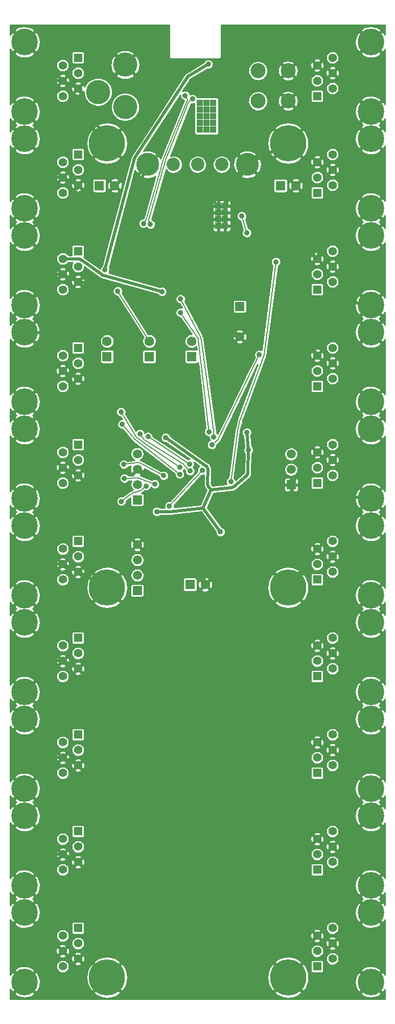
<source format=gbr>
G04 #@! TF.FileFunction,Copper,L2,Bot,Signal*
%FSLAX46Y46*%
G04 Gerber Fmt 4.6, Leading zero omitted, Abs format (unit mm)*
G04 Created by KiCad (PCBNEW (after 2015-mar-04 BZR unknown)-product) date 25.04.2015 20:58:03*
%MOMM*%
G01*
G04 APERTURE LIST*
%ADD10C,0.100000*%
%ADD11R,1.500000X1.500000*%
%ADD12C,1.500000*%
%ADD13R,1.600000X1.600000*%
%ADD14C,1.600000*%
%ADD15R,1.100000X1.100000*%
%ADD16C,6.000000*%
%ADD17C,4.400000*%
%ADD18C,1.400000*%
%ADD19R,1.400000X1.400000*%
%ADD20C,4.000000*%
%ADD21C,2.500000*%
%ADD22C,2.200000*%
%ADD23C,3.800000*%
%ADD24C,0.900000*%
%ADD25C,0.500000*%
%ADD26C,0.200000*%
%ADD27C,0.254000*%
G04 APERTURE END LIST*
D10*
D11*
X91500000Y-65500000D03*
D12*
X91500000Y-70500000D03*
D13*
X68230000Y-45500000D03*
D14*
X70770000Y-45500000D03*
D13*
X83500000Y-73770000D03*
D14*
X83500000Y-71230000D03*
D13*
X76500000Y-73770000D03*
D14*
X76500000Y-71230000D03*
D13*
X69500000Y-73770000D03*
D14*
X69500000Y-71230000D03*
D13*
X98230000Y-45500000D03*
D14*
X100770000Y-45500000D03*
D13*
X83230000Y-111500000D03*
D14*
X85770000Y-111500000D03*
D15*
X86000000Y-34000000D03*
X84900000Y-34000000D03*
X87100000Y-34000000D03*
X86000000Y-32900000D03*
X86000000Y-31800000D03*
X84900000Y-32900000D03*
X84900000Y-31800000D03*
X87100000Y-31800000D03*
X87100000Y-32900000D03*
X84900000Y-36200000D03*
X84900000Y-35100000D03*
X86000000Y-36200000D03*
X86000000Y-35100000D03*
X87100000Y-36200000D03*
X87100000Y-35100000D03*
X87950000Y-51050000D03*
X87950000Y-49950000D03*
X89050000Y-51050000D03*
X89050000Y-49950000D03*
X87950000Y-52150000D03*
X89050000Y-52150000D03*
X87950000Y-48850000D03*
X89050000Y-48850000D03*
D16*
X99500000Y-176500000D03*
X69500000Y-176500000D03*
X99500000Y-38500000D03*
X69500000Y-38500000D03*
D11*
X74500000Y-97500000D03*
D12*
X74500000Y-94960000D03*
X74500000Y-92420000D03*
X74500000Y-89880000D03*
D11*
X100000000Y-95000000D03*
D12*
X100000000Y-92460000D03*
X100000000Y-89920000D03*
D11*
X74500000Y-112500000D03*
D12*
X74500000Y-109960000D03*
X74500000Y-107420000D03*
X74500000Y-104880000D03*
D17*
X55800000Y-21750000D03*
X55800000Y-33250000D03*
D18*
X64689960Y-26865000D03*
X62149960Y-28135000D03*
X64689960Y-29405000D03*
X62149960Y-25595000D03*
D19*
X64692500Y-24325000D03*
D18*
X62152500Y-30675000D03*
D17*
X55800000Y-37750000D03*
X55800000Y-49250000D03*
D18*
X64689960Y-42865000D03*
X62149960Y-44135000D03*
X64689960Y-45405000D03*
X62149960Y-41595000D03*
D19*
X64692500Y-40325000D03*
D18*
X62152500Y-46675000D03*
D17*
X55800000Y-53750000D03*
X55800000Y-65250000D03*
D18*
X64689960Y-58865000D03*
X62149960Y-60135000D03*
X64689960Y-61405000D03*
X62149960Y-57595000D03*
D19*
X64692500Y-56325000D03*
D18*
X62152500Y-62675000D03*
D17*
X55800000Y-69750000D03*
X55800000Y-81250000D03*
D18*
X64689960Y-74865000D03*
X62149960Y-76135000D03*
X64689960Y-77405000D03*
X62149960Y-73595000D03*
D19*
X64692500Y-72325000D03*
D18*
X62152500Y-78675000D03*
D17*
X55800000Y-85750000D03*
X55800000Y-97250000D03*
D18*
X64689960Y-90865000D03*
X62149960Y-92135000D03*
X64689960Y-93405000D03*
X62149960Y-89595000D03*
D19*
X64692500Y-88325000D03*
D18*
X62152500Y-94675000D03*
D20*
X72500000Y-25500000D03*
X68000000Y-30000000D03*
X72500000Y-32500000D03*
D21*
X99500000Y-31500000D03*
X99500000Y-26500000D03*
X94500000Y-26500000D03*
X94500000Y-31500000D03*
D17*
X55800000Y-101750000D03*
X55800000Y-113250000D03*
D18*
X64689960Y-106865000D03*
X62149960Y-108135000D03*
X64689960Y-109405000D03*
X62149960Y-105595000D03*
D19*
X64692500Y-104325000D03*
D18*
X62152500Y-110675000D03*
D17*
X55800000Y-117750000D03*
X55800000Y-129250000D03*
D18*
X64689960Y-122865000D03*
X62149960Y-124135000D03*
X64689960Y-125405000D03*
X62149960Y-121595000D03*
D19*
X64692500Y-120325000D03*
D18*
X62152500Y-126675000D03*
D17*
X55800000Y-133750000D03*
X55800000Y-145250000D03*
D18*
X64689960Y-138865000D03*
X62149960Y-140135000D03*
X64689960Y-141405000D03*
X62149960Y-137595000D03*
D19*
X64692500Y-136325000D03*
D18*
X62152500Y-142675000D03*
D17*
X55800000Y-149750000D03*
X55800000Y-161250000D03*
D18*
X64689960Y-154865000D03*
X62149960Y-156135000D03*
X64689960Y-157405000D03*
X62149960Y-153595000D03*
D19*
X64692500Y-152325000D03*
D18*
X62152500Y-158675000D03*
D17*
X55800000Y-165750000D03*
X55800000Y-177250000D03*
D18*
X64689960Y-170865000D03*
X62149960Y-172135000D03*
X64689960Y-173405000D03*
X62149960Y-169595000D03*
D19*
X64692500Y-168325000D03*
D18*
X62152500Y-174675000D03*
D17*
X113200000Y-33250000D03*
X113200000Y-21750000D03*
D18*
X104310040Y-28135000D03*
X106850040Y-26865000D03*
X104310040Y-25595000D03*
X106850040Y-29405000D03*
D19*
X104307500Y-30675000D03*
D18*
X106847500Y-24325000D03*
D17*
X113200000Y-49250000D03*
X113200000Y-37750000D03*
D18*
X104310040Y-44135000D03*
X106850040Y-42865000D03*
X104310040Y-41595000D03*
X106850040Y-45405000D03*
D19*
X104307500Y-46675000D03*
D18*
X106847500Y-40325000D03*
D17*
X113200000Y-65250000D03*
X113200000Y-53750000D03*
D18*
X104310040Y-60135000D03*
X106850040Y-58865000D03*
X104310040Y-57595000D03*
X106850040Y-61405000D03*
D19*
X104307500Y-62675000D03*
D18*
X106847500Y-56325000D03*
D17*
X113200000Y-81250000D03*
X113200000Y-69750000D03*
D18*
X104310040Y-76135000D03*
X106850040Y-74865000D03*
X104310040Y-73595000D03*
X106850040Y-77405000D03*
D19*
X104307500Y-78675000D03*
D18*
X106847500Y-72325000D03*
D17*
X113200000Y-97250000D03*
X113200000Y-85750000D03*
D18*
X104310040Y-92135000D03*
X106850040Y-90865000D03*
X104310040Y-89595000D03*
X106850040Y-93405000D03*
D19*
X104307500Y-94675000D03*
D18*
X106847500Y-88325000D03*
D17*
X113200000Y-113250000D03*
X113200000Y-101750000D03*
D18*
X104310040Y-108135000D03*
X106850040Y-106865000D03*
X104310040Y-105595000D03*
X106850040Y-109405000D03*
D19*
X104307500Y-110675000D03*
D18*
X106847500Y-104325000D03*
D17*
X113200000Y-129250000D03*
X113200000Y-117750000D03*
D18*
X104310040Y-124135000D03*
X106850040Y-122865000D03*
X104310040Y-121595000D03*
X106850040Y-125405000D03*
D19*
X104307500Y-126675000D03*
D18*
X106847500Y-120325000D03*
D17*
X113200000Y-145250000D03*
X113200000Y-133750000D03*
D18*
X104310040Y-140135000D03*
X106850040Y-138865000D03*
X104310040Y-137595000D03*
X106850040Y-141405000D03*
D19*
X104307500Y-142675000D03*
D18*
X106847500Y-136325000D03*
D17*
X113200000Y-161250000D03*
X113200000Y-149750000D03*
D18*
X104310040Y-156135000D03*
X106850040Y-154865000D03*
X104310040Y-153595000D03*
X106850040Y-157405000D03*
D19*
X104307500Y-158675000D03*
D18*
X106847500Y-152325000D03*
D17*
X113200000Y-177250000D03*
X113200000Y-165750000D03*
D18*
X104310040Y-172135000D03*
X106850040Y-170865000D03*
X104310040Y-169595000D03*
X106850040Y-173405000D03*
D19*
X104307500Y-174675000D03*
D18*
X106847500Y-168325000D03*
D22*
X80500000Y-42000000D03*
X84500000Y-42000000D03*
X88500000Y-42000000D03*
D23*
X76250000Y-42000000D03*
X92750000Y-42000000D03*
D16*
X99500000Y-112000000D03*
X69500000Y-112000000D03*
D24*
X84000000Y-47000000D03*
X108200000Y-129000000D03*
X108400000Y-134000000D03*
X70600000Y-126600000D03*
X79200000Y-127200000D03*
X89600000Y-127800000D03*
X99400000Y-127800000D03*
X99800000Y-136000000D03*
X90000000Y-136200000D03*
X80800000Y-135600000D03*
X70800000Y-135800000D03*
X70800000Y-144600000D03*
X80600000Y-145000000D03*
X90400000Y-145600000D03*
X98600000Y-146000000D03*
X99400000Y-154200000D03*
X90600000Y-153600000D03*
X79800000Y-153600000D03*
X71400000Y-153600000D03*
X71200000Y-161600000D03*
X79800000Y-160800000D03*
X87000000Y-161600000D03*
X97800000Y-162000000D03*
X97800000Y-169600000D03*
X87400000Y-169800000D03*
X79800000Y-169600000D03*
X69600000Y-170000000D03*
X59800000Y-168000000D03*
X64200000Y-165800000D03*
X64000000Y-161000000D03*
X59600000Y-161200000D03*
X64000000Y-150000000D03*
X60000000Y-151400000D03*
X59600000Y-145600000D03*
X64000000Y-145000000D03*
X59600000Y-135600000D03*
X63800000Y-133600000D03*
X59200000Y-129800000D03*
X64000000Y-129200000D03*
X59600000Y-118200000D03*
X59400000Y-113200000D03*
X63400000Y-69600000D03*
X59600000Y-69800000D03*
X58600000Y-77200000D03*
X59600000Y-81600000D03*
X64200000Y-80800000D03*
X64400000Y-85600000D03*
X59600000Y-87800000D03*
X58600000Y-92800000D03*
X59400000Y-97600000D03*
X63800000Y-97000000D03*
X63600000Y-101600000D03*
X59800000Y-104400000D03*
X74400000Y-102200000D03*
X71000000Y-103000000D03*
X70000000Y-107200000D03*
X70600000Y-118800000D03*
X75400000Y-118600000D03*
X83400000Y-118400000D03*
X91400000Y-117800000D03*
X98800000Y-116800000D03*
X91600000Y-111400000D03*
X91400000Y-108000000D03*
X99600000Y-104600000D03*
X94200000Y-103200000D03*
X108000000Y-96800000D03*
X108800000Y-86200000D03*
X107800000Y-81200000D03*
X100200000Y-99600000D03*
X95200000Y-96000000D03*
X84400000Y-96200000D03*
X89000000Y-89400000D03*
X73200000Y-80200000D03*
X79000000Y-80600000D03*
X75600000Y-84000000D03*
X82600000Y-83400000D03*
X88200000Y-82400000D03*
X100400000Y-86000000D03*
X97200000Y-83400000D03*
X101000000Y-79400000D03*
X96800000Y-77200000D03*
X98200000Y-72800000D03*
X88400000Y-77400000D03*
X87000000Y-72400000D03*
X72800000Y-76400000D03*
X72800000Y-72800000D03*
X79800000Y-75200000D03*
X79800000Y-71400000D03*
X89200000Y-70000000D03*
X88600000Y-66200000D03*
X94200000Y-68000000D03*
X102000000Y-69400000D03*
X107000000Y-64400000D03*
X100000000Y-60800000D03*
X100600000Y-54800000D03*
X105400000Y-53800000D03*
X109600000Y-44200000D03*
X107000000Y-48800000D03*
X59200000Y-65800000D03*
X63000000Y-65800000D03*
X69800000Y-66000000D03*
X72600000Y-69000000D03*
X79400000Y-68200000D03*
X76400000Y-64600000D03*
X85000000Y-65000000D03*
X88800000Y-61800000D03*
X83600000Y-60800000D03*
X83000000Y-55400000D03*
X77000000Y-58600000D03*
X73400000Y-53400000D03*
X58600000Y-60000000D03*
X59600000Y-49200000D03*
X59800000Y-55600000D03*
X62800000Y-49000000D03*
X63400000Y-53800000D03*
X69000000Y-53200000D03*
X74200000Y-46800000D03*
X79000000Y-47200000D03*
X79800000Y-52400000D03*
X83400000Y-52600000D03*
X93117100Y-48635200D03*
X95208300Y-52358900D03*
X87110800Y-94745200D03*
X87493200Y-91947100D03*
X82958800Y-87255100D03*
X78788500Y-96638800D03*
X78897300Y-94638000D03*
X91883100Y-92864800D03*
X92360400Y-84301400D03*
X90442600Y-98333700D03*
X91342400Y-96520100D03*
X69022000Y-61838100D03*
X84424200Y-107157500D03*
X82376000Y-102442500D03*
X79282800Y-102935200D03*
X76344700Y-97355300D03*
X59099700Y-156016300D03*
X59099700Y-140016300D03*
X59099700Y-124016300D03*
X59099700Y-108016300D03*
X59099700Y-44016300D03*
X59099700Y-28016300D03*
X83546500Y-28140100D03*
X85542300Y-28270000D03*
X69131700Y-59426100D03*
X86269100Y-25400300D03*
X79212300Y-87182800D03*
X77726900Y-99439400D03*
X92646400Y-86337900D03*
X92926100Y-89253900D03*
X88286800Y-102786700D03*
X78590900Y-63038800D03*
X71260100Y-62949400D03*
X92648800Y-53299400D03*
X91819000Y-50526900D03*
X90012400Y-94500000D03*
X97486800Y-58114700D03*
X83246000Y-92692700D03*
X74954400Y-86558500D03*
X83157800Y-91544900D03*
X76292000Y-87023800D03*
X79814800Y-98495700D03*
X85259100Y-92583800D03*
X86872000Y-88374500D03*
X94704000Y-73457100D03*
X87195300Y-87094200D03*
X81670200Y-64250000D03*
X86387000Y-86230200D03*
X81660200Y-66507600D03*
X71868700Y-97739300D03*
X75943600Y-95182700D03*
X81532000Y-92061400D03*
X71811500Y-82934500D03*
X81530600Y-93236000D03*
X72013100Y-84967000D03*
X78884300Y-93487700D03*
X72275400Y-91621100D03*
X72366700Y-93946900D03*
X77403500Y-94873900D03*
X82440400Y-30608700D03*
X75528200Y-51755500D03*
X83658500Y-31141000D03*
X76669100Y-51900100D03*
D25*
X100770000Y-45500000D02*
X104310000Y-41595000D01*
X91342400Y-96520100D02*
X90442600Y-98333700D01*
X55800000Y-97250000D02*
X62150000Y-92135000D01*
X62150000Y-108135000D02*
X64690000Y-109405000D01*
X62150000Y-140135000D02*
X64690000Y-141405000D01*
X82958800Y-87255100D02*
X86809900Y-91240000D01*
X64690000Y-109405000D02*
X69500000Y-112000000D01*
X59099700Y-124016300D02*
X62150000Y-124135000D01*
X59099700Y-44016300D02*
X62150000Y-44135000D01*
X69022000Y-61838100D02*
X64690000Y-61405000D01*
X62150000Y-60135000D02*
X55800000Y-65250000D01*
X62150000Y-124135000D02*
X64690000Y-125405000D01*
X62150000Y-76135000D02*
X64690000Y-77405000D01*
X62150000Y-92135000D02*
X64690000Y-93405000D01*
X62150000Y-156135000D02*
X64690000Y-157405000D01*
X59099700Y-28016300D02*
X62150000Y-28135000D01*
X79282800Y-102935200D02*
X77362200Y-102308700D01*
X85542300Y-28270000D02*
X83546500Y-28140100D01*
X78897300Y-94638000D02*
X78788500Y-96638800D01*
X62150000Y-76135000D02*
X55800000Y-69750000D01*
X62150000Y-60135000D02*
X64690000Y-61405000D01*
X92750000Y-42000000D02*
X99500000Y-38500000D01*
X76344700Y-97355300D02*
X76795100Y-99624400D01*
X76795100Y-99624400D02*
X76797400Y-99635800D01*
X76797400Y-99635800D02*
X77362200Y-102308700D01*
X59099700Y-156016300D02*
X62150000Y-156135000D01*
X59099700Y-140016300D02*
X62150000Y-140135000D01*
X59099700Y-108016300D02*
X62150000Y-108135000D01*
X100000000Y-95000000D02*
X100500000Y-94500000D01*
X100500000Y-94500000D02*
X100500000Y-94250000D01*
X100558100Y-94089800D02*
X100529900Y-94123700D01*
X100529900Y-94123700D02*
X100500000Y-94206100D01*
X100500000Y-94206100D02*
X100500000Y-94250000D01*
X100558100Y-94089800D02*
X104310000Y-89595000D01*
X84424200Y-107157500D02*
X85770000Y-111500000D01*
X69500000Y-38500000D02*
X64690000Y-29405000D01*
X74500000Y-92420000D02*
X77815900Y-94018100D01*
X77877700Y-94050700D02*
X77861900Y-94041600D01*
X77861900Y-94041600D02*
X77831100Y-94025400D01*
X77831100Y-94025400D02*
X77815900Y-94018100D01*
X77877700Y-94050700D02*
X78897300Y-94638000D01*
X62150000Y-28135000D02*
X64690000Y-29405000D01*
X92360400Y-84301400D02*
X91751000Y-86020500D01*
X91751000Y-86020500D02*
X91721600Y-86103600D01*
X91721600Y-86103600D02*
X91694200Y-86277700D01*
X91694200Y-86277700D02*
X91696800Y-86365100D01*
X91696800Y-86365100D02*
X91883100Y-92864800D01*
X104310000Y-105595000D02*
X99500000Y-112000000D01*
X92750000Y-42000000D02*
X89380500Y-48180300D01*
X89380500Y-48180300D02*
X89365400Y-48208000D01*
X89365400Y-48208000D02*
X89350000Y-48268800D01*
X89350000Y-48268800D02*
X89350000Y-48300000D01*
X89350000Y-48300000D02*
X89350000Y-48550000D01*
X89350000Y-48550000D02*
X89050000Y-48850000D01*
X62150000Y-44135000D02*
X64690000Y-45405000D01*
X82376000Y-102442500D02*
X84424200Y-107157500D01*
X77362200Y-102308700D02*
X74500000Y-104880000D01*
X95208300Y-52358900D02*
X93117100Y-48635200D01*
X87493200Y-91947100D02*
X87110800Y-94745200D01*
X107800000Y-81200000D02*
X101000000Y-79400000D01*
X88200000Y-82400000D02*
X88400000Y-77400000D01*
X88400000Y-77400000D02*
X87000000Y-72400000D01*
X87000000Y-72400000D02*
X89200000Y-70000000D01*
X89200000Y-70000000D02*
X91500000Y-70500000D01*
X91500000Y-70500000D02*
X94200000Y-68000000D01*
X89200000Y-70000000D02*
X88600000Y-66200000D01*
X88600000Y-66200000D02*
X85000000Y-65000000D01*
X88600000Y-66200000D02*
X88800000Y-61800000D01*
X88600000Y-66200000D02*
X83600000Y-60800000D01*
X83600000Y-60800000D02*
X83000000Y-55400000D01*
X83600000Y-60800000D02*
X77000000Y-58600000D01*
X83600000Y-60800000D02*
X83948000Y-55461800D01*
X83948000Y-55461800D02*
X83952100Y-55398800D01*
X83952100Y-55398800D02*
X83943600Y-55272900D01*
X83943600Y-55272900D02*
X83930900Y-55210700D01*
X83930900Y-55210700D02*
X83400000Y-52600000D01*
X79800000Y-52400000D02*
X83400000Y-52600000D01*
X76400000Y-64600000D02*
X79400000Y-68200000D01*
X79400000Y-68200000D02*
X79800000Y-71400000D01*
X72600000Y-69000000D02*
X69800000Y-66000000D01*
X55800000Y-69750000D02*
X59600000Y-69800000D01*
X59600000Y-69800000D02*
X63400000Y-69600000D01*
X59600000Y-69800000D02*
X59200000Y-65800000D01*
X59600000Y-69800000D02*
X63000000Y-65800000D01*
X58600000Y-60000000D02*
X62150000Y-60135000D01*
X58600000Y-60000000D02*
X59800000Y-55600000D01*
X58600000Y-60000000D02*
X63400000Y-53800000D01*
X62800000Y-49000000D02*
X59600000Y-49200000D01*
X62800000Y-49000000D02*
X64690000Y-45405000D01*
X74200000Y-46800000D02*
X76250000Y-42000000D01*
X79000000Y-47200000D02*
X85000000Y-46200000D01*
X84000000Y-47000000D02*
X85000000Y-46200000D01*
X85000000Y-46200000D02*
X87950000Y-48850000D01*
X100600000Y-54800000D02*
X104310000Y-57595000D01*
X104310000Y-57595000D02*
X105400000Y-53800000D01*
X104310000Y-57595000D02*
X100000000Y-60800000D01*
X105400000Y-53800000D02*
X107000000Y-48800000D01*
X107000000Y-48800000D02*
X109600000Y-44200000D01*
X107000000Y-64400000D02*
X113200000Y-65250000D01*
X102000000Y-69400000D02*
X104310000Y-73595000D01*
X69000000Y-53200000D02*
X63400000Y-53800000D01*
X73400000Y-53400000D02*
X74200000Y-46800000D01*
X108000000Y-96800000D02*
X113200000Y-97250000D01*
X100200000Y-99600000D02*
X100200000Y-95750000D01*
X100200000Y-95750000D02*
X100200000Y-95500000D01*
X100200000Y-95500000D02*
X100000000Y-95000000D01*
X100200000Y-99600000D02*
X95200000Y-96000000D01*
X64400000Y-85600000D02*
X64200000Y-80800000D01*
X64400000Y-85600000D02*
X59600000Y-87800000D01*
X59600000Y-81600000D02*
X55800000Y-85750000D01*
X59600000Y-81600000D02*
X58600000Y-77200000D01*
X82600000Y-83400000D02*
X79000000Y-80600000D01*
X79000000Y-80600000D02*
X79800000Y-75200000D01*
X79800000Y-75200000D02*
X79800000Y-71400000D01*
X72600000Y-69000000D02*
X72800000Y-72800000D01*
X72800000Y-72800000D02*
X72800000Y-76400000D01*
X72800000Y-76400000D02*
X73200000Y-80200000D01*
X73200000Y-80200000D02*
X75600000Y-84000000D01*
X75600000Y-84000000D02*
X79000000Y-80600000D01*
X86809900Y-91240000D02*
X87493200Y-91947100D01*
X86809900Y-91240000D02*
X89000000Y-89400000D01*
X86269100Y-25400300D02*
X83058000Y-27325300D01*
X83058000Y-27325300D02*
X82965200Y-27381000D01*
X82965200Y-27381000D02*
X82809300Y-27531200D01*
X82809300Y-27531200D02*
X82750500Y-27621600D01*
X82750500Y-27621600D02*
X74238900Y-40690200D01*
X74238900Y-40690200D02*
X74135700Y-40848400D01*
X74135700Y-40848400D02*
X73980200Y-41197300D01*
X73980200Y-41197300D02*
X73930600Y-41383100D01*
X73930600Y-41383100D02*
X69131700Y-59426100D01*
X79212300Y-87182800D02*
X85804600Y-91806000D01*
X86208900Y-92605200D02*
X86214100Y-92366700D01*
X86214100Y-92366700D02*
X85999300Y-91942400D01*
X85999300Y-91942400D02*
X85804600Y-91806000D01*
X86208900Y-92605200D02*
X86161000Y-94723800D01*
X86161000Y-94723800D02*
X86157500Y-94875900D01*
X86157500Y-94875900D02*
X86246800Y-95168700D01*
X86246800Y-95168700D02*
X86334500Y-95292800D01*
X86334500Y-95292800D02*
X86706500Y-95820200D01*
X85383400Y-98836000D02*
X79919200Y-99439900D01*
X79811900Y-99445700D02*
X79838400Y-99445800D01*
X79838400Y-99445800D02*
X79893100Y-99442900D01*
X79893100Y-99442900D02*
X79919200Y-99439900D01*
X79811900Y-99445700D02*
X77726900Y-99439400D01*
X78590900Y-63038800D02*
X68877500Y-60341500D01*
X68574600Y-60195600D02*
X68643300Y-60245300D01*
X68643300Y-60245300D02*
X68796100Y-60318900D01*
X68796100Y-60318900D02*
X68877500Y-60341500D01*
X68574600Y-60195600D02*
X65393700Y-57893000D01*
X65393700Y-57893000D02*
X65246700Y-57786600D01*
X65246700Y-57786600D02*
X64902900Y-57670200D01*
X64902900Y-57670200D02*
X64722800Y-57665400D01*
X64722800Y-57665400D02*
X62150000Y-57595000D01*
X86706500Y-95820200D02*
X85383400Y-98836000D01*
X88286800Y-102786700D02*
X85383400Y-98836000D01*
X92646400Y-86337900D02*
X92926100Y-89253900D01*
X86706500Y-95820200D02*
X90116500Y-95444300D01*
X90116500Y-95444300D02*
X90261000Y-95428400D01*
X90261000Y-95428400D02*
X90527300Y-95311600D01*
X90527300Y-95311600D02*
X90637600Y-95215300D01*
X90637600Y-95215300D02*
X92508300Y-93580100D01*
X92508300Y-93580100D02*
X92657900Y-93449600D01*
X92657900Y-93449600D02*
X92827600Y-93088900D01*
X92827600Y-93088900D02*
X92832800Y-92889200D01*
X92832800Y-92889200D02*
X92926100Y-89253900D01*
D26*
X76500000Y-71230000D02*
X71260100Y-62949400D01*
X91819000Y-50526900D02*
X92648800Y-53299400D01*
X97486800Y-58114700D02*
X95497400Y-73559300D01*
X95453400Y-73737100D02*
X95469500Y-73693900D01*
X95469500Y-73693900D02*
X95491700Y-73604300D01*
X95491700Y-73604300D02*
X95497400Y-73559300D01*
X95453400Y-73737100D02*
X91611000Y-84021400D01*
X91611000Y-84021400D02*
X91602200Y-84045000D01*
X91602200Y-84045000D02*
X91588000Y-84091700D01*
X91588000Y-84091700D02*
X91582200Y-84116100D01*
X91582200Y-84116100D02*
X91138600Y-85978800D01*
X91138600Y-85978800D02*
X91129200Y-86018300D01*
X91129200Y-86018300D02*
X91115000Y-86095500D01*
X91115000Y-86095500D02*
X91109600Y-86136300D01*
X91109600Y-86136300D02*
X90012400Y-94500000D01*
X74954400Y-86558500D02*
X75648300Y-87498800D01*
X75648300Y-87498800D02*
X75694900Y-87561900D01*
X75694900Y-87561900D02*
X75810800Y-87667700D01*
X75810800Y-87667700D02*
X75878100Y-87708400D01*
X75878100Y-87708400D02*
X81945900Y-91376800D01*
X82163100Y-91569800D02*
X82118400Y-91512300D01*
X82118400Y-91512300D02*
X82008500Y-91414700D01*
X82008500Y-91414700D02*
X81945900Y-91376800D01*
X82163100Y-91569800D02*
X82526700Y-92036500D01*
X82526700Y-92036500D02*
X82549000Y-92065200D01*
X82549000Y-92065200D02*
X82599700Y-92119200D01*
X82599700Y-92119200D02*
X82626800Y-92143300D01*
X82626800Y-92143300D02*
X83246000Y-92692700D01*
X76292000Y-87023800D02*
X83157800Y-91544900D01*
X85259100Y-92583800D02*
X79814800Y-98495700D01*
X94704000Y-73457100D02*
X87915000Y-87443500D01*
X87693700Y-87719900D02*
X87763900Y-87664000D01*
X87763900Y-87664000D02*
X87876000Y-87523900D01*
X87876000Y-87523900D02*
X87915000Y-87443500D01*
X87693700Y-87719900D02*
X86872000Y-88374500D01*
X81670200Y-64250000D02*
X84919200Y-70491200D01*
X85084800Y-71010300D02*
X85066000Y-70874400D01*
X85066000Y-70874400D02*
X84982600Y-70613100D01*
X84982600Y-70613100D02*
X84919200Y-70491200D01*
X85084800Y-71010300D02*
X87179400Y-86120400D01*
X87187000Y-86222500D02*
X87186800Y-86197400D01*
X87186800Y-86197400D02*
X87183000Y-86145800D01*
X87183000Y-86145800D02*
X87179400Y-86120400D01*
X87187000Y-86222500D02*
X87195300Y-87094200D01*
X86387000Y-86230200D02*
X84642400Y-71098300D01*
X84642400Y-71098300D02*
X84626100Y-70958100D01*
X84626100Y-70958100D02*
X84527800Y-70695500D01*
X84527800Y-70695500D02*
X84448900Y-70580300D01*
X84448900Y-70580300D02*
X81660200Y-66507600D01*
X75943600Y-95182700D02*
X75208400Y-95801600D01*
X74856800Y-96000500D02*
X74953300Y-95967400D01*
X74953300Y-95967400D02*
X75130900Y-95866800D01*
X75130900Y-95866800D02*
X75208400Y-95801600D01*
X74856800Y-96000500D02*
X73636500Y-96418900D01*
X73636500Y-96418900D02*
X73609900Y-96428000D01*
X73609900Y-96428000D02*
X73560700Y-96454300D01*
X73560700Y-96454300D02*
X73538300Y-96471300D01*
X73538300Y-96471300D02*
X71868700Y-97739300D01*
X71811500Y-82934500D02*
X74271100Y-86974500D01*
X74271100Y-86974500D02*
X74308900Y-87036700D01*
X74308900Y-87036700D02*
X74406900Y-87146300D01*
X74406900Y-87146300D02*
X74465100Y-87191400D01*
X74465100Y-87191400D02*
X75527500Y-88012700D01*
X75527500Y-88012700D02*
X75593600Y-88060500D01*
X75593600Y-88060500D02*
X81532000Y-92061400D01*
X72013100Y-84967000D02*
X73991700Y-87355900D01*
X73991700Y-87355900D02*
X74034800Y-87408100D01*
X74034800Y-87408100D02*
X74133600Y-87503900D01*
X74133600Y-87503900D02*
X74188700Y-87546600D01*
X74188700Y-87546600D02*
X81530600Y-93236000D01*
X72275400Y-91621100D02*
X74347300Y-91330700D01*
X75013000Y-91446900D02*
X74860700Y-91366400D01*
X74860700Y-91366400D02*
X74519400Y-91306600D01*
X74519400Y-91306600D02*
X74347300Y-91330700D01*
X75013000Y-91446900D02*
X78884300Y-93487700D01*
X77403500Y-94873900D02*
X74886200Y-93930000D01*
X74886200Y-93930000D02*
X74783400Y-93891400D01*
X74783400Y-93891400D02*
X74564700Y-93856300D01*
X74564700Y-93856300D02*
X74454700Y-93860900D01*
X74454700Y-93860900D02*
X72366700Y-93946900D01*
X82830600Y-31272500D02*
X82440400Y-30608700D01*
X75528200Y-51755500D02*
X75971300Y-51125800D01*
X75971300Y-51125800D02*
X78412300Y-42622200D01*
X78412300Y-42622200D02*
X78412300Y-42622200D01*
X78412300Y-42622200D02*
X78420700Y-42592000D01*
X78420700Y-42592000D02*
X78420700Y-42592000D01*
X78420700Y-42592000D02*
X78713800Y-41518200D01*
X78713800Y-41518200D02*
X78713800Y-41518200D01*
X78713800Y-41518200D02*
X78720200Y-41497000D01*
X78720200Y-41497000D02*
X78720200Y-41497000D01*
X78720200Y-41497000D02*
X78773900Y-41335900D01*
X78773900Y-41335900D02*
X78773900Y-41335900D01*
X78773900Y-41335900D02*
X78781900Y-41314100D01*
X78781900Y-41314100D02*
X78781900Y-41314100D01*
X78781900Y-41314100D02*
X82830600Y-31272500D01*
X83047000Y-31608900D02*
X83050500Y-31606600D01*
X83050500Y-31606600D02*
X83057100Y-31602000D01*
X83057100Y-31602000D02*
X83060500Y-31599400D01*
X83060500Y-31599400D02*
X83658500Y-31141000D01*
X76669100Y-51900100D02*
X76365700Y-51192400D01*
X76365700Y-51192400D02*
X78796800Y-42732600D01*
X78796800Y-42732600D02*
X78796800Y-42732600D01*
X78796800Y-42732600D02*
X78797500Y-42729800D01*
X78797500Y-42729800D02*
X78797500Y-42729800D01*
X78797500Y-42729800D02*
X78805900Y-42699600D01*
X78805900Y-42699600D02*
X78805900Y-42699600D01*
X78805900Y-42699600D02*
X78806600Y-42697300D01*
X78806600Y-42697300D02*
X78806600Y-42697300D01*
X78806600Y-42697300D02*
X79099700Y-41623500D01*
X79099700Y-41623500D02*
X79099700Y-41623500D01*
X79099700Y-41623500D02*
X79153400Y-41462400D01*
X79153400Y-41462400D02*
X79153400Y-41462400D01*
X79153400Y-41462400D02*
X83047000Y-31608900D01*
D27*
G36*
X85990140Y-95892389D02*
X84954677Y-98252564D01*
X80609033Y-98732842D01*
X80639248Y-98599852D01*
X80641835Y-98414609D01*
X80623447Y-98321745D01*
X85149858Y-93406569D01*
X85160706Y-93408955D01*
X85322854Y-93412352D01*
X85482573Y-93384189D01*
X85564848Y-93352276D01*
X85534160Y-94709628D01*
X85534160Y-94709630D01*
X85530666Y-94861476D01*
X85533231Y-94895742D01*
X85532848Y-94930121D01*
X85537789Y-94956625D01*
X85539802Y-94983503D01*
X85548976Y-95016624D01*
X85555277Y-95050418D01*
X85557772Y-95058809D01*
X85647072Y-95351609D01*
X85660274Y-95383386D01*
X85670710Y-95416188D01*
X85683697Y-95439764D01*
X85694021Y-95464613D01*
X85713144Y-95493221D01*
X85729753Y-95523371D01*
X85734756Y-95530556D01*
X85822132Y-95654197D01*
X85822326Y-95654472D01*
X85822456Y-95654656D01*
X85990140Y-95892389D01*
X85990140Y-95892389D01*
G37*
X85990140Y-95892389D02*
X84954677Y-98252564D01*
X80609033Y-98732842D01*
X80639248Y-98599852D01*
X80641835Y-98414609D01*
X80623447Y-98321745D01*
X85149858Y-93406569D01*
X85160706Y-93408955D01*
X85322854Y-93412352D01*
X85482573Y-93384189D01*
X85564848Y-93352276D01*
X85534160Y-94709628D01*
X85534160Y-94709630D01*
X85530666Y-94861476D01*
X85533231Y-94895742D01*
X85532848Y-94930121D01*
X85537789Y-94956625D01*
X85539802Y-94983503D01*
X85548976Y-95016624D01*
X85555277Y-95050418D01*
X85557772Y-95058809D01*
X85647072Y-95351609D01*
X85660274Y-95383386D01*
X85670710Y-95416188D01*
X85683697Y-95439764D01*
X85694021Y-95464613D01*
X85713144Y-95493221D01*
X85729753Y-95523371D01*
X85734756Y-95530556D01*
X85822132Y-95654197D01*
X85822326Y-95654472D01*
X85822456Y-95654656D01*
X85990140Y-95892389D01*
G36*
X115548000Y-180048000D02*
X114899018Y-180048000D01*
X114899018Y-179128624D01*
X113200000Y-177429605D01*
X113020395Y-177609210D01*
X113020395Y-177250000D01*
X111321376Y-175550982D01*
X110992254Y-175802959D01*
X110752371Y-176261473D01*
X110606549Y-176757976D01*
X110560393Y-177273387D01*
X110615675Y-177787899D01*
X110770270Y-178281740D01*
X110992254Y-178697041D01*
X111321376Y-178949018D01*
X113020395Y-177250000D01*
X113020395Y-177609210D01*
X111500982Y-179128624D01*
X111752959Y-179457746D01*
X112211473Y-179697629D01*
X112707976Y-179843451D01*
X113223387Y-179889607D01*
X113737899Y-179834325D01*
X114231740Y-179679730D01*
X114647041Y-179457746D01*
X114899018Y-179128624D01*
X114899018Y-180048000D01*
X107979468Y-180048000D01*
X107979468Y-170782277D01*
X107979468Y-154782277D01*
X107979468Y-138782277D01*
X107979468Y-122782277D01*
X107979468Y-106782277D01*
X107979468Y-90782277D01*
X107979468Y-74782277D01*
X107979468Y-58782277D01*
X107979468Y-42782277D01*
X107979468Y-26782277D01*
X107941628Y-26563526D01*
X107924546Y-26519174D01*
X107924546Y-24219395D01*
X107883522Y-24012207D01*
X107803036Y-23816933D01*
X107686153Y-23641011D01*
X107537327Y-23491142D01*
X107362226Y-23373035D01*
X107167519Y-23291187D01*
X106960622Y-23248717D01*
X106749416Y-23247243D01*
X106541947Y-23286820D01*
X106346116Y-23365941D01*
X106169382Y-23481592D01*
X106018478Y-23629368D01*
X105899151Y-23803641D01*
X105815947Y-23997772D01*
X105772033Y-24204367D01*
X105769084Y-24415557D01*
X105807212Y-24623298D01*
X105884964Y-24819676D01*
X105999378Y-24997213D01*
X106146098Y-25149145D01*
X106319533Y-25269686D01*
X106513078Y-25354244D01*
X106719362Y-25399598D01*
X106930526Y-25404021D01*
X107138528Y-25367345D01*
X107335445Y-25290966D01*
X107513776Y-25177794D01*
X107666728Y-25032139D01*
X107788477Y-24859549D01*
X107874384Y-24666599D01*
X107921177Y-24460637D01*
X107924546Y-24219395D01*
X107924546Y-26519174D01*
X107861838Y-26356360D01*
X107835083Y-26306306D01*
X107659543Y-26235102D01*
X107479938Y-26414707D01*
X107479938Y-26055497D01*
X107408734Y-25879957D01*
X107205827Y-25789889D01*
X106989247Y-25741136D01*
X106767317Y-25735572D01*
X106548566Y-25773412D01*
X106341400Y-25853202D01*
X106291346Y-25879957D01*
X106220142Y-26055497D01*
X106850040Y-26685395D01*
X107479938Y-26055497D01*
X107479938Y-26414707D01*
X107029645Y-26865000D01*
X107659543Y-27494898D01*
X107835083Y-27423694D01*
X107925151Y-27220787D01*
X107973904Y-27004207D01*
X107979468Y-26782277D01*
X107979468Y-42782277D01*
X107941628Y-42563526D01*
X107927086Y-42525769D01*
X107927086Y-29299395D01*
X107886062Y-29092207D01*
X107805576Y-28896933D01*
X107688693Y-28721011D01*
X107539867Y-28571142D01*
X107479938Y-28530719D01*
X107479938Y-27674503D01*
X106850040Y-27044605D01*
X106670435Y-27224210D01*
X106670435Y-26865000D01*
X106040537Y-26235102D01*
X105864997Y-26306306D01*
X105774929Y-26509213D01*
X105726176Y-26725793D01*
X105720612Y-26947723D01*
X105758452Y-27166474D01*
X105838242Y-27373640D01*
X105864997Y-27423694D01*
X106040537Y-27494898D01*
X106670435Y-26865000D01*
X106670435Y-27224210D01*
X106220142Y-27674503D01*
X106291346Y-27850043D01*
X106494253Y-27940111D01*
X106710833Y-27988864D01*
X106932763Y-27994428D01*
X107151514Y-27956588D01*
X107358680Y-27876798D01*
X107408734Y-27850043D01*
X107479938Y-27674503D01*
X107479938Y-28530719D01*
X107364766Y-28453035D01*
X107170059Y-28371187D01*
X106963162Y-28328717D01*
X106751956Y-28327243D01*
X106544487Y-28366820D01*
X106348656Y-28445941D01*
X106171922Y-28561592D01*
X106021018Y-28709368D01*
X105901691Y-28883641D01*
X105818487Y-29077772D01*
X105774573Y-29284367D01*
X105771624Y-29495557D01*
X105809752Y-29703298D01*
X105887504Y-29899676D01*
X106001918Y-30077213D01*
X106148638Y-30229145D01*
X106322073Y-30349686D01*
X106515618Y-30434244D01*
X106721902Y-30479598D01*
X106933066Y-30484021D01*
X107141068Y-30447345D01*
X107337985Y-30370966D01*
X107516316Y-30257794D01*
X107669268Y-30112139D01*
X107791017Y-29939549D01*
X107876924Y-29746599D01*
X107923717Y-29540637D01*
X107927086Y-29299395D01*
X107927086Y-42525769D01*
X107924546Y-42519174D01*
X107924546Y-40219395D01*
X107883522Y-40012207D01*
X107803036Y-39816933D01*
X107686153Y-39641011D01*
X107537327Y-39491142D01*
X107362226Y-39373035D01*
X107167519Y-39291187D01*
X106960622Y-39248717D01*
X106749416Y-39247243D01*
X106541947Y-39286820D01*
X106346116Y-39365941D01*
X106169382Y-39481592D01*
X106018478Y-39629368D01*
X105899151Y-39803641D01*
X105815947Y-39997772D01*
X105772033Y-40204367D01*
X105769084Y-40415557D01*
X105807212Y-40623298D01*
X105884964Y-40819676D01*
X105999378Y-40997213D01*
X106146098Y-41149145D01*
X106319533Y-41269686D01*
X106513078Y-41354244D01*
X106719362Y-41399598D01*
X106930526Y-41404021D01*
X107138528Y-41367345D01*
X107335445Y-41290966D01*
X107513776Y-41177794D01*
X107666728Y-41032139D01*
X107788477Y-40859549D01*
X107874384Y-40666599D01*
X107921177Y-40460637D01*
X107924546Y-40219395D01*
X107924546Y-42519174D01*
X107861838Y-42356360D01*
X107835083Y-42306306D01*
X107659543Y-42235102D01*
X107479938Y-42414707D01*
X107479938Y-42055497D01*
X107408734Y-41879957D01*
X107205827Y-41789889D01*
X106989247Y-41741136D01*
X106767317Y-41735572D01*
X106548566Y-41773412D01*
X106341400Y-41853202D01*
X106291346Y-41879957D01*
X106220142Y-42055497D01*
X106850040Y-42685395D01*
X107479938Y-42055497D01*
X107479938Y-42414707D01*
X107029645Y-42865000D01*
X107659543Y-43494898D01*
X107835083Y-43423694D01*
X107925151Y-43220787D01*
X107973904Y-43004207D01*
X107979468Y-42782277D01*
X107979468Y-58782277D01*
X107941628Y-58563526D01*
X107927086Y-58525769D01*
X107927086Y-45299395D01*
X107886062Y-45092207D01*
X107805576Y-44896933D01*
X107688693Y-44721011D01*
X107539867Y-44571142D01*
X107479938Y-44530719D01*
X107479938Y-43674503D01*
X106850040Y-43044605D01*
X106670435Y-43224210D01*
X106670435Y-42865000D01*
X106040537Y-42235102D01*
X105864997Y-42306306D01*
X105774929Y-42509213D01*
X105726176Y-42725793D01*
X105720612Y-42947723D01*
X105758452Y-43166474D01*
X105838242Y-43373640D01*
X105864997Y-43423694D01*
X106040537Y-43494898D01*
X106670435Y-42865000D01*
X106670435Y-43224210D01*
X106220142Y-43674503D01*
X106291346Y-43850043D01*
X106494253Y-43940111D01*
X106710833Y-43988864D01*
X106932763Y-43994428D01*
X107151514Y-43956588D01*
X107358680Y-43876798D01*
X107408734Y-43850043D01*
X107479938Y-43674503D01*
X107479938Y-44530719D01*
X107364766Y-44453035D01*
X107170059Y-44371187D01*
X106963162Y-44328717D01*
X106751956Y-44327243D01*
X106544487Y-44366820D01*
X106348656Y-44445941D01*
X106171922Y-44561592D01*
X106021018Y-44709368D01*
X105901691Y-44883641D01*
X105818487Y-45077772D01*
X105774573Y-45284367D01*
X105771624Y-45495557D01*
X105809752Y-45703298D01*
X105887504Y-45899676D01*
X106001918Y-46077213D01*
X106148638Y-46229145D01*
X106322073Y-46349686D01*
X106515618Y-46434244D01*
X106721902Y-46479598D01*
X106933066Y-46484021D01*
X107141068Y-46447345D01*
X107337985Y-46370966D01*
X107516316Y-46257794D01*
X107669268Y-46112139D01*
X107791017Y-45939549D01*
X107876924Y-45746599D01*
X107923717Y-45540637D01*
X107927086Y-45299395D01*
X107927086Y-58525769D01*
X107924546Y-58519174D01*
X107924546Y-56219395D01*
X107883522Y-56012207D01*
X107803036Y-55816933D01*
X107686153Y-55641011D01*
X107537327Y-55491142D01*
X107362226Y-55373035D01*
X107167519Y-55291187D01*
X106960622Y-55248717D01*
X106749416Y-55247243D01*
X106541947Y-55286820D01*
X106346116Y-55365941D01*
X106169382Y-55481592D01*
X106018478Y-55629368D01*
X105899151Y-55803641D01*
X105815947Y-55997772D01*
X105772033Y-56204367D01*
X105769084Y-56415557D01*
X105807212Y-56623298D01*
X105884964Y-56819676D01*
X105999378Y-56997213D01*
X106146098Y-57149145D01*
X106319533Y-57269686D01*
X106513078Y-57354244D01*
X106719362Y-57399598D01*
X106930526Y-57404021D01*
X107138528Y-57367345D01*
X107335445Y-57290966D01*
X107513776Y-57177794D01*
X107666728Y-57032139D01*
X107788477Y-56859549D01*
X107874384Y-56666599D01*
X107921177Y-56460637D01*
X107924546Y-56219395D01*
X107924546Y-58519174D01*
X107861838Y-58356360D01*
X107835083Y-58306306D01*
X107659543Y-58235102D01*
X107479938Y-58414707D01*
X107479938Y-58055497D01*
X107408734Y-57879957D01*
X107205827Y-57789889D01*
X106989247Y-57741136D01*
X106767317Y-57735572D01*
X106548566Y-57773412D01*
X106341400Y-57853202D01*
X106291346Y-57879957D01*
X106220142Y-58055497D01*
X106850040Y-58685395D01*
X107479938Y-58055497D01*
X107479938Y-58414707D01*
X107029645Y-58865000D01*
X107659543Y-59494898D01*
X107835083Y-59423694D01*
X107925151Y-59220787D01*
X107973904Y-59004207D01*
X107979468Y-58782277D01*
X107979468Y-74782277D01*
X107941628Y-74563526D01*
X107927086Y-74525769D01*
X107927086Y-61299395D01*
X107886062Y-61092207D01*
X107805576Y-60896933D01*
X107688693Y-60721011D01*
X107539867Y-60571142D01*
X107479938Y-60530719D01*
X107479938Y-59674503D01*
X106850040Y-59044605D01*
X106670435Y-59224210D01*
X106670435Y-58865000D01*
X106040537Y-58235102D01*
X105864997Y-58306306D01*
X105774929Y-58509213D01*
X105726176Y-58725793D01*
X105720612Y-58947723D01*
X105758452Y-59166474D01*
X105838242Y-59373640D01*
X105864997Y-59423694D01*
X106040537Y-59494898D01*
X106670435Y-58865000D01*
X106670435Y-59224210D01*
X106220142Y-59674503D01*
X106291346Y-59850043D01*
X106494253Y-59940111D01*
X106710833Y-59988864D01*
X106932763Y-59994428D01*
X107151514Y-59956588D01*
X107358680Y-59876798D01*
X107408734Y-59850043D01*
X107479938Y-59674503D01*
X107479938Y-60530719D01*
X107364766Y-60453035D01*
X107170059Y-60371187D01*
X106963162Y-60328717D01*
X106751956Y-60327243D01*
X106544487Y-60366820D01*
X106348656Y-60445941D01*
X106171922Y-60561592D01*
X106021018Y-60709368D01*
X105901691Y-60883641D01*
X105818487Y-61077772D01*
X105774573Y-61284367D01*
X105771624Y-61495557D01*
X105809752Y-61703298D01*
X105887504Y-61899676D01*
X106001918Y-62077213D01*
X106148638Y-62229145D01*
X106322073Y-62349686D01*
X106515618Y-62434244D01*
X106721902Y-62479598D01*
X106933066Y-62484021D01*
X107141068Y-62447345D01*
X107337985Y-62370966D01*
X107516316Y-62257794D01*
X107669268Y-62112139D01*
X107791017Y-61939549D01*
X107876924Y-61746599D01*
X107923717Y-61540637D01*
X107927086Y-61299395D01*
X107927086Y-74525769D01*
X107924546Y-74519174D01*
X107924546Y-72219395D01*
X107883522Y-72012207D01*
X107803036Y-71816933D01*
X107686153Y-71641011D01*
X107537327Y-71491142D01*
X107362226Y-71373035D01*
X107167519Y-71291187D01*
X106960622Y-71248717D01*
X106749416Y-71247243D01*
X106541947Y-71286820D01*
X106346116Y-71365941D01*
X106169382Y-71481592D01*
X106018478Y-71629368D01*
X105899151Y-71803641D01*
X105815947Y-71997772D01*
X105772033Y-72204367D01*
X105769084Y-72415557D01*
X105807212Y-72623298D01*
X105884964Y-72819676D01*
X105999378Y-72997213D01*
X106146098Y-73149145D01*
X106319533Y-73269686D01*
X106513078Y-73354244D01*
X106719362Y-73399598D01*
X106930526Y-73404021D01*
X107138528Y-73367345D01*
X107335445Y-73290966D01*
X107513776Y-73177794D01*
X107666728Y-73032139D01*
X107788477Y-72859549D01*
X107874384Y-72666599D01*
X107921177Y-72460637D01*
X107924546Y-72219395D01*
X107924546Y-74519174D01*
X107861838Y-74356360D01*
X107835083Y-74306306D01*
X107659543Y-74235102D01*
X107479938Y-74414707D01*
X107479938Y-74055497D01*
X107408734Y-73879957D01*
X107205827Y-73789889D01*
X106989247Y-73741136D01*
X106767317Y-73735572D01*
X106548566Y-73773412D01*
X106341400Y-73853202D01*
X106291346Y-73879957D01*
X106220142Y-74055497D01*
X106850040Y-74685395D01*
X107479938Y-74055497D01*
X107479938Y-74414707D01*
X107029645Y-74865000D01*
X107659543Y-75494898D01*
X107835083Y-75423694D01*
X107925151Y-75220787D01*
X107973904Y-75004207D01*
X107979468Y-74782277D01*
X107979468Y-90782277D01*
X107941628Y-90563526D01*
X107927086Y-90525769D01*
X107927086Y-77299395D01*
X107886062Y-77092207D01*
X107805576Y-76896933D01*
X107688693Y-76721011D01*
X107539867Y-76571142D01*
X107479938Y-76530719D01*
X107479938Y-75674503D01*
X106850040Y-75044605D01*
X106670435Y-75224210D01*
X106670435Y-74865000D01*
X106040537Y-74235102D01*
X105864997Y-74306306D01*
X105774929Y-74509213D01*
X105726176Y-74725793D01*
X105720612Y-74947723D01*
X105758452Y-75166474D01*
X105838242Y-75373640D01*
X105864997Y-75423694D01*
X106040537Y-75494898D01*
X106670435Y-74865000D01*
X106670435Y-75224210D01*
X106220142Y-75674503D01*
X106291346Y-75850043D01*
X106494253Y-75940111D01*
X106710833Y-75988864D01*
X106932763Y-75994428D01*
X107151514Y-75956588D01*
X107358680Y-75876798D01*
X107408734Y-75850043D01*
X107479938Y-75674503D01*
X107479938Y-76530719D01*
X107364766Y-76453035D01*
X107170059Y-76371187D01*
X106963162Y-76328717D01*
X106751956Y-76327243D01*
X106544487Y-76366820D01*
X106348656Y-76445941D01*
X106171922Y-76561592D01*
X106021018Y-76709368D01*
X105901691Y-76883641D01*
X105818487Y-77077772D01*
X105774573Y-77284367D01*
X105771624Y-77495557D01*
X105809752Y-77703298D01*
X105887504Y-77899676D01*
X106001918Y-78077213D01*
X106148638Y-78229145D01*
X106322073Y-78349686D01*
X106515618Y-78434244D01*
X106721902Y-78479598D01*
X106933066Y-78484021D01*
X107141068Y-78447345D01*
X107337985Y-78370966D01*
X107516316Y-78257794D01*
X107669268Y-78112139D01*
X107791017Y-77939549D01*
X107876924Y-77746599D01*
X107923717Y-77540637D01*
X107927086Y-77299395D01*
X107927086Y-90525769D01*
X107924546Y-90519174D01*
X107924546Y-88219395D01*
X107883522Y-88012207D01*
X107803036Y-87816933D01*
X107686153Y-87641011D01*
X107537327Y-87491142D01*
X107362226Y-87373035D01*
X107167519Y-87291187D01*
X106960622Y-87248717D01*
X106749416Y-87247243D01*
X106541947Y-87286820D01*
X106346116Y-87365941D01*
X106169382Y-87481592D01*
X106018478Y-87629368D01*
X105899151Y-87803641D01*
X105815947Y-87997772D01*
X105772033Y-88204367D01*
X105769084Y-88415557D01*
X105807212Y-88623298D01*
X105884964Y-88819676D01*
X105999378Y-88997213D01*
X106146098Y-89149145D01*
X106319533Y-89269686D01*
X106513078Y-89354244D01*
X106719362Y-89399598D01*
X106930526Y-89404021D01*
X107138528Y-89367345D01*
X107335445Y-89290966D01*
X107513776Y-89177794D01*
X107666728Y-89032139D01*
X107788477Y-88859549D01*
X107874384Y-88666599D01*
X107921177Y-88460637D01*
X107924546Y-88219395D01*
X107924546Y-90519174D01*
X107861838Y-90356360D01*
X107835083Y-90306306D01*
X107659543Y-90235102D01*
X107479938Y-90414707D01*
X107479938Y-90055497D01*
X107408734Y-89879957D01*
X107205827Y-89789889D01*
X106989247Y-89741136D01*
X106767317Y-89735572D01*
X106548566Y-89773412D01*
X106341400Y-89853202D01*
X106291346Y-89879957D01*
X106220142Y-90055497D01*
X106850040Y-90685395D01*
X107479938Y-90055497D01*
X107479938Y-90414707D01*
X107029645Y-90865000D01*
X107659543Y-91494898D01*
X107835083Y-91423694D01*
X107925151Y-91220787D01*
X107973904Y-91004207D01*
X107979468Y-90782277D01*
X107979468Y-106782277D01*
X107941628Y-106563526D01*
X107927086Y-106525769D01*
X107927086Y-93299395D01*
X107886062Y-93092207D01*
X107805576Y-92896933D01*
X107688693Y-92721011D01*
X107539867Y-92571142D01*
X107479938Y-92530719D01*
X107479938Y-91674503D01*
X106850040Y-91044605D01*
X106670435Y-91224210D01*
X106670435Y-90865000D01*
X106040537Y-90235102D01*
X105864997Y-90306306D01*
X105774929Y-90509213D01*
X105726176Y-90725793D01*
X105720612Y-90947723D01*
X105758452Y-91166474D01*
X105838242Y-91373640D01*
X105864997Y-91423694D01*
X106040537Y-91494898D01*
X106670435Y-90865000D01*
X106670435Y-91224210D01*
X106220142Y-91674503D01*
X106291346Y-91850043D01*
X106494253Y-91940111D01*
X106710833Y-91988864D01*
X106932763Y-91994428D01*
X107151514Y-91956588D01*
X107358680Y-91876798D01*
X107408734Y-91850043D01*
X107479938Y-91674503D01*
X107479938Y-92530719D01*
X107364766Y-92453035D01*
X107170059Y-92371187D01*
X106963162Y-92328717D01*
X106751956Y-92327243D01*
X106544487Y-92366820D01*
X106348656Y-92445941D01*
X106171922Y-92561592D01*
X106021018Y-92709368D01*
X105901691Y-92883641D01*
X105818487Y-93077772D01*
X105774573Y-93284367D01*
X105771624Y-93495557D01*
X105809752Y-93703298D01*
X105887504Y-93899676D01*
X106001918Y-94077213D01*
X106148638Y-94229145D01*
X106322073Y-94349686D01*
X106515618Y-94434244D01*
X106721902Y-94479598D01*
X106933066Y-94484021D01*
X107141068Y-94447345D01*
X107337985Y-94370966D01*
X107516316Y-94257794D01*
X107669268Y-94112139D01*
X107791017Y-93939549D01*
X107876924Y-93746599D01*
X107923717Y-93540637D01*
X107927086Y-93299395D01*
X107927086Y-106525769D01*
X107924546Y-106519174D01*
X107924546Y-104219395D01*
X107883522Y-104012207D01*
X107803036Y-103816933D01*
X107686153Y-103641011D01*
X107537327Y-103491142D01*
X107362226Y-103373035D01*
X107167519Y-103291187D01*
X106960622Y-103248717D01*
X106749416Y-103247243D01*
X106541947Y-103286820D01*
X106346116Y-103365941D01*
X106169382Y-103481592D01*
X106018478Y-103629368D01*
X105899151Y-103803641D01*
X105815947Y-103997772D01*
X105772033Y-104204367D01*
X105769084Y-104415557D01*
X105807212Y-104623298D01*
X105884964Y-104819676D01*
X105999378Y-104997213D01*
X106146098Y-105149145D01*
X106319533Y-105269686D01*
X106513078Y-105354244D01*
X106719362Y-105399598D01*
X106930526Y-105404021D01*
X107138528Y-105367345D01*
X107335445Y-105290966D01*
X107513776Y-105177794D01*
X107666728Y-105032139D01*
X107788477Y-104859549D01*
X107874384Y-104666599D01*
X107921177Y-104460637D01*
X107924546Y-104219395D01*
X107924546Y-106519174D01*
X107861838Y-106356360D01*
X107835083Y-106306306D01*
X107659543Y-106235102D01*
X107479938Y-106414707D01*
X107479938Y-106055497D01*
X107408734Y-105879957D01*
X107205827Y-105789889D01*
X106989247Y-105741136D01*
X106767317Y-105735572D01*
X106548566Y-105773412D01*
X106341400Y-105853202D01*
X106291346Y-105879957D01*
X106220142Y-106055497D01*
X106850040Y-106685395D01*
X107479938Y-106055497D01*
X107479938Y-106414707D01*
X107029645Y-106865000D01*
X107659543Y-107494898D01*
X107835083Y-107423694D01*
X107925151Y-107220787D01*
X107973904Y-107004207D01*
X107979468Y-106782277D01*
X107979468Y-122782277D01*
X107941628Y-122563526D01*
X107927086Y-122525769D01*
X107927086Y-109299395D01*
X107886062Y-109092207D01*
X107805576Y-108896933D01*
X107688693Y-108721011D01*
X107539867Y-108571142D01*
X107479938Y-108530719D01*
X107479938Y-107674503D01*
X106850040Y-107044605D01*
X106670435Y-107224210D01*
X106670435Y-106865000D01*
X106040537Y-106235102D01*
X105864997Y-106306306D01*
X105774929Y-106509213D01*
X105726176Y-106725793D01*
X105720612Y-106947723D01*
X105758452Y-107166474D01*
X105838242Y-107373640D01*
X105864997Y-107423694D01*
X106040537Y-107494898D01*
X106670435Y-106865000D01*
X106670435Y-107224210D01*
X106220142Y-107674503D01*
X106291346Y-107850043D01*
X106494253Y-107940111D01*
X106710833Y-107988864D01*
X106932763Y-107994428D01*
X107151514Y-107956588D01*
X107358680Y-107876798D01*
X107408734Y-107850043D01*
X107479938Y-107674503D01*
X107479938Y-108530719D01*
X107364766Y-108453035D01*
X107170059Y-108371187D01*
X106963162Y-108328717D01*
X106751956Y-108327243D01*
X106544487Y-108366820D01*
X106348656Y-108445941D01*
X106171922Y-108561592D01*
X106021018Y-108709368D01*
X105901691Y-108883641D01*
X105818487Y-109077772D01*
X105774573Y-109284367D01*
X105771624Y-109495557D01*
X105809752Y-109703298D01*
X105887504Y-109899676D01*
X106001918Y-110077213D01*
X106148638Y-110229145D01*
X106322073Y-110349686D01*
X106515618Y-110434244D01*
X106721902Y-110479598D01*
X106933066Y-110484021D01*
X107141068Y-110447345D01*
X107337985Y-110370966D01*
X107516316Y-110257794D01*
X107669268Y-110112139D01*
X107791017Y-109939549D01*
X107876924Y-109746599D01*
X107923717Y-109540637D01*
X107927086Y-109299395D01*
X107927086Y-122525769D01*
X107924546Y-122519174D01*
X107924546Y-120219395D01*
X107883522Y-120012207D01*
X107803036Y-119816933D01*
X107686153Y-119641011D01*
X107537327Y-119491142D01*
X107362226Y-119373035D01*
X107167519Y-119291187D01*
X106960622Y-119248717D01*
X106749416Y-119247243D01*
X106541947Y-119286820D01*
X106346116Y-119365941D01*
X106169382Y-119481592D01*
X106018478Y-119629368D01*
X105899151Y-119803641D01*
X105815947Y-119997772D01*
X105772033Y-120204367D01*
X105769084Y-120415557D01*
X105807212Y-120623298D01*
X105884964Y-120819676D01*
X105999378Y-120997213D01*
X106146098Y-121149145D01*
X106319533Y-121269686D01*
X106513078Y-121354244D01*
X106719362Y-121399598D01*
X106930526Y-121404021D01*
X107138528Y-121367345D01*
X107335445Y-121290966D01*
X107513776Y-121177794D01*
X107666728Y-121032139D01*
X107788477Y-120859549D01*
X107874384Y-120666599D01*
X107921177Y-120460637D01*
X107924546Y-120219395D01*
X107924546Y-122519174D01*
X107861838Y-122356360D01*
X107835083Y-122306306D01*
X107659543Y-122235102D01*
X107479938Y-122414707D01*
X107479938Y-122055497D01*
X107408734Y-121879957D01*
X107205827Y-121789889D01*
X106989247Y-121741136D01*
X106767317Y-121735572D01*
X106548566Y-121773412D01*
X106341400Y-121853202D01*
X106291346Y-121879957D01*
X106220142Y-122055497D01*
X106850040Y-122685395D01*
X107479938Y-122055497D01*
X107479938Y-122414707D01*
X107029645Y-122865000D01*
X107659543Y-123494898D01*
X107835083Y-123423694D01*
X107925151Y-123220787D01*
X107973904Y-123004207D01*
X107979468Y-122782277D01*
X107979468Y-138782277D01*
X107941628Y-138563526D01*
X107927086Y-138525769D01*
X107927086Y-125299395D01*
X107886062Y-125092207D01*
X107805576Y-124896933D01*
X107688693Y-124721011D01*
X107539867Y-124571142D01*
X107479938Y-124530719D01*
X107479938Y-123674503D01*
X106850040Y-123044605D01*
X106670435Y-123224210D01*
X106670435Y-122865000D01*
X106040537Y-122235102D01*
X105864997Y-122306306D01*
X105774929Y-122509213D01*
X105726176Y-122725793D01*
X105720612Y-122947723D01*
X105758452Y-123166474D01*
X105838242Y-123373640D01*
X105864997Y-123423694D01*
X106040537Y-123494898D01*
X106670435Y-122865000D01*
X106670435Y-123224210D01*
X106220142Y-123674503D01*
X106291346Y-123850043D01*
X106494253Y-123940111D01*
X106710833Y-123988864D01*
X106932763Y-123994428D01*
X107151514Y-123956588D01*
X107358680Y-123876798D01*
X107408734Y-123850043D01*
X107479938Y-123674503D01*
X107479938Y-124530719D01*
X107364766Y-124453035D01*
X107170059Y-124371187D01*
X106963162Y-124328717D01*
X106751956Y-124327243D01*
X106544487Y-124366820D01*
X106348656Y-124445941D01*
X106171922Y-124561592D01*
X106021018Y-124709368D01*
X105901691Y-124883641D01*
X105818487Y-125077772D01*
X105774573Y-125284367D01*
X105771624Y-125495557D01*
X105809752Y-125703298D01*
X105887504Y-125899676D01*
X106001918Y-126077213D01*
X106148638Y-126229145D01*
X106322073Y-126349686D01*
X106515618Y-126434244D01*
X106721902Y-126479598D01*
X106933066Y-126484021D01*
X107141068Y-126447345D01*
X107337985Y-126370966D01*
X107516316Y-126257794D01*
X107669268Y-126112139D01*
X107791017Y-125939549D01*
X107876924Y-125746599D01*
X107923717Y-125540637D01*
X107927086Y-125299395D01*
X107927086Y-138525769D01*
X107924546Y-138519174D01*
X107924546Y-136219395D01*
X107883522Y-136012207D01*
X107803036Y-135816933D01*
X107686153Y-135641011D01*
X107537327Y-135491142D01*
X107362226Y-135373035D01*
X107167519Y-135291187D01*
X106960622Y-135248717D01*
X106749416Y-135247243D01*
X106541947Y-135286820D01*
X106346116Y-135365941D01*
X106169382Y-135481592D01*
X106018478Y-135629368D01*
X105899151Y-135803641D01*
X105815947Y-135997772D01*
X105772033Y-136204367D01*
X105769084Y-136415557D01*
X105807212Y-136623298D01*
X105884964Y-136819676D01*
X105999378Y-136997213D01*
X106146098Y-137149145D01*
X106319533Y-137269686D01*
X106513078Y-137354244D01*
X106719362Y-137399598D01*
X106930526Y-137404021D01*
X107138528Y-137367345D01*
X107335445Y-137290966D01*
X107513776Y-137177794D01*
X107666728Y-137032139D01*
X107788477Y-136859549D01*
X107874384Y-136666599D01*
X107921177Y-136460637D01*
X107924546Y-136219395D01*
X107924546Y-138519174D01*
X107861838Y-138356360D01*
X107835083Y-138306306D01*
X107659543Y-138235102D01*
X107479938Y-138414707D01*
X107479938Y-138055497D01*
X107408734Y-137879957D01*
X107205827Y-137789889D01*
X106989247Y-137741136D01*
X106767317Y-137735572D01*
X106548566Y-137773412D01*
X106341400Y-137853202D01*
X106291346Y-137879957D01*
X106220142Y-138055497D01*
X106850040Y-138685395D01*
X107479938Y-138055497D01*
X107479938Y-138414707D01*
X107029645Y-138865000D01*
X107659543Y-139494898D01*
X107835083Y-139423694D01*
X107925151Y-139220787D01*
X107973904Y-139004207D01*
X107979468Y-138782277D01*
X107979468Y-154782277D01*
X107941628Y-154563526D01*
X107927086Y-154525769D01*
X107927086Y-141299395D01*
X107886062Y-141092207D01*
X107805576Y-140896933D01*
X107688693Y-140721011D01*
X107539867Y-140571142D01*
X107479938Y-140530719D01*
X107479938Y-139674503D01*
X106850040Y-139044605D01*
X106670435Y-139224210D01*
X106670435Y-138865000D01*
X106040537Y-138235102D01*
X105864997Y-138306306D01*
X105774929Y-138509213D01*
X105726176Y-138725793D01*
X105720612Y-138947723D01*
X105758452Y-139166474D01*
X105838242Y-139373640D01*
X105864997Y-139423694D01*
X106040537Y-139494898D01*
X106670435Y-138865000D01*
X106670435Y-139224210D01*
X106220142Y-139674503D01*
X106291346Y-139850043D01*
X106494253Y-139940111D01*
X106710833Y-139988864D01*
X106932763Y-139994428D01*
X107151514Y-139956588D01*
X107358680Y-139876798D01*
X107408734Y-139850043D01*
X107479938Y-139674503D01*
X107479938Y-140530719D01*
X107364766Y-140453035D01*
X107170059Y-140371187D01*
X106963162Y-140328717D01*
X106751956Y-140327243D01*
X106544487Y-140366820D01*
X106348656Y-140445941D01*
X106171922Y-140561592D01*
X106021018Y-140709368D01*
X105901691Y-140883641D01*
X105818487Y-141077772D01*
X105774573Y-141284367D01*
X105771624Y-141495557D01*
X105809752Y-141703298D01*
X105887504Y-141899676D01*
X106001918Y-142077213D01*
X106148638Y-142229145D01*
X106322073Y-142349686D01*
X106515618Y-142434244D01*
X106721902Y-142479598D01*
X106933066Y-142484021D01*
X107141068Y-142447345D01*
X107337985Y-142370966D01*
X107516316Y-142257794D01*
X107669268Y-142112139D01*
X107791017Y-141939549D01*
X107876924Y-141746599D01*
X107923717Y-141540637D01*
X107927086Y-141299395D01*
X107927086Y-154525769D01*
X107924546Y-154519174D01*
X107924546Y-152219395D01*
X107883522Y-152012207D01*
X107803036Y-151816933D01*
X107686153Y-151641011D01*
X107537327Y-151491142D01*
X107362226Y-151373035D01*
X107167519Y-151291187D01*
X106960622Y-151248717D01*
X106749416Y-151247243D01*
X106541947Y-151286820D01*
X106346116Y-151365941D01*
X106169382Y-151481592D01*
X106018478Y-151629368D01*
X105899151Y-151803641D01*
X105815947Y-151997772D01*
X105772033Y-152204367D01*
X105769084Y-152415557D01*
X105807212Y-152623298D01*
X105884964Y-152819676D01*
X105999378Y-152997213D01*
X106146098Y-153149145D01*
X106319533Y-153269686D01*
X106513078Y-153354244D01*
X106719362Y-153399598D01*
X106930526Y-153404021D01*
X107138528Y-153367345D01*
X107335445Y-153290966D01*
X107513776Y-153177794D01*
X107666728Y-153032139D01*
X107788477Y-152859549D01*
X107874384Y-152666599D01*
X107921177Y-152460637D01*
X107924546Y-152219395D01*
X107924546Y-154519174D01*
X107861838Y-154356360D01*
X107835083Y-154306306D01*
X107659543Y-154235102D01*
X107479938Y-154414707D01*
X107479938Y-154055497D01*
X107408734Y-153879957D01*
X107205827Y-153789889D01*
X106989247Y-153741136D01*
X106767317Y-153735572D01*
X106548566Y-153773412D01*
X106341400Y-153853202D01*
X106291346Y-153879957D01*
X106220142Y-154055497D01*
X106850040Y-154685395D01*
X107479938Y-154055497D01*
X107479938Y-154414707D01*
X107029645Y-154865000D01*
X107659543Y-155494898D01*
X107835083Y-155423694D01*
X107925151Y-155220787D01*
X107973904Y-155004207D01*
X107979468Y-154782277D01*
X107979468Y-170782277D01*
X107941628Y-170563526D01*
X107927086Y-170525769D01*
X107927086Y-157299395D01*
X107886062Y-157092207D01*
X107805576Y-156896933D01*
X107688693Y-156721011D01*
X107539867Y-156571142D01*
X107479938Y-156530719D01*
X107479938Y-155674503D01*
X106850040Y-155044605D01*
X106670435Y-155224210D01*
X106670435Y-154865000D01*
X106040537Y-154235102D01*
X105864997Y-154306306D01*
X105774929Y-154509213D01*
X105726176Y-154725793D01*
X105720612Y-154947723D01*
X105758452Y-155166474D01*
X105838242Y-155373640D01*
X105864997Y-155423694D01*
X106040537Y-155494898D01*
X106670435Y-154865000D01*
X106670435Y-155224210D01*
X106220142Y-155674503D01*
X106291346Y-155850043D01*
X106494253Y-155940111D01*
X106710833Y-155988864D01*
X106932763Y-155994428D01*
X107151514Y-155956588D01*
X107358680Y-155876798D01*
X107408734Y-155850043D01*
X107479938Y-155674503D01*
X107479938Y-156530719D01*
X107364766Y-156453035D01*
X107170059Y-156371187D01*
X106963162Y-156328717D01*
X106751956Y-156327243D01*
X106544487Y-156366820D01*
X106348656Y-156445941D01*
X106171922Y-156561592D01*
X106021018Y-156709368D01*
X105901691Y-156883641D01*
X105818487Y-157077772D01*
X105774573Y-157284367D01*
X105771624Y-157495557D01*
X105809752Y-157703298D01*
X105887504Y-157899676D01*
X106001918Y-158077213D01*
X106148638Y-158229145D01*
X106322073Y-158349686D01*
X106515618Y-158434244D01*
X106721902Y-158479598D01*
X106933066Y-158484021D01*
X107141068Y-158447345D01*
X107337985Y-158370966D01*
X107516316Y-158257794D01*
X107669268Y-158112139D01*
X107791017Y-157939549D01*
X107876924Y-157746599D01*
X107923717Y-157540637D01*
X107927086Y-157299395D01*
X107927086Y-170525769D01*
X107924546Y-170519174D01*
X107924546Y-168219395D01*
X107883522Y-168012207D01*
X107803036Y-167816933D01*
X107686153Y-167641011D01*
X107537327Y-167491142D01*
X107362226Y-167373035D01*
X107167519Y-167291187D01*
X106960622Y-167248717D01*
X106749416Y-167247243D01*
X106541947Y-167286820D01*
X106346116Y-167365941D01*
X106169382Y-167481592D01*
X106018478Y-167629368D01*
X105899151Y-167803641D01*
X105815947Y-167997772D01*
X105772033Y-168204367D01*
X105769084Y-168415557D01*
X105807212Y-168623298D01*
X105884964Y-168819676D01*
X105999378Y-168997213D01*
X106146098Y-169149145D01*
X106319533Y-169269686D01*
X106513078Y-169354244D01*
X106719362Y-169399598D01*
X106930526Y-169404021D01*
X107138528Y-169367345D01*
X107335445Y-169290966D01*
X107513776Y-169177794D01*
X107666728Y-169032139D01*
X107788477Y-168859549D01*
X107874384Y-168666599D01*
X107921177Y-168460637D01*
X107924546Y-168219395D01*
X107924546Y-170519174D01*
X107861838Y-170356360D01*
X107835083Y-170306306D01*
X107659543Y-170235102D01*
X107479938Y-170414707D01*
X107479938Y-170055497D01*
X107408734Y-169879957D01*
X107205827Y-169789889D01*
X106989247Y-169741136D01*
X106767317Y-169735572D01*
X106548566Y-169773412D01*
X106341400Y-169853202D01*
X106291346Y-169879957D01*
X106220142Y-170055497D01*
X106850040Y-170685395D01*
X107479938Y-170055497D01*
X107479938Y-170414707D01*
X107029645Y-170865000D01*
X107659543Y-171494898D01*
X107835083Y-171423694D01*
X107925151Y-171220787D01*
X107973904Y-171004207D01*
X107979468Y-170782277D01*
X107979468Y-180048000D01*
X107927086Y-180048000D01*
X107927086Y-173299395D01*
X107886062Y-173092207D01*
X107805576Y-172896933D01*
X107688693Y-172721011D01*
X107539867Y-172571142D01*
X107479938Y-172530719D01*
X107479938Y-171674503D01*
X106850040Y-171044605D01*
X106670435Y-171224210D01*
X106670435Y-170865000D01*
X106040537Y-170235102D01*
X105864997Y-170306306D01*
X105774929Y-170509213D01*
X105726176Y-170725793D01*
X105720612Y-170947723D01*
X105758452Y-171166474D01*
X105838242Y-171373640D01*
X105864997Y-171423694D01*
X106040537Y-171494898D01*
X106670435Y-170865000D01*
X106670435Y-171224210D01*
X106220142Y-171674503D01*
X106291346Y-171850043D01*
X106494253Y-171940111D01*
X106710833Y-171988864D01*
X106932763Y-171994428D01*
X107151514Y-171956588D01*
X107358680Y-171876798D01*
X107408734Y-171850043D01*
X107479938Y-171674503D01*
X107479938Y-172530719D01*
X107364766Y-172453035D01*
X107170059Y-172371187D01*
X106963162Y-172328717D01*
X106751956Y-172327243D01*
X106544487Y-172366820D01*
X106348656Y-172445941D01*
X106171922Y-172561592D01*
X106021018Y-172709368D01*
X105901691Y-172883641D01*
X105818487Y-173077772D01*
X105774573Y-173284367D01*
X105771624Y-173495557D01*
X105809752Y-173703298D01*
X105887504Y-173899676D01*
X106001918Y-174077213D01*
X106148638Y-174229145D01*
X106322073Y-174349686D01*
X106515618Y-174434244D01*
X106721902Y-174479598D01*
X106933066Y-174484021D01*
X107141068Y-174447345D01*
X107337985Y-174370966D01*
X107516316Y-174257794D01*
X107669268Y-174112139D01*
X107791017Y-173939549D01*
X107876924Y-173746599D01*
X107923717Y-173540637D01*
X107927086Y-173299395D01*
X107927086Y-180048000D01*
X105439468Y-180048000D01*
X105439468Y-169512277D01*
X105439468Y-153512277D01*
X105439468Y-137512277D01*
X105439468Y-121512277D01*
X105439468Y-105512277D01*
X105439468Y-89512277D01*
X105439468Y-73512277D01*
X105439468Y-57512277D01*
X105439468Y-41512277D01*
X105439468Y-25512277D01*
X105401628Y-25293526D01*
X105321838Y-25086360D01*
X105295083Y-25036306D01*
X105119543Y-24965102D01*
X104939938Y-25144707D01*
X104939938Y-24785497D01*
X104868734Y-24609957D01*
X104665827Y-24519889D01*
X104449247Y-24471136D01*
X104227317Y-24465572D01*
X104008566Y-24503412D01*
X103801400Y-24583202D01*
X103751346Y-24609957D01*
X103680142Y-24785497D01*
X104310040Y-25415395D01*
X104939938Y-24785497D01*
X104939938Y-25144707D01*
X104489645Y-25595000D01*
X105119543Y-26224898D01*
X105295083Y-26153694D01*
X105385151Y-25950787D01*
X105433904Y-25734207D01*
X105439468Y-25512277D01*
X105439468Y-41512277D01*
X105401628Y-41293526D01*
X105387086Y-41255769D01*
X105387086Y-28029395D01*
X105346062Y-27822207D01*
X105265576Y-27626933D01*
X105148693Y-27451011D01*
X104999867Y-27301142D01*
X104939938Y-27260719D01*
X104939938Y-26404503D01*
X104310040Y-25774605D01*
X104130435Y-25954210D01*
X104130435Y-25595000D01*
X103500537Y-24965102D01*
X103324997Y-25036306D01*
X103234929Y-25239213D01*
X103186176Y-25455793D01*
X103180612Y-25677723D01*
X103218452Y-25896474D01*
X103298242Y-26103640D01*
X103324997Y-26153694D01*
X103500537Y-26224898D01*
X104130435Y-25595000D01*
X104130435Y-25954210D01*
X103680142Y-26404503D01*
X103751346Y-26580043D01*
X103954253Y-26670111D01*
X104170833Y-26718864D01*
X104392763Y-26724428D01*
X104611514Y-26686588D01*
X104818680Y-26606798D01*
X104868734Y-26580043D01*
X104939938Y-26404503D01*
X104939938Y-27260719D01*
X104824766Y-27183035D01*
X104630059Y-27101187D01*
X104423162Y-27058717D01*
X104211956Y-27057243D01*
X104004487Y-27096820D01*
X103808656Y-27175941D01*
X103631922Y-27291592D01*
X103481018Y-27439368D01*
X103361691Y-27613641D01*
X103278487Y-27807772D01*
X103234573Y-28014367D01*
X103231624Y-28225557D01*
X103269752Y-28433298D01*
X103347504Y-28629676D01*
X103461918Y-28807213D01*
X103608638Y-28959145D01*
X103782073Y-29079686D01*
X103975618Y-29164244D01*
X104181902Y-29209598D01*
X104393066Y-29214021D01*
X104601068Y-29177345D01*
X104797985Y-29100966D01*
X104976316Y-28987794D01*
X105129268Y-28842139D01*
X105251017Y-28669549D01*
X105336924Y-28476599D01*
X105383717Y-28270637D01*
X105387086Y-28029395D01*
X105387086Y-41255769D01*
X105386324Y-41253790D01*
X105386324Y-31375000D01*
X105386324Y-29975000D01*
X105381352Y-29913823D01*
X105349607Y-29812301D01*
X105290889Y-29723607D01*
X105209828Y-29654733D01*
X105112816Y-29611109D01*
X105007500Y-29596176D01*
X103607500Y-29596176D01*
X103546323Y-29601148D01*
X103444801Y-29632893D01*
X103356107Y-29691611D01*
X103287233Y-29772672D01*
X103243609Y-29869684D01*
X103228676Y-29975000D01*
X103228676Y-31375000D01*
X103233648Y-31436177D01*
X103265393Y-31537699D01*
X103324111Y-31626393D01*
X103405172Y-31695267D01*
X103502184Y-31738891D01*
X103607500Y-31753824D01*
X105007500Y-31753824D01*
X105068677Y-31748852D01*
X105170199Y-31717107D01*
X105258893Y-31658389D01*
X105327767Y-31577328D01*
X105371391Y-31480316D01*
X105386324Y-31375000D01*
X105386324Y-41253790D01*
X105321838Y-41086360D01*
X105295083Y-41036306D01*
X105119543Y-40965102D01*
X104939938Y-41144707D01*
X104939938Y-40785497D01*
X104868734Y-40609957D01*
X104665827Y-40519889D01*
X104449247Y-40471136D01*
X104227317Y-40465572D01*
X104008566Y-40503412D01*
X103801400Y-40583202D01*
X103751346Y-40609957D01*
X103680142Y-40785497D01*
X104310040Y-41415395D01*
X104939938Y-40785497D01*
X104939938Y-41144707D01*
X104489645Y-41595000D01*
X105119543Y-42224898D01*
X105295083Y-42153694D01*
X105385151Y-41950787D01*
X105433904Y-41734207D01*
X105439468Y-41512277D01*
X105439468Y-57512277D01*
X105401628Y-57293526D01*
X105387086Y-57255769D01*
X105387086Y-44029395D01*
X105346062Y-43822207D01*
X105265576Y-43626933D01*
X105148693Y-43451011D01*
X104999867Y-43301142D01*
X104939938Y-43260719D01*
X104939938Y-42404503D01*
X104310040Y-41774605D01*
X104130435Y-41954210D01*
X104130435Y-41595000D01*
X103500537Y-40965102D01*
X103324997Y-41036306D01*
X103234929Y-41239213D01*
X103186176Y-41455793D01*
X103180612Y-41677723D01*
X103218452Y-41896474D01*
X103298242Y-42103640D01*
X103324997Y-42153694D01*
X103500537Y-42224898D01*
X104130435Y-41595000D01*
X104130435Y-41954210D01*
X103680142Y-42404503D01*
X103751346Y-42580043D01*
X103954253Y-42670111D01*
X104170833Y-42718864D01*
X104392763Y-42724428D01*
X104611514Y-42686588D01*
X104818680Y-42606798D01*
X104868734Y-42580043D01*
X104939938Y-42404503D01*
X104939938Y-43260719D01*
X104824766Y-43183035D01*
X104630059Y-43101187D01*
X104423162Y-43058717D01*
X104211956Y-43057243D01*
X104004487Y-43096820D01*
X103808656Y-43175941D01*
X103631922Y-43291592D01*
X103481018Y-43439368D01*
X103361691Y-43613641D01*
X103278487Y-43807772D01*
X103234573Y-44014367D01*
X103231624Y-44225557D01*
X103269752Y-44433298D01*
X103347504Y-44629676D01*
X103461918Y-44807213D01*
X103608638Y-44959145D01*
X103782073Y-45079686D01*
X103975618Y-45164244D01*
X104181902Y-45209598D01*
X104393066Y-45214021D01*
X104601068Y-45177345D01*
X104797985Y-45100966D01*
X104976316Y-44987794D01*
X105129268Y-44842139D01*
X105251017Y-44669549D01*
X105336924Y-44476599D01*
X105383717Y-44270637D01*
X105387086Y-44029395D01*
X105387086Y-57255769D01*
X105386324Y-57253790D01*
X105386324Y-47375000D01*
X105386324Y-45975000D01*
X105381352Y-45913823D01*
X105349607Y-45812301D01*
X105290889Y-45723607D01*
X105209828Y-45654733D01*
X105112816Y-45611109D01*
X105007500Y-45596176D01*
X103607500Y-45596176D01*
X103546323Y-45601148D01*
X103444801Y-45632893D01*
X103356107Y-45691611D01*
X103287233Y-45772672D01*
X103243609Y-45869684D01*
X103228676Y-45975000D01*
X103228676Y-47375000D01*
X103233648Y-47436177D01*
X103265393Y-47537699D01*
X103324111Y-47626393D01*
X103405172Y-47695267D01*
X103502184Y-47738891D01*
X103607500Y-47753824D01*
X105007500Y-47753824D01*
X105068677Y-47748852D01*
X105170199Y-47717107D01*
X105258893Y-47658389D01*
X105327767Y-47577328D01*
X105371391Y-47480316D01*
X105386324Y-47375000D01*
X105386324Y-57253790D01*
X105321838Y-57086360D01*
X105295083Y-57036306D01*
X105119543Y-56965102D01*
X104939938Y-57144707D01*
X104939938Y-56785497D01*
X104868734Y-56609957D01*
X104665827Y-56519889D01*
X104449247Y-56471136D01*
X104227317Y-56465572D01*
X104008566Y-56503412D01*
X103801400Y-56583202D01*
X103751346Y-56609957D01*
X103680142Y-56785497D01*
X104310040Y-57415395D01*
X104939938Y-56785497D01*
X104939938Y-57144707D01*
X104489645Y-57595000D01*
X105119543Y-58224898D01*
X105295083Y-58153694D01*
X105385151Y-57950787D01*
X105433904Y-57734207D01*
X105439468Y-57512277D01*
X105439468Y-73512277D01*
X105401628Y-73293526D01*
X105387086Y-73255769D01*
X105387086Y-60029395D01*
X105346062Y-59822207D01*
X105265576Y-59626933D01*
X105148693Y-59451011D01*
X104999867Y-59301142D01*
X104939938Y-59260719D01*
X104939938Y-58404503D01*
X104310040Y-57774605D01*
X104130435Y-57954210D01*
X104130435Y-57595000D01*
X103500537Y-56965102D01*
X103324997Y-57036306D01*
X103234929Y-57239213D01*
X103186176Y-57455793D01*
X103180612Y-57677723D01*
X103218452Y-57896474D01*
X103298242Y-58103640D01*
X103324997Y-58153694D01*
X103500537Y-58224898D01*
X104130435Y-57595000D01*
X104130435Y-57954210D01*
X103680142Y-58404503D01*
X103751346Y-58580043D01*
X103954253Y-58670111D01*
X104170833Y-58718864D01*
X104392763Y-58724428D01*
X104611514Y-58686588D01*
X104818680Y-58606798D01*
X104868734Y-58580043D01*
X104939938Y-58404503D01*
X104939938Y-59260719D01*
X104824766Y-59183035D01*
X104630059Y-59101187D01*
X104423162Y-59058717D01*
X104211956Y-59057243D01*
X104004487Y-59096820D01*
X103808656Y-59175941D01*
X103631922Y-59291592D01*
X103481018Y-59439368D01*
X103361691Y-59613641D01*
X103278487Y-59807772D01*
X103234573Y-60014367D01*
X103231624Y-60225557D01*
X103269752Y-60433298D01*
X103347504Y-60629676D01*
X103461918Y-60807213D01*
X103608638Y-60959145D01*
X103782073Y-61079686D01*
X103975618Y-61164244D01*
X104181902Y-61209598D01*
X104393066Y-61214021D01*
X104601068Y-61177345D01*
X104797985Y-61100966D01*
X104976316Y-60987794D01*
X105129268Y-60842139D01*
X105251017Y-60669549D01*
X105336924Y-60476599D01*
X105383717Y-60270637D01*
X105387086Y-60029395D01*
X105387086Y-73255769D01*
X105386324Y-73253790D01*
X105386324Y-63375000D01*
X105386324Y-61975000D01*
X105381352Y-61913823D01*
X105349607Y-61812301D01*
X105290889Y-61723607D01*
X105209828Y-61654733D01*
X105112816Y-61611109D01*
X105007500Y-61596176D01*
X103607500Y-61596176D01*
X103546323Y-61601148D01*
X103444801Y-61632893D01*
X103356107Y-61691611D01*
X103287233Y-61772672D01*
X103243609Y-61869684D01*
X103228676Y-61975000D01*
X103228676Y-63375000D01*
X103233648Y-63436177D01*
X103265393Y-63537699D01*
X103324111Y-63626393D01*
X103405172Y-63695267D01*
X103502184Y-63738891D01*
X103607500Y-63753824D01*
X105007500Y-63753824D01*
X105068677Y-63748852D01*
X105170199Y-63717107D01*
X105258893Y-63658389D01*
X105327767Y-63577328D01*
X105371391Y-63480316D01*
X105386324Y-63375000D01*
X105386324Y-73253790D01*
X105321838Y-73086360D01*
X105295083Y-73036306D01*
X105119543Y-72965102D01*
X104939938Y-73144707D01*
X104939938Y-72785497D01*
X104868734Y-72609957D01*
X104665827Y-72519889D01*
X104449247Y-72471136D01*
X104227317Y-72465572D01*
X104008566Y-72503412D01*
X103801400Y-72583202D01*
X103751346Y-72609957D01*
X103680142Y-72785497D01*
X104310040Y-73415395D01*
X104939938Y-72785497D01*
X104939938Y-73144707D01*
X104489645Y-73595000D01*
X105119543Y-74224898D01*
X105295083Y-74153694D01*
X105385151Y-73950787D01*
X105433904Y-73734207D01*
X105439468Y-73512277D01*
X105439468Y-89512277D01*
X105401628Y-89293526D01*
X105387086Y-89255769D01*
X105387086Y-76029395D01*
X105346062Y-75822207D01*
X105265576Y-75626933D01*
X105148693Y-75451011D01*
X104999867Y-75301142D01*
X104939938Y-75260719D01*
X104939938Y-74404503D01*
X104310040Y-73774605D01*
X104130435Y-73954210D01*
X104130435Y-73595000D01*
X103500537Y-72965102D01*
X103324997Y-73036306D01*
X103234929Y-73239213D01*
X103186176Y-73455793D01*
X103180612Y-73677723D01*
X103218452Y-73896474D01*
X103298242Y-74103640D01*
X103324997Y-74153694D01*
X103500537Y-74224898D01*
X104130435Y-73595000D01*
X104130435Y-73954210D01*
X103680142Y-74404503D01*
X103751346Y-74580043D01*
X103954253Y-74670111D01*
X104170833Y-74718864D01*
X104392763Y-74724428D01*
X104611514Y-74686588D01*
X104818680Y-74606798D01*
X104868734Y-74580043D01*
X104939938Y-74404503D01*
X104939938Y-75260719D01*
X104824766Y-75183035D01*
X104630059Y-75101187D01*
X104423162Y-75058717D01*
X104211956Y-75057243D01*
X104004487Y-75096820D01*
X103808656Y-75175941D01*
X103631922Y-75291592D01*
X103481018Y-75439368D01*
X103361691Y-75613641D01*
X103278487Y-75807772D01*
X103234573Y-76014367D01*
X103231624Y-76225557D01*
X103269752Y-76433298D01*
X103347504Y-76629676D01*
X103461918Y-76807213D01*
X103608638Y-76959145D01*
X103782073Y-77079686D01*
X103975618Y-77164244D01*
X104181902Y-77209598D01*
X104393066Y-77214021D01*
X104601068Y-77177345D01*
X104797985Y-77100966D01*
X104976316Y-76987794D01*
X105129268Y-76842139D01*
X105251017Y-76669549D01*
X105336924Y-76476599D01*
X105383717Y-76270637D01*
X105387086Y-76029395D01*
X105387086Y-89255769D01*
X105386324Y-89253790D01*
X105386324Y-79375000D01*
X105386324Y-77975000D01*
X105381352Y-77913823D01*
X105349607Y-77812301D01*
X105290889Y-77723607D01*
X105209828Y-77654733D01*
X105112816Y-77611109D01*
X105007500Y-77596176D01*
X103607500Y-77596176D01*
X103546323Y-77601148D01*
X103444801Y-77632893D01*
X103356107Y-77691611D01*
X103287233Y-77772672D01*
X103243609Y-77869684D01*
X103228676Y-77975000D01*
X103228676Y-79375000D01*
X103233648Y-79436177D01*
X103265393Y-79537699D01*
X103324111Y-79626393D01*
X103405172Y-79695267D01*
X103502184Y-79738891D01*
X103607500Y-79753824D01*
X105007500Y-79753824D01*
X105068677Y-79748852D01*
X105170199Y-79717107D01*
X105258893Y-79658389D01*
X105327767Y-79577328D01*
X105371391Y-79480316D01*
X105386324Y-79375000D01*
X105386324Y-89253790D01*
X105321838Y-89086360D01*
X105295083Y-89036306D01*
X105119543Y-88965102D01*
X104939938Y-89144707D01*
X104939938Y-88785497D01*
X104868734Y-88609957D01*
X104665827Y-88519889D01*
X104449247Y-88471136D01*
X104227317Y-88465572D01*
X104008566Y-88503412D01*
X103801400Y-88583202D01*
X103751346Y-88609957D01*
X103680142Y-88785497D01*
X104310040Y-89415395D01*
X104939938Y-88785497D01*
X104939938Y-89144707D01*
X104489645Y-89595000D01*
X105119543Y-90224898D01*
X105295083Y-90153694D01*
X105385151Y-89950787D01*
X105433904Y-89734207D01*
X105439468Y-89512277D01*
X105439468Y-105512277D01*
X105401628Y-105293526D01*
X105387086Y-105255769D01*
X105387086Y-92029395D01*
X105346062Y-91822207D01*
X105265576Y-91626933D01*
X105148693Y-91451011D01*
X104999867Y-91301142D01*
X104939938Y-91260719D01*
X104939938Y-90404503D01*
X104310040Y-89774605D01*
X104130435Y-89954210D01*
X104130435Y-89595000D01*
X103500537Y-88965102D01*
X103324997Y-89036306D01*
X103234929Y-89239213D01*
X103186176Y-89455793D01*
X103180612Y-89677723D01*
X103218452Y-89896474D01*
X103298242Y-90103640D01*
X103324997Y-90153694D01*
X103500537Y-90224898D01*
X104130435Y-89595000D01*
X104130435Y-89954210D01*
X103680142Y-90404503D01*
X103751346Y-90580043D01*
X103954253Y-90670111D01*
X104170833Y-90718864D01*
X104392763Y-90724428D01*
X104611514Y-90686588D01*
X104818680Y-90606798D01*
X104868734Y-90580043D01*
X104939938Y-90404503D01*
X104939938Y-91260719D01*
X104824766Y-91183035D01*
X104630059Y-91101187D01*
X104423162Y-91058717D01*
X104211956Y-91057243D01*
X104004487Y-91096820D01*
X103808656Y-91175941D01*
X103631922Y-91291592D01*
X103481018Y-91439368D01*
X103361691Y-91613641D01*
X103278487Y-91807772D01*
X103234573Y-92014367D01*
X103231624Y-92225557D01*
X103269752Y-92433298D01*
X103347504Y-92629676D01*
X103461918Y-92807213D01*
X103608638Y-92959145D01*
X103782073Y-93079686D01*
X103975618Y-93164244D01*
X104181902Y-93209598D01*
X104393066Y-93214021D01*
X104601068Y-93177345D01*
X104797985Y-93100966D01*
X104976316Y-92987794D01*
X105129268Y-92842139D01*
X105251017Y-92669549D01*
X105336924Y-92476599D01*
X105383717Y-92270637D01*
X105387086Y-92029395D01*
X105387086Y-105255769D01*
X105386324Y-105253790D01*
X105386324Y-95375000D01*
X105386324Y-93975000D01*
X105381352Y-93913823D01*
X105349607Y-93812301D01*
X105290889Y-93723607D01*
X105209828Y-93654733D01*
X105112816Y-93611109D01*
X105007500Y-93596176D01*
X103607500Y-93596176D01*
X103546323Y-93601148D01*
X103444801Y-93632893D01*
X103356107Y-93691611D01*
X103287233Y-93772672D01*
X103243609Y-93869684D01*
X103228676Y-93975000D01*
X103228676Y-95375000D01*
X103233648Y-95436177D01*
X103265393Y-95537699D01*
X103324111Y-95626393D01*
X103405172Y-95695267D01*
X103502184Y-95738891D01*
X103607500Y-95753824D01*
X105007500Y-95753824D01*
X105068677Y-95748852D01*
X105170199Y-95717107D01*
X105258893Y-95658389D01*
X105327767Y-95577328D01*
X105371391Y-95480316D01*
X105386324Y-95375000D01*
X105386324Y-105253790D01*
X105321838Y-105086360D01*
X105295083Y-105036306D01*
X105119543Y-104965102D01*
X104939938Y-105144707D01*
X104939938Y-104785497D01*
X104868734Y-104609957D01*
X104665827Y-104519889D01*
X104449247Y-104471136D01*
X104227317Y-104465572D01*
X104008566Y-104503412D01*
X103801400Y-104583202D01*
X103751346Y-104609957D01*
X103680142Y-104785497D01*
X104310040Y-105415395D01*
X104939938Y-104785497D01*
X104939938Y-105144707D01*
X104489645Y-105595000D01*
X105119543Y-106224898D01*
X105295083Y-106153694D01*
X105385151Y-105950787D01*
X105433904Y-105734207D01*
X105439468Y-105512277D01*
X105439468Y-121512277D01*
X105401628Y-121293526D01*
X105387086Y-121255769D01*
X105387086Y-108029395D01*
X105346062Y-107822207D01*
X105265576Y-107626933D01*
X105148693Y-107451011D01*
X104999867Y-107301142D01*
X104939938Y-107260719D01*
X104939938Y-106404503D01*
X104310040Y-105774605D01*
X104130435Y-105954210D01*
X104130435Y-105595000D01*
X103500537Y-104965102D01*
X103324997Y-105036306D01*
X103234929Y-105239213D01*
X103186176Y-105455793D01*
X103180612Y-105677723D01*
X103218452Y-105896474D01*
X103298242Y-106103640D01*
X103324997Y-106153694D01*
X103500537Y-106224898D01*
X104130435Y-105595000D01*
X104130435Y-105954210D01*
X103680142Y-106404503D01*
X103751346Y-106580043D01*
X103954253Y-106670111D01*
X104170833Y-106718864D01*
X104392763Y-106724428D01*
X104611514Y-106686588D01*
X104818680Y-106606798D01*
X104868734Y-106580043D01*
X104939938Y-106404503D01*
X104939938Y-107260719D01*
X104824766Y-107183035D01*
X104630059Y-107101187D01*
X104423162Y-107058717D01*
X104211956Y-107057243D01*
X104004487Y-107096820D01*
X103808656Y-107175941D01*
X103631922Y-107291592D01*
X103481018Y-107439368D01*
X103361691Y-107613641D01*
X103278487Y-107807772D01*
X103234573Y-108014367D01*
X103231624Y-108225557D01*
X103269752Y-108433298D01*
X103347504Y-108629676D01*
X103461918Y-108807213D01*
X103608638Y-108959145D01*
X103782073Y-109079686D01*
X103975618Y-109164244D01*
X104181902Y-109209598D01*
X104393066Y-109214021D01*
X104601068Y-109177345D01*
X104797985Y-109100966D01*
X104976316Y-108987794D01*
X105129268Y-108842139D01*
X105251017Y-108669549D01*
X105336924Y-108476599D01*
X105383717Y-108270637D01*
X105387086Y-108029395D01*
X105387086Y-121255769D01*
X105386324Y-121253790D01*
X105386324Y-111375000D01*
X105386324Y-109975000D01*
X105381352Y-109913823D01*
X105349607Y-109812301D01*
X105290889Y-109723607D01*
X105209828Y-109654733D01*
X105112816Y-109611109D01*
X105007500Y-109596176D01*
X103607500Y-109596176D01*
X103546323Y-109601148D01*
X103444801Y-109632893D01*
X103356107Y-109691611D01*
X103287233Y-109772672D01*
X103243609Y-109869684D01*
X103228676Y-109975000D01*
X103228676Y-111375000D01*
X103233648Y-111436177D01*
X103265393Y-111537699D01*
X103324111Y-111626393D01*
X103405172Y-111695267D01*
X103502184Y-111738891D01*
X103607500Y-111753824D01*
X105007500Y-111753824D01*
X105068677Y-111748852D01*
X105170199Y-111717107D01*
X105258893Y-111658389D01*
X105327767Y-111577328D01*
X105371391Y-111480316D01*
X105386324Y-111375000D01*
X105386324Y-121253790D01*
X105321838Y-121086360D01*
X105295083Y-121036306D01*
X105119543Y-120965102D01*
X104939938Y-121144707D01*
X104939938Y-120785497D01*
X104868734Y-120609957D01*
X104665827Y-120519889D01*
X104449247Y-120471136D01*
X104227317Y-120465572D01*
X104008566Y-120503412D01*
X103801400Y-120583202D01*
X103751346Y-120609957D01*
X103680142Y-120785497D01*
X104310040Y-121415395D01*
X104939938Y-120785497D01*
X104939938Y-121144707D01*
X104489645Y-121595000D01*
X105119543Y-122224898D01*
X105295083Y-122153694D01*
X105385151Y-121950787D01*
X105433904Y-121734207D01*
X105439468Y-121512277D01*
X105439468Y-137512277D01*
X105401628Y-137293526D01*
X105387086Y-137255769D01*
X105387086Y-124029395D01*
X105346062Y-123822207D01*
X105265576Y-123626933D01*
X105148693Y-123451011D01*
X104999867Y-123301142D01*
X104939938Y-123260719D01*
X104939938Y-122404503D01*
X104310040Y-121774605D01*
X104130435Y-121954210D01*
X104130435Y-121595000D01*
X103500537Y-120965102D01*
X103324997Y-121036306D01*
X103234929Y-121239213D01*
X103186176Y-121455793D01*
X103180612Y-121677723D01*
X103218452Y-121896474D01*
X103298242Y-122103640D01*
X103324997Y-122153694D01*
X103500537Y-122224898D01*
X104130435Y-121595000D01*
X104130435Y-121954210D01*
X103680142Y-122404503D01*
X103751346Y-122580043D01*
X103954253Y-122670111D01*
X104170833Y-122718864D01*
X104392763Y-122724428D01*
X104611514Y-122686588D01*
X104818680Y-122606798D01*
X104868734Y-122580043D01*
X104939938Y-122404503D01*
X104939938Y-123260719D01*
X104824766Y-123183035D01*
X104630059Y-123101187D01*
X104423162Y-123058717D01*
X104211956Y-123057243D01*
X104004487Y-123096820D01*
X103808656Y-123175941D01*
X103631922Y-123291592D01*
X103481018Y-123439368D01*
X103361691Y-123613641D01*
X103278487Y-123807772D01*
X103234573Y-124014367D01*
X103231624Y-124225557D01*
X103269752Y-124433298D01*
X103347504Y-124629676D01*
X103461918Y-124807213D01*
X103608638Y-124959145D01*
X103782073Y-125079686D01*
X103975618Y-125164244D01*
X104181902Y-125209598D01*
X104393066Y-125214021D01*
X104601068Y-125177345D01*
X104797985Y-125100966D01*
X104976316Y-124987794D01*
X105129268Y-124842139D01*
X105251017Y-124669549D01*
X105336924Y-124476599D01*
X105383717Y-124270637D01*
X105387086Y-124029395D01*
X105387086Y-137255769D01*
X105386324Y-137253790D01*
X105386324Y-127375000D01*
X105386324Y-125975000D01*
X105381352Y-125913823D01*
X105349607Y-125812301D01*
X105290889Y-125723607D01*
X105209828Y-125654733D01*
X105112816Y-125611109D01*
X105007500Y-125596176D01*
X103607500Y-125596176D01*
X103546323Y-125601148D01*
X103444801Y-125632893D01*
X103356107Y-125691611D01*
X103287233Y-125772672D01*
X103243609Y-125869684D01*
X103228676Y-125975000D01*
X103228676Y-127375000D01*
X103233648Y-127436177D01*
X103265393Y-127537699D01*
X103324111Y-127626393D01*
X103405172Y-127695267D01*
X103502184Y-127738891D01*
X103607500Y-127753824D01*
X105007500Y-127753824D01*
X105068677Y-127748852D01*
X105170199Y-127717107D01*
X105258893Y-127658389D01*
X105327767Y-127577328D01*
X105371391Y-127480316D01*
X105386324Y-127375000D01*
X105386324Y-137253790D01*
X105321838Y-137086360D01*
X105295083Y-137036306D01*
X105119543Y-136965102D01*
X104939938Y-137144707D01*
X104939938Y-136785497D01*
X104868734Y-136609957D01*
X104665827Y-136519889D01*
X104449247Y-136471136D01*
X104227317Y-136465572D01*
X104008566Y-136503412D01*
X103801400Y-136583202D01*
X103751346Y-136609957D01*
X103680142Y-136785497D01*
X104310040Y-137415395D01*
X104939938Y-136785497D01*
X104939938Y-137144707D01*
X104489645Y-137595000D01*
X105119543Y-138224898D01*
X105295083Y-138153694D01*
X105385151Y-137950787D01*
X105433904Y-137734207D01*
X105439468Y-137512277D01*
X105439468Y-153512277D01*
X105401628Y-153293526D01*
X105387086Y-153255769D01*
X105387086Y-140029395D01*
X105346062Y-139822207D01*
X105265576Y-139626933D01*
X105148693Y-139451011D01*
X104999867Y-139301142D01*
X104939938Y-139260719D01*
X104939938Y-138404503D01*
X104310040Y-137774605D01*
X104130435Y-137954210D01*
X104130435Y-137595000D01*
X103500537Y-136965102D01*
X103324997Y-137036306D01*
X103234929Y-137239213D01*
X103186176Y-137455793D01*
X103180612Y-137677723D01*
X103218452Y-137896474D01*
X103298242Y-138103640D01*
X103324997Y-138153694D01*
X103500537Y-138224898D01*
X104130435Y-137595000D01*
X104130435Y-137954210D01*
X103680142Y-138404503D01*
X103751346Y-138580043D01*
X103954253Y-138670111D01*
X104170833Y-138718864D01*
X104392763Y-138724428D01*
X104611514Y-138686588D01*
X104818680Y-138606798D01*
X104868734Y-138580043D01*
X104939938Y-138404503D01*
X104939938Y-139260719D01*
X104824766Y-139183035D01*
X104630059Y-139101187D01*
X104423162Y-139058717D01*
X104211956Y-139057243D01*
X104004487Y-139096820D01*
X103808656Y-139175941D01*
X103631922Y-139291592D01*
X103481018Y-139439368D01*
X103361691Y-139613641D01*
X103278487Y-139807772D01*
X103234573Y-140014367D01*
X103231624Y-140225557D01*
X103269752Y-140433298D01*
X103347504Y-140629676D01*
X103461918Y-140807213D01*
X103608638Y-140959145D01*
X103782073Y-141079686D01*
X103975618Y-141164244D01*
X104181902Y-141209598D01*
X104393066Y-141214021D01*
X104601068Y-141177345D01*
X104797985Y-141100966D01*
X104976316Y-140987794D01*
X105129268Y-140842139D01*
X105251017Y-140669549D01*
X105336924Y-140476599D01*
X105383717Y-140270637D01*
X105387086Y-140029395D01*
X105387086Y-153255769D01*
X105386324Y-153253790D01*
X105386324Y-143375000D01*
X105386324Y-141975000D01*
X105381352Y-141913823D01*
X105349607Y-141812301D01*
X105290889Y-141723607D01*
X105209828Y-141654733D01*
X105112816Y-141611109D01*
X105007500Y-141596176D01*
X103607500Y-141596176D01*
X103546323Y-141601148D01*
X103444801Y-141632893D01*
X103356107Y-141691611D01*
X103287233Y-141772672D01*
X103243609Y-141869684D01*
X103228676Y-141975000D01*
X103228676Y-143375000D01*
X103233648Y-143436177D01*
X103265393Y-143537699D01*
X103324111Y-143626393D01*
X103405172Y-143695267D01*
X103502184Y-143738891D01*
X103607500Y-143753824D01*
X105007500Y-143753824D01*
X105068677Y-143748852D01*
X105170199Y-143717107D01*
X105258893Y-143658389D01*
X105327767Y-143577328D01*
X105371391Y-143480316D01*
X105386324Y-143375000D01*
X105386324Y-153253790D01*
X105321838Y-153086360D01*
X105295083Y-153036306D01*
X105119543Y-152965102D01*
X104939938Y-153144707D01*
X104939938Y-152785497D01*
X104868734Y-152609957D01*
X104665827Y-152519889D01*
X104449247Y-152471136D01*
X104227317Y-152465572D01*
X104008566Y-152503412D01*
X103801400Y-152583202D01*
X103751346Y-152609957D01*
X103680142Y-152785497D01*
X104310040Y-153415395D01*
X104939938Y-152785497D01*
X104939938Y-153144707D01*
X104489645Y-153595000D01*
X105119543Y-154224898D01*
X105295083Y-154153694D01*
X105385151Y-153950787D01*
X105433904Y-153734207D01*
X105439468Y-153512277D01*
X105439468Y-169512277D01*
X105401628Y-169293526D01*
X105387086Y-169255769D01*
X105387086Y-156029395D01*
X105346062Y-155822207D01*
X105265576Y-155626933D01*
X105148693Y-155451011D01*
X104999867Y-155301142D01*
X104939938Y-155260719D01*
X104939938Y-154404503D01*
X104310040Y-153774605D01*
X104130435Y-153954210D01*
X104130435Y-153595000D01*
X103500537Y-152965102D01*
X103324997Y-153036306D01*
X103234929Y-153239213D01*
X103186176Y-153455793D01*
X103180612Y-153677723D01*
X103218452Y-153896474D01*
X103298242Y-154103640D01*
X103324997Y-154153694D01*
X103500537Y-154224898D01*
X104130435Y-153595000D01*
X104130435Y-153954210D01*
X103680142Y-154404503D01*
X103751346Y-154580043D01*
X103954253Y-154670111D01*
X104170833Y-154718864D01*
X104392763Y-154724428D01*
X104611514Y-154686588D01*
X104818680Y-154606798D01*
X104868734Y-154580043D01*
X104939938Y-154404503D01*
X104939938Y-155260719D01*
X104824766Y-155183035D01*
X104630059Y-155101187D01*
X104423162Y-155058717D01*
X104211956Y-155057243D01*
X104004487Y-155096820D01*
X103808656Y-155175941D01*
X103631922Y-155291592D01*
X103481018Y-155439368D01*
X103361691Y-155613641D01*
X103278487Y-155807772D01*
X103234573Y-156014367D01*
X103231624Y-156225557D01*
X103269752Y-156433298D01*
X103347504Y-156629676D01*
X103461918Y-156807213D01*
X103608638Y-156959145D01*
X103782073Y-157079686D01*
X103975618Y-157164244D01*
X104181902Y-157209598D01*
X104393066Y-157214021D01*
X104601068Y-157177345D01*
X104797985Y-157100966D01*
X104976316Y-156987794D01*
X105129268Y-156842139D01*
X105251017Y-156669549D01*
X105336924Y-156476599D01*
X105383717Y-156270637D01*
X105387086Y-156029395D01*
X105387086Y-169255769D01*
X105386324Y-169253790D01*
X105386324Y-159375000D01*
X105386324Y-157975000D01*
X105381352Y-157913823D01*
X105349607Y-157812301D01*
X105290889Y-157723607D01*
X105209828Y-157654733D01*
X105112816Y-157611109D01*
X105007500Y-157596176D01*
X103607500Y-157596176D01*
X103546323Y-157601148D01*
X103444801Y-157632893D01*
X103356107Y-157691611D01*
X103287233Y-157772672D01*
X103243609Y-157869684D01*
X103228676Y-157975000D01*
X103228676Y-159375000D01*
X103233648Y-159436177D01*
X103265393Y-159537699D01*
X103324111Y-159626393D01*
X103405172Y-159695267D01*
X103502184Y-159738891D01*
X103607500Y-159753824D01*
X105007500Y-159753824D01*
X105068677Y-159748852D01*
X105170199Y-159717107D01*
X105258893Y-159658389D01*
X105327767Y-159577328D01*
X105371391Y-159480316D01*
X105386324Y-159375000D01*
X105386324Y-169253790D01*
X105321838Y-169086360D01*
X105295083Y-169036306D01*
X105119543Y-168965102D01*
X104939938Y-169144707D01*
X104939938Y-168785497D01*
X104868734Y-168609957D01*
X104665827Y-168519889D01*
X104449247Y-168471136D01*
X104227317Y-168465572D01*
X104008566Y-168503412D01*
X103801400Y-168583202D01*
X103751346Y-168609957D01*
X103680142Y-168785497D01*
X104310040Y-169415395D01*
X104939938Y-168785497D01*
X104939938Y-169144707D01*
X104489645Y-169595000D01*
X105119543Y-170224898D01*
X105295083Y-170153694D01*
X105385151Y-169950787D01*
X105433904Y-169734207D01*
X105439468Y-169512277D01*
X105439468Y-180048000D01*
X105387086Y-180048000D01*
X105387086Y-172029395D01*
X105346062Y-171822207D01*
X105265576Y-171626933D01*
X105148693Y-171451011D01*
X104999867Y-171301142D01*
X104939938Y-171260719D01*
X104939938Y-170404503D01*
X104310040Y-169774605D01*
X104130435Y-169954210D01*
X104130435Y-169595000D01*
X103500537Y-168965102D01*
X103324997Y-169036306D01*
X103234929Y-169239213D01*
X103186176Y-169455793D01*
X103180612Y-169677723D01*
X103218452Y-169896474D01*
X103298242Y-170103640D01*
X103324997Y-170153694D01*
X103500537Y-170224898D01*
X104130435Y-169595000D01*
X104130435Y-169954210D01*
X103680142Y-170404503D01*
X103751346Y-170580043D01*
X103954253Y-170670111D01*
X104170833Y-170718864D01*
X104392763Y-170724428D01*
X104611514Y-170686588D01*
X104818680Y-170606798D01*
X104868734Y-170580043D01*
X104939938Y-170404503D01*
X104939938Y-171260719D01*
X104824766Y-171183035D01*
X104630059Y-171101187D01*
X104423162Y-171058717D01*
X104211956Y-171057243D01*
X104004487Y-171096820D01*
X103808656Y-171175941D01*
X103631922Y-171291592D01*
X103481018Y-171439368D01*
X103361691Y-171613641D01*
X103278487Y-171807772D01*
X103234573Y-172014367D01*
X103231624Y-172225557D01*
X103269752Y-172433298D01*
X103347504Y-172629676D01*
X103461918Y-172807213D01*
X103608638Y-172959145D01*
X103782073Y-173079686D01*
X103975618Y-173164244D01*
X104181902Y-173209598D01*
X104393066Y-173214021D01*
X104601068Y-173177345D01*
X104797985Y-173100966D01*
X104976316Y-172987794D01*
X105129268Y-172842139D01*
X105251017Y-172669549D01*
X105336924Y-172476599D01*
X105383717Y-172270637D01*
X105387086Y-172029395D01*
X105387086Y-180048000D01*
X105386324Y-180048000D01*
X105386324Y-175375000D01*
X105386324Y-173975000D01*
X105381352Y-173913823D01*
X105349607Y-173812301D01*
X105290889Y-173723607D01*
X105209828Y-173654733D01*
X105112816Y-173611109D01*
X105007500Y-173596176D01*
X103607500Y-173596176D01*
X103546323Y-173601148D01*
X103444801Y-173632893D01*
X103356107Y-173691611D01*
X103287233Y-173772672D01*
X103243609Y-173869684D01*
X103228676Y-173975000D01*
X103228676Y-175375000D01*
X103233648Y-175436177D01*
X103265393Y-175537699D01*
X103324111Y-175626393D01*
X103405172Y-175695267D01*
X103502184Y-175738891D01*
X103607500Y-175753824D01*
X105007500Y-175753824D01*
X105068677Y-175748852D01*
X105170199Y-175717107D01*
X105258893Y-175658389D01*
X105327767Y-175577328D01*
X105371391Y-175480316D01*
X105386324Y-175375000D01*
X105386324Y-180048000D01*
X102943571Y-180048000D01*
X102943571Y-176508199D01*
X102943571Y-112008199D01*
X102943571Y-38508199D01*
X102879004Y-37836234D01*
X102684583Y-37189777D01*
X102367780Y-36593671D01*
X102358669Y-36580036D01*
X101947589Y-36232016D01*
X101767984Y-36411621D01*
X101767984Y-36052411D01*
X101419964Y-35641331D01*
X101184010Y-35514487D01*
X101184010Y-31439067D01*
X101184010Y-26439067D01*
X101139765Y-26111704D01*
X101032505Y-25799262D01*
X100934057Y-25615078D01*
X100702255Y-25477350D01*
X100522650Y-25656955D01*
X100522650Y-25297745D01*
X100384922Y-25065943D01*
X100088148Y-24920859D01*
X99768772Y-24836460D01*
X99439067Y-24815990D01*
X99111704Y-24860235D01*
X98799262Y-24967495D01*
X98615078Y-25065943D01*
X98477350Y-25297745D01*
X99500000Y-26320395D01*
X100522650Y-25297745D01*
X100522650Y-25656955D01*
X99679605Y-26500000D01*
X100702255Y-27522650D01*
X100934057Y-27384922D01*
X101079141Y-27088148D01*
X101163540Y-26768772D01*
X101184010Y-26439067D01*
X101184010Y-31439067D01*
X101139765Y-31111704D01*
X101032505Y-30799262D01*
X100934057Y-30615078D01*
X100702255Y-30477350D01*
X100522650Y-30656955D01*
X100522650Y-30297745D01*
X100522650Y-27702255D01*
X99500000Y-26679605D01*
X99320395Y-26859210D01*
X99320395Y-26500000D01*
X98297745Y-25477350D01*
X98065943Y-25615078D01*
X97920859Y-25911852D01*
X97836460Y-26231228D01*
X97815990Y-26560933D01*
X97860235Y-26888296D01*
X97967495Y-27200738D01*
X98065943Y-27384922D01*
X98297745Y-27522650D01*
X99320395Y-26500000D01*
X99320395Y-26859210D01*
X98477350Y-27702255D01*
X98615078Y-27934057D01*
X98911852Y-28079141D01*
X99231228Y-28163540D01*
X99560933Y-28184010D01*
X99888296Y-28139765D01*
X100200738Y-28032505D01*
X100384922Y-27934057D01*
X100522650Y-27702255D01*
X100522650Y-30297745D01*
X100384922Y-30065943D01*
X100088148Y-29920859D01*
X99768772Y-29836460D01*
X99439067Y-29815990D01*
X99111704Y-29860235D01*
X98799262Y-29967495D01*
X98615078Y-30065943D01*
X98477350Y-30297745D01*
X99500000Y-31320395D01*
X100522650Y-30297745D01*
X100522650Y-30656955D01*
X99679605Y-31500000D01*
X100702255Y-32522650D01*
X100934057Y-32384922D01*
X101079141Y-32088148D01*
X101163540Y-31768772D01*
X101184010Y-31439067D01*
X101184010Y-35514487D01*
X100825373Y-35321693D01*
X100522650Y-35229075D01*
X100522650Y-32702255D01*
X99500000Y-31679605D01*
X99320395Y-31859210D01*
X99320395Y-31500000D01*
X98297745Y-30477350D01*
X98065943Y-30615078D01*
X97920859Y-30911852D01*
X97836460Y-31231228D01*
X97815990Y-31560933D01*
X97860235Y-31888296D01*
X97967495Y-32200738D01*
X98065943Y-32384922D01*
X98297745Y-32522650D01*
X99320395Y-31500000D01*
X99320395Y-31859210D01*
X98477350Y-32702255D01*
X98615078Y-32934057D01*
X98911852Y-33079141D01*
X99231228Y-33163540D01*
X99560933Y-33184010D01*
X99888296Y-33139765D01*
X100200738Y-33032505D01*
X100384922Y-32934057D01*
X100522650Y-32702255D01*
X100522650Y-35229075D01*
X100179849Y-35124196D01*
X99508199Y-35056429D01*
X98836234Y-35120996D01*
X98189777Y-35315417D01*
X97593671Y-35632220D01*
X97580036Y-35641331D01*
X97232016Y-36052411D01*
X99500000Y-38320395D01*
X101767984Y-36052411D01*
X101767984Y-36411621D01*
X99679605Y-38500000D01*
X101947589Y-40767984D01*
X102358669Y-40419964D01*
X102678307Y-39825373D01*
X102875804Y-39179849D01*
X102943571Y-38508199D01*
X102943571Y-112008199D01*
X102879004Y-111336234D01*
X102684583Y-110689777D01*
X102367780Y-110093671D01*
X102358669Y-110080036D01*
X102000419Y-109776741D01*
X102000419Y-45421245D01*
X101961412Y-45182715D01*
X101876620Y-44956378D01*
X101836810Y-44881897D01*
X101767984Y-44851014D01*
X101767984Y-40947589D01*
X99500000Y-38679605D01*
X99320395Y-38859210D01*
X99320395Y-38500000D01*
X97052411Y-36232016D01*
X96641331Y-36580036D01*
X96321693Y-37174627D01*
X96127069Y-37810760D01*
X96127069Y-31340464D01*
X96127069Y-26340464D01*
X96065095Y-26027470D01*
X95943506Y-25732474D01*
X95766935Y-25466713D01*
X95542107Y-25240309D01*
X95277585Y-25061887D01*
X94983445Y-24938242D01*
X94670891Y-24874084D01*
X94351827Y-24871856D01*
X94038408Y-24931644D01*
X93742570Y-25051171D01*
X93475583Y-25225882D01*
X93247615Y-25449125D01*
X93067351Y-25712394D01*
X92941655Y-26005664D01*
X92875317Y-26317763D01*
X92870862Y-26636803D01*
X92928460Y-26950632D01*
X93045918Y-27247297D01*
X93218762Y-27515497D01*
X93440407Y-27745018D01*
X93702412Y-27927116D01*
X93994797Y-28054856D01*
X94306425Y-28123372D01*
X94625426Y-28130054D01*
X94939649Y-28074648D01*
X95237127Y-27959264D01*
X95506528Y-27788297D01*
X95737590Y-27568259D01*
X95921513Y-27307532D01*
X96051291Y-27016046D01*
X96121981Y-26704904D01*
X96127069Y-26340464D01*
X96127069Y-31340464D01*
X96065095Y-31027470D01*
X95943506Y-30732474D01*
X95766935Y-30466713D01*
X95542107Y-30240309D01*
X95277585Y-30061887D01*
X94983445Y-29938242D01*
X94670891Y-29874084D01*
X94351827Y-29871856D01*
X94038408Y-29931644D01*
X93742570Y-30051171D01*
X93475583Y-30225882D01*
X93247615Y-30449125D01*
X93067351Y-30712394D01*
X92941655Y-31005664D01*
X92875317Y-31317763D01*
X92870862Y-31636803D01*
X92928460Y-31950632D01*
X93045918Y-32247297D01*
X93218762Y-32515497D01*
X93440407Y-32745018D01*
X93702412Y-32927116D01*
X93994797Y-33054856D01*
X94306425Y-33123372D01*
X94625426Y-33130054D01*
X94939649Y-33074648D01*
X95237127Y-32959264D01*
X95506528Y-32788297D01*
X95737590Y-32568259D01*
X95921513Y-32307532D01*
X96051291Y-32016046D01*
X96121981Y-31704904D01*
X96127069Y-31340464D01*
X96127069Y-37810760D01*
X96124196Y-37820151D01*
X96056429Y-38491801D01*
X96120996Y-39163766D01*
X96315417Y-39810223D01*
X96632220Y-40406329D01*
X96641331Y-40419964D01*
X97052411Y-40767984D01*
X99320395Y-38500000D01*
X99320395Y-38859210D01*
X97232016Y-40947589D01*
X97580036Y-41358669D01*
X98174627Y-41678307D01*
X98820151Y-41875804D01*
X99491801Y-41943571D01*
X100163766Y-41879004D01*
X100810223Y-41684583D01*
X101406329Y-41367780D01*
X101419964Y-41358669D01*
X101767984Y-40947589D01*
X101767984Y-44851014D01*
X101651057Y-44798548D01*
X101471452Y-44978153D01*
X101471452Y-44618943D01*
X101388103Y-44433190D01*
X101168101Y-44333103D01*
X100932801Y-44277859D01*
X100691245Y-44269581D01*
X100452715Y-44308588D01*
X100226378Y-44393380D01*
X100151897Y-44433190D01*
X100068548Y-44618943D01*
X100770000Y-45320395D01*
X101471452Y-44618943D01*
X101471452Y-44978153D01*
X100949605Y-45500000D01*
X101651057Y-46201452D01*
X101836810Y-46118103D01*
X101936897Y-45898101D01*
X101992141Y-45662801D01*
X102000419Y-45421245D01*
X102000419Y-109776741D01*
X101947589Y-109732016D01*
X101767984Y-109911621D01*
X101767984Y-109552411D01*
X101471452Y-109202148D01*
X101471452Y-46381057D01*
X100770000Y-45679605D01*
X100590395Y-45859210D01*
X100590395Y-45500000D01*
X99888943Y-44798548D01*
X99703190Y-44881897D01*
X99603103Y-45101899D01*
X99547859Y-45337199D01*
X99539581Y-45578755D01*
X99578588Y-45817285D01*
X99663380Y-46043622D01*
X99703190Y-46118103D01*
X99888943Y-46201452D01*
X100590395Y-45500000D01*
X100590395Y-45859210D01*
X100068548Y-46381057D01*
X100151897Y-46566810D01*
X100371899Y-46666897D01*
X100607199Y-46722141D01*
X100848755Y-46730419D01*
X101087285Y-46691412D01*
X101313622Y-46606620D01*
X101388103Y-46566810D01*
X101471452Y-46381057D01*
X101471452Y-109202148D01*
X101419964Y-109141331D01*
X101177000Y-109010719D01*
X101177000Y-95792056D01*
X101177000Y-95233750D01*
X101177000Y-94766250D01*
X101177000Y-94207944D01*
X101160591Y-94125449D01*
X101128402Y-94047739D01*
X101127048Y-94045712D01*
X101127048Y-92349492D01*
X101127048Y-89809492D01*
X101084119Y-89592685D01*
X100999897Y-89388346D01*
X100877588Y-89204257D01*
X100721853Y-89047430D01*
X100538622Y-88923839D01*
X100334875Y-88838192D01*
X100118374Y-88793751D01*
X99897363Y-88792208D01*
X99680262Y-88833622D01*
X99475339Y-88916416D01*
X99408824Y-88959942D01*
X99408824Y-46300000D01*
X99408824Y-44700000D01*
X99403852Y-44638823D01*
X99372107Y-44537301D01*
X99313389Y-44448607D01*
X99232328Y-44379733D01*
X99135316Y-44336109D01*
X99030000Y-44321176D01*
X97430000Y-44321176D01*
X97368823Y-44326148D01*
X97267301Y-44357893D01*
X97178607Y-44416611D01*
X97109733Y-44497672D01*
X97066109Y-44594684D01*
X97051176Y-44700000D01*
X97051176Y-46300000D01*
X97056148Y-46361177D01*
X97087893Y-46462699D01*
X97146611Y-46551393D01*
X97227672Y-46620267D01*
X97324684Y-46663891D01*
X97430000Y-46678824D01*
X99030000Y-46678824D01*
X99091177Y-46673852D01*
X99192699Y-46642107D01*
X99281393Y-46583389D01*
X99350267Y-46502328D01*
X99393891Y-46405316D01*
X99408824Y-46300000D01*
X99408824Y-88959942D01*
X99290401Y-89037436D01*
X99132491Y-89192073D01*
X99007624Y-89374437D01*
X98920556Y-89577580D01*
X98874605Y-89793767D01*
X98871519Y-90014761D01*
X98911416Y-90232146D01*
X98992778Y-90437642D01*
X99112504Y-90623421D01*
X99266035Y-90782406D01*
X99447522Y-90908543D01*
X99650053Y-90997027D01*
X99865913Y-91044487D01*
X100086881Y-91049115D01*
X100304539Y-91010736D01*
X100510598Y-90930811D01*
X100697208Y-90812385D01*
X100857261Y-90659968D01*
X100984662Y-90479366D01*
X101074557Y-90277458D01*
X101123523Y-90061934D01*
X101127048Y-89809492D01*
X101127048Y-92349492D01*
X101084119Y-92132685D01*
X100999897Y-91928346D01*
X100877588Y-91744257D01*
X100721853Y-91587430D01*
X100538622Y-91463839D01*
X100334875Y-91378192D01*
X100118374Y-91333751D01*
X99897363Y-91332208D01*
X99680262Y-91373622D01*
X99475339Y-91456416D01*
X99290401Y-91577436D01*
X99132491Y-91732073D01*
X99007624Y-91914437D01*
X98920556Y-92117580D01*
X98874605Y-92333767D01*
X98871519Y-92554761D01*
X98911416Y-92772146D01*
X98992778Y-92977642D01*
X99112504Y-93163421D01*
X99266035Y-93322406D01*
X99447522Y-93448543D01*
X99650053Y-93537027D01*
X99865913Y-93584487D01*
X100086881Y-93589115D01*
X100304539Y-93550736D01*
X100510598Y-93470811D01*
X100697208Y-93352385D01*
X100857261Y-93199968D01*
X100984662Y-93019366D01*
X101074557Y-92817458D01*
X101123523Y-92601934D01*
X101127048Y-92349492D01*
X101127048Y-94045712D01*
X101081672Y-93977803D01*
X101022197Y-93918327D01*
X100952260Y-93871597D01*
X100874551Y-93839409D01*
X100792056Y-93823000D01*
X100707944Y-93823000D01*
X100233750Y-93823000D01*
X100127000Y-93929750D01*
X100127000Y-94873000D01*
X101070250Y-94873000D01*
X101177000Y-94766250D01*
X101177000Y-95233750D01*
X101070250Y-95127000D01*
X100127000Y-95127000D01*
X100127000Y-96070250D01*
X100233750Y-96177000D01*
X100707944Y-96177000D01*
X100792056Y-96177000D01*
X100874551Y-96160591D01*
X100952260Y-96128403D01*
X101022197Y-96081673D01*
X101081672Y-96022197D01*
X101128402Y-95952261D01*
X101160591Y-95874551D01*
X101177000Y-95792056D01*
X101177000Y-109010719D01*
X100825373Y-108821693D01*
X100179849Y-108624196D01*
X99873000Y-108593236D01*
X99873000Y-96070250D01*
X99873000Y-95127000D01*
X99873000Y-94873000D01*
X99873000Y-93929750D01*
X99766250Y-93823000D01*
X99292056Y-93823000D01*
X99207944Y-93823000D01*
X99125449Y-93839409D01*
X99047740Y-93871597D01*
X98977803Y-93918327D01*
X98918328Y-93977803D01*
X98871598Y-94047739D01*
X98839409Y-94125449D01*
X98823000Y-94207944D01*
X98823000Y-94766250D01*
X98929750Y-94873000D01*
X99873000Y-94873000D01*
X99873000Y-95127000D01*
X98929750Y-95127000D01*
X98823000Y-95233750D01*
X98823000Y-95792056D01*
X98839409Y-95874551D01*
X98871598Y-95952261D01*
X98918328Y-96022197D01*
X98977803Y-96081673D01*
X99047740Y-96128403D01*
X99125449Y-96160591D01*
X99207944Y-96177000D01*
X99292056Y-96177000D01*
X99766250Y-96177000D01*
X99873000Y-96070250D01*
X99873000Y-108593236D01*
X99508199Y-108556429D01*
X98836234Y-108620996D01*
X98313835Y-108778106D01*
X98313835Y-58033609D01*
X98282333Y-57874514D01*
X98220530Y-57724569D01*
X98130780Y-57589483D01*
X98016500Y-57474403D01*
X97882044Y-57383711D01*
X97732534Y-57320863D01*
X97573663Y-57288251D01*
X97411484Y-57287119D01*
X97252174Y-57317509D01*
X97101801Y-57378264D01*
X96966092Y-57467069D01*
X96850216Y-57580543D01*
X96758588Y-57714362D01*
X96694698Y-57863430D01*
X96660978Y-58022069D01*
X96658713Y-58184236D01*
X96687991Y-58343755D01*
X96747694Y-58494549D01*
X96835550Y-58630874D01*
X96927153Y-58725732D01*
X95121820Y-72741338D01*
X95099244Y-72726111D01*
X95087993Y-72721381D01*
X95087993Y-41964762D01*
X95036195Y-41509319D01*
X94896539Y-41072732D01*
X94713548Y-40730380D01*
X94415160Y-40514445D01*
X94235555Y-40694050D01*
X94235555Y-40334840D01*
X94019620Y-40036452D01*
X93612155Y-39826491D01*
X93171559Y-39700056D01*
X92714762Y-39662007D01*
X92259319Y-39713805D01*
X91822732Y-39853461D01*
X91480380Y-40036452D01*
X91264445Y-40334840D01*
X92750000Y-41820395D01*
X94235555Y-40334840D01*
X94235555Y-40694050D01*
X92929605Y-42000000D01*
X94415160Y-43485555D01*
X94713548Y-43269620D01*
X94923509Y-42862155D01*
X95049944Y-42421559D01*
X95087993Y-41964762D01*
X95087993Y-72721381D01*
X94949734Y-72663263D01*
X94790863Y-72630651D01*
X94628684Y-72629519D01*
X94469374Y-72659909D01*
X94319001Y-72720664D01*
X94235555Y-72775269D01*
X94235555Y-43665160D01*
X92750000Y-42179605D01*
X92570395Y-42359210D01*
X92570395Y-42000000D01*
X91084840Y-40514445D01*
X90786452Y-40730380D01*
X90576491Y-41137845D01*
X90450056Y-41578441D01*
X90412007Y-42035238D01*
X90463805Y-42490681D01*
X90603461Y-42927268D01*
X90786452Y-43269620D01*
X91084840Y-43485555D01*
X92570395Y-42000000D01*
X92570395Y-42359210D01*
X91264445Y-43665160D01*
X91480380Y-43963548D01*
X91887845Y-44173509D01*
X92328441Y-44299944D01*
X92785238Y-44337993D01*
X93240681Y-44286195D01*
X93677268Y-44146539D01*
X94019620Y-43963548D01*
X94235555Y-43665160D01*
X94235555Y-72775269D01*
X94183292Y-72809469D01*
X94067416Y-72922943D01*
X93975788Y-73056762D01*
X93911898Y-73205830D01*
X93878178Y-73364469D01*
X93875913Y-73526636D01*
X93905191Y-73686155D01*
X93964894Y-73836949D01*
X93978869Y-73858635D01*
X93475835Y-74894963D01*
X93475835Y-53218309D01*
X93444333Y-53059214D01*
X93382530Y-52909269D01*
X93292780Y-52774183D01*
X93178500Y-52659103D01*
X93044044Y-52568411D01*
X92911211Y-52512573D01*
X92470081Y-51038681D01*
X92541551Y-50937366D01*
X92607517Y-50789205D01*
X92643448Y-50631052D01*
X92646035Y-50445809D01*
X92614533Y-50286714D01*
X92552730Y-50136769D01*
X92462980Y-50001683D01*
X92348700Y-49886603D01*
X92214244Y-49795911D01*
X92064734Y-49733063D01*
X91905863Y-49700451D01*
X91743684Y-49699319D01*
X91584374Y-49729709D01*
X91434001Y-49790464D01*
X91298292Y-49879269D01*
X91182416Y-49992743D01*
X91090788Y-50126562D01*
X91026898Y-50275630D01*
X90993178Y-50434269D01*
X90990913Y-50596436D01*
X91020191Y-50755955D01*
X91079894Y-50906749D01*
X91167750Y-51043074D01*
X91280412Y-51159739D01*
X91413588Y-51252299D01*
X91556948Y-51314931D01*
X91997468Y-52786781D01*
X91920588Y-52899062D01*
X91856698Y-53048130D01*
X91822978Y-53206769D01*
X91820713Y-53368936D01*
X91849991Y-53528455D01*
X91909694Y-53679249D01*
X91997550Y-53815574D01*
X92110212Y-53932239D01*
X92243388Y-54024799D01*
X92392007Y-54089729D01*
X92550406Y-54124555D01*
X92712554Y-54127952D01*
X92872273Y-54099789D01*
X93023480Y-54041140D01*
X93160415Y-53954238D01*
X93277864Y-53842393D01*
X93371351Y-53709866D01*
X93437317Y-53561705D01*
X93473248Y-53403552D01*
X93475835Y-53218309D01*
X93475835Y-74894963D01*
X92679936Y-76534640D01*
X92679936Y-70419262D01*
X92641512Y-70190620D01*
X92628824Y-70157200D01*
X92628824Y-66250000D01*
X92628824Y-64750000D01*
X92623852Y-64688823D01*
X92592107Y-64587301D01*
X92533389Y-64498607D01*
X92452328Y-64429733D01*
X92355316Y-64386109D01*
X92250000Y-64371176D01*
X90750000Y-64371176D01*
X90688823Y-64376148D01*
X90587301Y-64407893D01*
X90498607Y-64466611D01*
X90429733Y-64547672D01*
X90386109Y-64644684D01*
X90371176Y-64750000D01*
X90371176Y-66250000D01*
X90376148Y-66311177D01*
X90407893Y-66412699D01*
X90466611Y-66501393D01*
X90547672Y-66570267D01*
X90644684Y-66613891D01*
X90750000Y-66628824D01*
X92250000Y-66628824D01*
X92311177Y-66623852D01*
X92412699Y-66592107D01*
X92501393Y-66533389D01*
X92570267Y-66452328D01*
X92613891Y-66355316D01*
X92628824Y-66250000D01*
X92628824Y-70157200D01*
X92559221Y-69973867D01*
X92525936Y-69911595D01*
X92345292Y-69834313D01*
X92165687Y-70013918D01*
X92165687Y-69654708D01*
X92088405Y-69474064D01*
X91876949Y-69378985D01*
X91651008Y-69326986D01*
X91419262Y-69320064D01*
X91190620Y-69358488D01*
X90973867Y-69440779D01*
X90911595Y-69474064D01*
X90834313Y-69654708D01*
X91500000Y-70320395D01*
X92165687Y-69654708D01*
X92165687Y-70013918D01*
X91679605Y-70500000D01*
X92345292Y-71165687D01*
X92525936Y-71088405D01*
X92621015Y-70876949D01*
X92673014Y-70651008D01*
X92679936Y-70419262D01*
X92679936Y-76534640D01*
X92165687Y-77594073D01*
X92165687Y-71345292D01*
X91500000Y-70679605D01*
X91320395Y-70859210D01*
X91320395Y-70500000D01*
X90654708Y-69834313D01*
X90474064Y-69911595D01*
X90378985Y-70123051D01*
X90326986Y-70348992D01*
X90320064Y-70580738D01*
X90358488Y-70809380D01*
X90440779Y-71026133D01*
X90474064Y-71088405D01*
X90654708Y-71165687D01*
X91320395Y-70500000D01*
X91320395Y-70859210D01*
X90834313Y-71345292D01*
X90911595Y-71525936D01*
X91123051Y-71621015D01*
X91348992Y-71673014D01*
X91580738Y-71679936D01*
X91809380Y-71641512D01*
X92026133Y-71559221D01*
X92088405Y-71525936D01*
X92165687Y-71345292D01*
X92165687Y-77594073D01*
X90027000Y-82000103D01*
X90027000Y-52742056D01*
X90027000Y-52383750D01*
X90027000Y-51916250D01*
X90027000Y-51642056D01*
X90027000Y-51557944D01*
X90027000Y-51283750D01*
X90027000Y-50816250D01*
X90027000Y-50542056D01*
X90027000Y-50457944D01*
X90027000Y-50183750D01*
X90027000Y-49716250D01*
X90027000Y-49442056D01*
X90027000Y-49357944D01*
X90027000Y-49083750D01*
X90027000Y-48616250D01*
X90027000Y-48257944D01*
X90010591Y-48175449D01*
X89978402Y-48097739D01*
X89977064Y-48095736D01*
X89977064Y-41855173D01*
X89920803Y-41571034D01*
X89810424Y-41303235D01*
X89650132Y-41061976D01*
X89446031Y-40856445D01*
X89205896Y-40694472D01*
X88938874Y-40582226D01*
X88655136Y-40523983D01*
X88365488Y-40521961D01*
X88080964Y-40576237D01*
X88028824Y-40597303D01*
X88028824Y-36750000D01*
X88028824Y-35650000D01*
X88028824Y-34550000D01*
X88028824Y-33450000D01*
X88028824Y-32350000D01*
X88028824Y-31250000D01*
X88023852Y-31188823D01*
X87992107Y-31087301D01*
X87933389Y-30998607D01*
X87852328Y-30929733D01*
X87755316Y-30886109D01*
X87650000Y-30871176D01*
X86550000Y-30871176D01*
X85450000Y-30871176D01*
X84441817Y-30871176D01*
X84392230Y-30750869D01*
X84302480Y-30615783D01*
X84188200Y-30500703D01*
X84053744Y-30410011D01*
X83904234Y-30347163D01*
X83745363Y-30314551D01*
X83583184Y-30313419D01*
X83423874Y-30343809D01*
X83273501Y-30404564D01*
X83246561Y-30422192D01*
X83235933Y-30368514D01*
X83174130Y-30218569D01*
X83084380Y-30083483D01*
X82970100Y-29968403D01*
X82835644Y-29877711D01*
X82686134Y-29814863D01*
X82527263Y-29782251D01*
X82365084Y-29781119D01*
X82205774Y-29811509D01*
X82055401Y-29872264D01*
X82016184Y-29897926D01*
X83275892Y-27963788D01*
X83275904Y-27963764D01*
X83276098Y-27963471D01*
X83295869Y-27933074D01*
X83348939Y-27881944D01*
X83380384Y-27863071D01*
X83380469Y-27863019D01*
X83380674Y-27862897D01*
X86127824Y-26216026D01*
X86170706Y-26225455D01*
X86332854Y-26228852D01*
X86492573Y-26200689D01*
X86643780Y-26142040D01*
X86780715Y-26055138D01*
X86898164Y-25943293D01*
X86991651Y-25810766D01*
X87057617Y-25662605D01*
X87093548Y-25504452D01*
X87096135Y-25319209D01*
X87064633Y-25160114D01*
X87002830Y-25010169D01*
X86913080Y-24875083D01*
X86798800Y-24760003D01*
X86664344Y-24669311D01*
X86514834Y-24606463D01*
X86355963Y-24573851D01*
X86193784Y-24572719D01*
X86034474Y-24603109D01*
X85884101Y-24663864D01*
X85748392Y-24752669D01*
X85632516Y-24866143D01*
X85540888Y-24999962D01*
X85479832Y-25142417D01*
X82735616Y-26787529D01*
X82735598Y-26787542D01*
X82735326Y-26787703D01*
X82642526Y-26843403D01*
X82638291Y-26846544D01*
X82633561Y-26848886D01*
X82589186Y-26882977D01*
X82544251Y-26916316D01*
X82540703Y-26920224D01*
X82536522Y-26923437D01*
X82530175Y-26929466D01*
X82374275Y-27079666D01*
X82370619Y-27083951D01*
X82366267Y-27087521D01*
X82330951Y-27130452D01*
X82294857Y-27172763D01*
X82292103Y-27177676D01*
X82288527Y-27182024D01*
X82283702Y-27189329D01*
X82224988Y-27279596D01*
X74938543Y-38467108D01*
X74938543Y-25468713D01*
X74885583Y-24993579D01*
X74740947Y-24537905D01*
X74544956Y-24171233D01*
X74236323Y-23943282D01*
X74056718Y-24122887D01*
X74056718Y-23763677D01*
X73828767Y-23455044D01*
X73404285Y-23235107D01*
X72945050Y-23102209D01*
X72468713Y-23061457D01*
X71993579Y-23114417D01*
X71537905Y-23259053D01*
X71171233Y-23455044D01*
X70943282Y-23763677D01*
X72500000Y-25320395D01*
X74056718Y-23763677D01*
X74056718Y-24122887D01*
X72679605Y-25500000D01*
X74236323Y-27056718D01*
X74544956Y-26828767D01*
X74764893Y-26404285D01*
X74897791Y-25945050D01*
X74938543Y-25468713D01*
X74938543Y-38467108D01*
X74877102Y-38561444D01*
X74877102Y-32266923D01*
X74786559Y-31809647D01*
X74608921Y-31378667D01*
X74350956Y-30990397D01*
X74056718Y-30694097D01*
X74056718Y-27236323D01*
X72500000Y-25679605D01*
X72320395Y-25859210D01*
X72320395Y-25500000D01*
X70763677Y-23943282D01*
X70455044Y-24171233D01*
X70235107Y-24595715D01*
X70102209Y-25054950D01*
X70061457Y-25531287D01*
X70114417Y-26006421D01*
X70259053Y-26462095D01*
X70455044Y-26828767D01*
X70763677Y-27056718D01*
X72320395Y-25500000D01*
X72320395Y-25859210D01*
X70943282Y-27236323D01*
X71171233Y-27544956D01*
X71595715Y-27764893D01*
X72054950Y-27897791D01*
X72531287Y-27938543D01*
X73006421Y-27885583D01*
X73462095Y-27740947D01*
X73828767Y-27544956D01*
X74056718Y-27236323D01*
X74056718Y-30694097D01*
X74022488Y-30659628D01*
X73636029Y-30398959D01*
X73206299Y-30218317D01*
X72749666Y-30124583D01*
X72283524Y-30121329D01*
X71825627Y-30208678D01*
X71393417Y-30383302D01*
X71003356Y-30638550D01*
X70670302Y-30964701D01*
X70406941Y-31349331D01*
X70377102Y-31418950D01*
X70377102Y-29766923D01*
X70286559Y-29309647D01*
X70108921Y-28878667D01*
X69850956Y-28490397D01*
X69522488Y-28159628D01*
X69136029Y-27898959D01*
X68706299Y-27718317D01*
X68249666Y-27624583D01*
X67783524Y-27621329D01*
X67325627Y-27708678D01*
X66893417Y-27883302D01*
X66503356Y-28138550D01*
X66170302Y-28464701D01*
X65906941Y-28849331D01*
X65786276Y-29130861D01*
X65781548Y-29103526D01*
X65771324Y-29076980D01*
X65771324Y-25025000D01*
X65771324Y-23625000D01*
X65766352Y-23563823D01*
X65734607Y-23462301D01*
X65675889Y-23373607D01*
X65594828Y-23304733D01*
X65497816Y-23261109D01*
X65392500Y-23246176D01*
X63992500Y-23246176D01*
X63931323Y-23251148D01*
X63829801Y-23282893D01*
X63741107Y-23341611D01*
X63672233Y-23422672D01*
X63628609Y-23519684D01*
X63613676Y-23625000D01*
X63613676Y-25025000D01*
X63618648Y-25086177D01*
X63650393Y-25187699D01*
X63709111Y-25276393D01*
X63790172Y-25345267D01*
X63887184Y-25388891D01*
X63992500Y-25403824D01*
X65392500Y-25403824D01*
X65453677Y-25398852D01*
X65555199Y-25367107D01*
X65643893Y-25308389D01*
X65712767Y-25227328D01*
X65756391Y-25130316D01*
X65771324Y-25025000D01*
X65771324Y-29076980D01*
X65767006Y-29065769D01*
X65767006Y-26759395D01*
X65725982Y-26552207D01*
X65645496Y-26356933D01*
X65528613Y-26181011D01*
X65379787Y-26031142D01*
X65204686Y-25913035D01*
X65009979Y-25831187D01*
X64803082Y-25788717D01*
X64591876Y-25787243D01*
X64384407Y-25826820D01*
X64188576Y-25905941D01*
X64011842Y-26021592D01*
X63860938Y-26169368D01*
X63741611Y-26343641D01*
X63658407Y-26537772D01*
X63614493Y-26744367D01*
X63611544Y-26955557D01*
X63649672Y-27163298D01*
X63727424Y-27359676D01*
X63841838Y-27537213D01*
X63988558Y-27689145D01*
X64161993Y-27809686D01*
X64355538Y-27894244D01*
X64561822Y-27939598D01*
X64772986Y-27944021D01*
X64980988Y-27907345D01*
X65177905Y-27830966D01*
X65356236Y-27717794D01*
X65509188Y-27572139D01*
X65630937Y-27399549D01*
X65716844Y-27206599D01*
X65763637Y-27000637D01*
X65767006Y-26759395D01*
X65767006Y-29065769D01*
X65701758Y-28896360D01*
X65675003Y-28846306D01*
X65499463Y-28775102D01*
X65319858Y-28954707D01*
X65319858Y-28595497D01*
X65248654Y-28419957D01*
X65045747Y-28329889D01*
X64829167Y-28281136D01*
X64607237Y-28275572D01*
X64388486Y-28313412D01*
X64181320Y-28393202D01*
X64131266Y-28419957D01*
X64060062Y-28595497D01*
X64689960Y-29225395D01*
X65319858Y-28595497D01*
X65319858Y-28954707D01*
X64869565Y-29405000D01*
X65499463Y-30034898D01*
X65622878Y-29984837D01*
X65619876Y-30199865D01*
X65704025Y-30658360D01*
X65875628Y-31091779D01*
X66128147Y-31483612D01*
X66451965Y-31818935D01*
X66834747Y-32084975D01*
X67261913Y-32271599D01*
X67717192Y-32371699D01*
X68183243Y-32381461D01*
X68642315Y-32300515D01*
X69076921Y-32131942D01*
X69470508Y-31882164D01*
X69808083Y-31560696D01*
X70076790Y-31179781D01*
X70266391Y-30753928D01*
X70369667Y-30299359D01*
X70377102Y-29766923D01*
X70377102Y-31418950D01*
X70223303Y-31777789D01*
X70126384Y-32233756D01*
X70119876Y-32699865D01*
X70204025Y-33158360D01*
X70375628Y-33591779D01*
X70628147Y-33983612D01*
X70951965Y-34318935D01*
X71334747Y-34584975D01*
X71761913Y-34771599D01*
X72217192Y-34871699D01*
X72683243Y-34881461D01*
X73142315Y-34800515D01*
X73576921Y-34631942D01*
X73970508Y-34382164D01*
X74308083Y-34060696D01*
X74576790Y-33679781D01*
X74766391Y-33253928D01*
X74869667Y-32799359D01*
X74877102Y-32266923D01*
X74877102Y-38561444D01*
X73713784Y-40347588D01*
X73713758Y-40347629D01*
X73610558Y-40505829D01*
X73589598Y-40546060D01*
X73566624Y-40585186D01*
X73563005Y-40593157D01*
X73407504Y-40942057D01*
X73393202Y-40984993D01*
X73376731Y-41027141D01*
X73374414Y-41035583D01*
X73324814Y-41221383D01*
X73324807Y-41221422D01*
X73324666Y-41221940D01*
X72943571Y-42654788D01*
X72943571Y-38508199D01*
X72879004Y-37836234D01*
X72684583Y-37189777D01*
X72367780Y-36593671D01*
X72358669Y-36580036D01*
X71947589Y-36232016D01*
X71767984Y-36411621D01*
X71767984Y-36052411D01*
X71419964Y-35641331D01*
X70825373Y-35321693D01*
X70179849Y-35124196D01*
X69508199Y-35056429D01*
X68836234Y-35120996D01*
X68189777Y-35315417D01*
X67593671Y-35632220D01*
X67580036Y-35641331D01*
X67232016Y-36052411D01*
X69500000Y-38320395D01*
X71767984Y-36052411D01*
X71767984Y-36411621D01*
X69679605Y-38500000D01*
X71947589Y-40767984D01*
X72358669Y-40419964D01*
X72678307Y-39825373D01*
X72875804Y-39179849D01*
X72943571Y-38508199D01*
X72943571Y-42654788D01*
X72000419Y-46200869D01*
X72000419Y-45421245D01*
X71961412Y-45182715D01*
X71876620Y-44956378D01*
X71836810Y-44881897D01*
X71767984Y-44851014D01*
X71767984Y-40947589D01*
X69500000Y-38679605D01*
X69320395Y-38859210D01*
X69320395Y-38500000D01*
X67052411Y-36232016D01*
X66641331Y-36580036D01*
X66321693Y-37174627D01*
X66124196Y-37820151D01*
X66056429Y-38491801D01*
X66120996Y-39163766D01*
X66315417Y-39810223D01*
X66632220Y-40406329D01*
X66641331Y-40419964D01*
X67052411Y-40767984D01*
X69320395Y-38500000D01*
X69320395Y-38859210D01*
X67232016Y-40947589D01*
X67580036Y-41358669D01*
X68174627Y-41678307D01*
X68820151Y-41875804D01*
X69491801Y-41943571D01*
X70163766Y-41879004D01*
X70810223Y-41684583D01*
X71406329Y-41367780D01*
X71419964Y-41358669D01*
X71767984Y-40947589D01*
X71767984Y-44851014D01*
X71651057Y-44798548D01*
X71471452Y-44978153D01*
X71471452Y-44618943D01*
X71388103Y-44433190D01*
X71168101Y-44333103D01*
X70932801Y-44277859D01*
X70691245Y-44269581D01*
X70452715Y-44308588D01*
X70226378Y-44393380D01*
X70151897Y-44433190D01*
X70068548Y-44618943D01*
X70770000Y-45320395D01*
X71471452Y-44618943D01*
X71471452Y-44978153D01*
X70949605Y-45500000D01*
X71651057Y-46201452D01*
X71836810Y-46118103D01*
X71936897Y-45898101D01*
X71992141Y-45662801D01*
X72000419Y-45421245D01*
X72000419Y-46200869D01*
X71471452Y-48189690D01*
X71471452Y-46381057D01*
X70770000Y-45679605D01*
X70590395Y-45859210D01*
X70590395Y-45500000D01*
X69888943Y-44798548D01*
X69703190Y-44881897D01*
X69603103Y-45101899D01*
X69547859Y-45337199D01*
X69539581Y-45578755D01*
X69578588Y-45817285D01*
X69663380Y-46043622D01*
X69703190Y-46118103D01*
X69888943Y-46201452D01*
X70590395Y-45500000D01*
X70590395Y-45859210D01*
X70068548Y-46381057D01*
X70151897Y-46566810D01*
X70371899Y-46666897D01*
X70607199Y-46722141D01*
X70848755Y-46730419D01*
X71087285Y-46691412D01*
X71313622Y-46606620D01*
X71388103Y-46566810D01*
X71471452Y-46381057D01*
X71471452Y-48189690D01*
X69408824Y-55944799D01*
X69408824Y-46300000D01*
X69408824Y-44700000D01*
X69403852Y-44638823D01*
X69372107Y-44537301D01*
X69313389Y-44448607D01*
X69232328Y-44379733D01*
X69135316Y-44336109D01*
X69030000Y-44321176D01*
X67430000Y-44321176D01*
X67368823Y-44326148D01*
X67267301Y-44357893D01*
X67178607Y-44416611D01*
X67109733Y-44497672D01*
X67066109Y-44594684D01*
X67051176Y-44700000D01*
X67051176Y-46300000D01*
X67056148Y-46361177D01*
X67087893Y-46462699D01*
X67146611Y-46551393D01*
X67227672Y-46620267D01*
X67324684Y-46663891D01*
X67430000Y-46678824D01*
X69030000Y-46678824D01*
X69091177Y-46673852D01*
X69192699Y-46642107D01*
X69281393Y-46583389D01*
X69350267Y-46502328D01*
X69393891Y-46405316D01*
X69408824Y-46300000D01*
X69408824Y-55944799D01*
X68664458Y-58743481D01*
X68610992Y-58778469D01*
X68495116Y-58891943D01*
X68403488Y-59025762D01*
X68339598Y-59174830D01*
X68325483Y-59241233D01*
X65819388Y-57427112D01*
X65819388Y-45322277D01*
X65781548Y-45103526D01*
X65771324Y-45076980D01*
X65771324Y-41025000D01*
X65771324Y-39625000D01*
X65766352Y-39563823D01*
X65734607Y-39462301D01*
X65675889Y-39373607D01*
X65594828Y-39304733D01*
X65497816Y-39261109D01*
X65392500Y-39246176D01*
X65319858Y-39246176D01*
X65319858Y-30214503D01*
X64689960Y-29584605D01*
X64510355Y-29764210D01*
X64510355Y-29405000D01*
X63880457Y-28775102D01*
X63704917Y-28846306D01*
X63614849Y-29049213D01*
X63566096Y-29265793D01*
X63560532Y-29487723D01*
X63598372Y-29706474D01*
X63678162Y-29913640D01*
X63704917Y-29963694D01*
X63880457Y-30034898D01*
X64510355Y-29405000D01*
X64510355Y-29764210D01*
X64060062Y-30214503D01*
X64131266Y-30390043D01*
X64334173Y-30480111D01*
X64550753Y-30528864D01*
X64772683Y-30534428D01*
X64991434Y-30496588D01*
X65198600Y-30416798D01*
X65248654Y-30390043D01*
X65319858Y-30214503D01*
X65319858Y-39246176D01*
X63992500Y-39246176D01*
X63931323Y-39251148D01*
X63829801Y-39282893D01*
X63741107Y-39341611D01*
X63672233Y-39422672D01*
X63628609Y-39519684D01*
X63613676Y-39625000D01*
X63613676Y-41025000D01*
X63618648Y-41086177D01*
X63650393Y-41187699D01*
X63709111Y-41276393D01*
X63790172Y-41345267D01*
X63887184Y-41388891D01*
X63992500Y-41403824D01*
X65392500Y-41403824D01*
X65453677Y-41398852D01*
X65555199Y-41367107D01*
X65643893Y-41308389D01*
X65712767Y-41227328D01*
X65756391Y-41130316D01*
X65771324Y-41025000D01*
X65771324Y-45076980D01*
X65767006Y-45065769D01*
X65767006Y-42759395D01*
X65725982Y-42552207D01*
X65645496Y-42356933D01*
X65528613Y-42181011D01*
X65379787Y-42031142D01*
X65204686Y-41913035D01*
X65009979Y-41831187D01*
X64803082Y-41788717D01*
X64591876Y-41787243D01*
X64384407Y-41826820D01*
X64188576Y-41905941D01*
X64011842Y-42021592D01*
X63860938Y-42169368D01*
X63741611Y-42343641D01*
X63658407Y-42537772D01*
X63614493Y-42744367D01*
X63611544Y-42955557D01*
X63649672Y-43163298D01*
X63727424Y-43359676D01*
X63841838Y-43537213D01*
X63988558Y-43689145D01*
X64161993Y-43809686D01*
X64355538Y-43894244D01*
X64561822Y-43939598D01*
X64772986Y-43944021D01*
X64980988Y-43907345D01*
X65177905Y-43830966D01*
X65356236Y-43717794D01*
X65509188Y-43572139D01*
X65630937Y-43399549D01*
X65716844Y-43206599D01*
X65763637Y-43000637D01*
X65767006Y-42759395D01*
X65767006Y-45065769D01*
X65701758Y-44896360D01*
X65675003Y-44846306D01*
X65499463Y-44775102D01*
X65319858Y-44954707D01*
X65319858Y-44595497D01*
X65248654Y-44419957D01*
X65045747Y-44329889D01*
X64829167Y-44281136D01*
X64607237Y-44275572D01*
X64388486Y-44313412D01*
X64181320Y-44393202D01*
X64131266Y-44419957D01*
X64060062Y-44595497D01*
X64689960Y-45225395D01*
X65319858Y-44595497D01*
X65319858Y-44954707D01*
X64869565Y-45405000D01*
X65499463Y-46034898D01*
X65675003Y-45963694D01*
X65765071Y-45760787D01*
X65813824Y-45544207D01*
X65819388Y-45322277D01*
X65819388Y-57427112D01*
X65761357Y-57385105D01*
X65761354Y-57385103D01*
X65761332Y-57385087D01*
X65648262Y-57303246D01*
X65712767Y-57227328D01*
X65756391Y-57130316D01*
X65771324Y-57025000D01*
X65771324Y-55625000D01*
X65766352Y-55563823D01*
X65734607Y-55462301D01*
X65675889Y-55373607D01*
X65594828Y-55304733D01*
X65497816Y-55261109D01*
X65392500Y-55246176D01*
X65319858Y-55246176D01*
X65319858Y-46214503D01*
X64689960Y-45584605D01*
X64510355Y-45764210D01*
X64510355Y-45405000D01*
X63880457Y-44775102D01*
X63704917Y-44846306D01*
X63614849Y-45049213D01*
X63566096Y-45265793D01*
X63560532Y-45487723D01*
X63598372Y-45706474D01*
X63678162Y-45913640D01*
X63704917Y-45963694D01*
X63880457Y-46034898D01*
X64510355Y-45405000D01*
X64510355Y-45764210D01*
X64060062Y-46214503D01*
X64131266Y-46390043D01*
X64334173Y-46480111D01*
X64550753Y-46528864D01*
X64772683Y-46534428D01*
X64991434Y-46496588D01*
X65198600Y-46416798D01*
X65248654Y-46390043D01*
X65319858Y-46214503D01*
X65319858Y-55246176D01*
X63992500Y-55246176D01*
X63931323Y-55251148D01*
X63829801Y-55282893D01*
X63741107Y-55341611D01*
X63672233Y-55422672D01*
X63628609Y-55519684D01*
X63613676Y-55625000D01*
X63613676Y-57007816D01*
X63279388Y-56998668D01*
X63279388Y-44052277D01*
X63279388Y-28052277D01*
X63241548Y-27833526D01*
X63227006Y-27795769D01*
X63227006Y-25489395D01*
X63185982Y-25282207D01*
X63105496Y-25086933D01*
X62988613Y-24911011D01*
X62839787Y-24761142D01*
X62664686Y-24643035D01*
X62469979Y-24561187D01*
X62263082Y-24518717D01*
X62051876Y-24517243D01*
X61844407Y-24556820D01*
X61648576Y-24635941D01*
X61471842Y-24751592D01*
X61320938Y-24899368D01*
X61201611Y-25073641D01*
X61118407Y-25267772D01*
X61074493Y-25474367D01*
X61071544Y-25685557D01*
X61109672Y-25893298D01*
X61187424Y-26089676D01*
X61301838Y-26267213D01*
X61448558Y-26419145D01*
X61621993Y-26539686D01*
X61815538Y-26624244D01*
X62021822Y-26669598D01*
X62232986Y-26674021D01*
X62440988Y-26637345D01*
X62637905Y-26560966D01*
X62816236Y-26447794D01*
X62969188Y-26302139D01*
X63090937Y-26129549D01*
X63176844Y-25936599D01*
X63223637Y-25730637D01*
X63227006Y-25489395D01*
X63227006Y-27795769D01*
X63161758Y-27626360D01*
X63135003Y-27576306D01*
X62959463Y-27505102D01*
X62779858Y-27684707D01*
X62779858Y-27325497D01*
X62708654Y-27149957D01*
X62505747Y-27059889D01*
X62289167Y-27011136D01*
X62067237Y-27005572D01*
X61848486Y-27043412D01*
X61641320Y-27123202D01*
X61591266Y-27149957D01*
X61520062Y-27325497D01*
X62149960Y-27955395D01*
X62779858Y-27325497D01*
X62779858Y-27684707D01*
X62329565Y-28135000D01*
X62959463Y-28764898D01*
X63135003Y-28693694D01*
X63225071Y-28490787D01*
X63273824Y-28274207D01*
X63279388Y-28052277D01*
X63279388Y-44052277D01*
X63241548Y-43833526D01*
X63229546Y-43802364D01*
X63229546Y-30569395D01*
X63188522Y-30362207D01*
X63108036Y-30166933D01*
X62991153Y-29991011D01*
X62842327Y-29841142D01*
X62779858Y-29799006D01*
X62779858Y-28944503D01*
X62149960Y-28314605D01*
X61970355Y-28494210D01*
X61970355Y-28135000D01*
X61340457Y-27505102D01*
X61164917Y-27576306D01*
X61074849Y-27779213D01*
X61026096Y-27995793D01*
X61020532Y-28217723D01*
X61058372Y-28436474D01*
X61138162Y-28643640D01*
X61164917Y-28693694D01*
X61340457Y-28764898D01*
X61970355Y-28135000D01*
X61970355Y-28494210D01*
X61520062Y-28944503D01*
X61591266Y-29120043D01*
X61794173Y-29210111D01*
X62010753Y-29258864D01*
X62232683Y-29264428D01*
X62451434Y-29226588D01*
X62658600Y-29146798D01*
X62708654Y-29120043D01*
X62779858Y-28944503D01*
X62779858Y-29799006D01*
X62667226Y-29723035D01*
X62472519Y-29641187D01*
X62265622Y-29598717D01*
X62054416Y-29597243D01*
X61846947Y-29636820D01*
X61651116Y-29715941D01*
X61474382Y-29831592D01*
X61323478Y-29979368D01*
X61204151Y-30153641D01*
X61120947Y-30347772D01*
X61077033Y-30554367D01*
X61074084Y-30765557D01*
X61112212Y-30973298D01*
X61189964Y-31169676D01*
X61304378Y-31347213D01*
X61451098Y-31499145D01*
X61624533Y-31619686D01*
X61818078Y-31704244D01*
X62024362Y-31749598D01*
X62235526Y-31754021D01*
X62443528Y-31717345D01*
X62640445Y-31640966D01*
X62818776Y-31527794D01*
X62971728Y-31382139D01*
X63093477Y-31209549D01*
X63179384Y-31016599D01*
X63226177Y-30810637D01*
X63229546Y-30569395D01*
X63229546Y-43802364D01*
X63227006Y-43795769D01*
X63227006Y-41489395D01*
X63185982Y-41282207D01*
X63105496Y-41086933D01*
X62988613Y-40911011D01*
X62839787Y-40761142D01*
X62664686Y-40643035D01*
X62469979Y-40561187D01*
X62263082Y-40518717D01*
X62051876Y-40517243D01*
X61844407Y-40556820D01*
X61648576Y-40635941D01*
X61471842Y-40751592D01*
X61320938Y-40899368D01*
X61201611Y-41073641D01*
X61118407Y-41267772D01*
X61074493Y-41474367D01*
X61071544Y-41685557D01*
X61109672Y-41893298D01*
X61187424Y-42089676D01*
X61301838Y-42267213D01*
X61448558Y-42419145D01*
X61621993Y-42539686D01*
X61815538Y-42624244D01*
X62021822Y-42669598D01*
X62232986Y-42674021D01*
X62440988Y-42637345D01*
X62637905Y-42560966D01*
X62816236Y-42447794D01*
X62969188Y-42302139D01*
X63090937Y-42129549D01*
X63176844Y-41936599D01*
X63223637Y-41730637D01*
X63227006Y-41489395D01*
X63227006Y-43795769D01*
X63161758Y-43626360D01*
X63135003Y-43576306D01*
X62959463Y-43505102D01*
X62779858Y-43684707D01*
X62779858Y-43325497D01*
X62708654Y-43149957D01*
X62505747Y-43059889D01*
X62289167Y-43011136D01*
X62067237Y-43005572D01*
X61848486Y-43043412D01*
X61641320Y-43123202D01*
X61591266Y-43149957D01*
X61520062Y-43325497D01*
X62149960Y-43955395D01*
X62779858Y-43325497D01*
X62779858Y-43684707D01*
X62329565Y-44135000D01*
X62959463Y-44764898D01*
X63135003Y-44693694D01*
X63225071Y-44490787D01*
X63273824Y-44274207D01*
X63279388Y-44052277D01*
X63279388Y-56998668D01*
X63229546Y-56997304D01*
X63229546Y-46569395D01*
X63188522Y-46362207D01*
X63108036Y-46166933D01*
X62991153Y-45991011D01*
X62842327Y-45841142D01*
X62779858Y-45799006D01*
X62779858Y-44944503D01*
X62149960Y-44314605D01*
X61970355Y-44494210D01*
X61970355Y-44135000D01*
X61340457Y-43505102D01*
X61164917Y-43576306D01*
X61074849Y-43779213D01*
X61026096Y-43995793D01*
X61020532Y-44217723D01*
X61058372Y-44436474D01*
X61138162Y-44643640D01*
X61164917Y-44693694D01*
X61340457Y-44764898D01*
X61970355Y-44135000D01*
X61970355Y-44494210D01*
X61520062Y-44944503D01*
X61591266Y-45120043D01*
X61794173Y-45210111D01*
X62010753Y-45258864D01*
X62232683Y-45264428D01*
X62451434Y-45226588D01*
X62658600Y-45146798D01*
X62708654Y-45120043D01*
X62779858Y-44944503D01*
X62779858Y-45799006D01*
X62667226Y-45723035D01*
X62472519Y-45641187D01*
X62265622Y-45598717D01*
X62054416Y-45597243D01*
X61846947Y-45636820D01*
X61651116Y-45715941D01*
X61474382Y-45831592D01*
X61323478Y-45979368D01*
X61204151Y-46153641D01*
X61120947Y-46347772D01*
X61077033Y-46554367D01*
X61074084Y-46765557D01*
X61112212Y-46973298D01*
X61189964Y-47169676D01*
X61304378Y-47347213D01*
X61451098Y-47499145D01*
X61624533Y-47619686D01*
X61818078Y-47704244D01*
X62024362Y-47749598D01*
X62235526Y-47754021D01*
X62443528Y-47717345D01*
X62640445Y-47640966D01*
X62818776Y-47527794D01*
X62971728Y-47382139D01*
X63093477Y-47209549D01*
X63179384Y-47016599D01*
X63226177Y-46810637D01*
X63229546Y-46569395D01*
X63229546Y-56997304D01*
X63042547Y-56992188D01*
X62988613Y-56911011D01*
X62839787Y-56761142D01*
X62664686Y-56643035D01*
X62469979Y-56561187D01*
X62263082Y-56518717D01*
X62051876Y-56517243D01*
X61844407Y-56556820D01*
X61648576Y-56635941D01*
X61471842Y-56751592D01*
X61320938Y-56899368D01*
X61201611Y-57073641D01*
X61118407Y-57267772D01*
X61074493Y-57474367D01*
X61071544Y-57685557D01*
X61109672Y-57893298D01*
X61187424Y-58089676D01*
X61301838Y-58267213D01*
X61448558Y-58419145D01*
X61621993Y-58539686D01*
X61815538Y-58624244D01*
X62021822Y-58669598D01*
X62232986Y-58674021D01*
X62440988Y-58637345D01*
X62637905Y-58560966D01*
X62816236Y-58447794D01*
X62969188Y-58302139D01*
X63008974Y-58245738D01*
X63793939Y-58267217D01*
X63741611Y-58343641D01*
X63658407Y-58537772D01*
X63614493Y-58744367D01*
X63611544Y-58955557D01*
X63649672Y-59163298D01*
X63727424Y-59359676D01*
X63841838Y-59537213D01*
X63988558Y-59689145D01*
X64161993Y-59809686D01*
X64355538Y-59894244D01*
X64561822Y-59939598D01*
X64772986Y-59944021D01*
X64980988Y-59907345D01*
X65177905Y-59830966D01*
X65356236Y-59717794D01*
X65509188Y-59572139D01*
X65630937Y-59399549D01*
X65716844Y-59206599D01*
X65763637Y-59000637D01*
X65764546Y-58935485D01*
X68206943Y-60703495D01*
X68206957Y-60703503D01*
X68207093Y-60703603D01*
X68275793Y-60753303D01*
X68319986Y-60779110D01*
X68363348Y-60806331D01*
X68371209Y-60810185D01*
X68524009Y-60883785D01*
X68572262Y-60901461D01*
X68619945Y-60920646D01*
X68628364Y-60923047D01*
X68709671Y-60945621D01*
X68709737Y-60945640D01*
X68709764Y-60945647D01*
X77903313Y-63498590D01*
X77939650Y-63554974D01*
X78052312Y-63671639D01*
X78185488Y-63764199D01*
X78334107Y-63829129D01*
X78492506Y-63863955D01*
X78654654Y-63867352D01*
X78814373Y-63839189D01*
X78965580Y-63780540D01*
X79102515Y-63693638D01*
X79219964Y-63581793D01*
X79313451Y-63449266D01*
X79379417Y-63301105D01*
X79415348Y-63142952D01*
X79417935Y-62957709D01*
X79386433Y-62798614D01*
X79324630Y-62648669D01*
X79234880Y-62513583D01*
X79120600Y-62398503D01*
X78986144Y-62307811D01*
X78836634Y-62244963D01*
X78677763Y-62212351D01*
X78515584Y-62211219D01*
X78356274Y-62241609D01*
X78236998Y-62289799D01*
X69780257Y-59941459D01*
X69854251Y-59836566D01*
X69920217Y-59688405D01*
X69956148Y-59530252D01*
X69958735Y-59345009D01*
X69927233Y-59185914D01*
X69876875Y-59063737D01*
X74147020Y-43008761D01*
X74286452Y-43269620D01*
X74584840Y-43485555D01*
X76070395Y-42000000D01*
X76056252Y-41985857D01*
X76235857Y-41806252D01*
X76250000Y-41820395D01*
X77735555Y-40334840D01*
X77519620Y-40036452D01*
X77112155Y-39826491D01*
X76671559Y-39700056D01*
X76214762Y-39662007D01*
X75759319Y-39713805D01*
X75587234Y-39768851D01*
X81615058Y-30513810D01*
X81614578Y-30516069D01*
X81612313Y-30678236D01*
X81641591Y-30837755D01*
X81701294Y-30988549D01*
X81789150Y-31124874D01*
X81901812Y-31241539D01*
X82034988Y-31334099D01*
X82183607Y-31399029D01*
X82258622Y-31415522D01*
X78378507Y-41038996D01*
X78213548Y-40730380D01*
X77915160Y-40514445D01*
X76429605Y-42000000D01*
X76443747Y-42014142D01*
X76264142Y-42193747D01*
X76250000Y-42179605D01*
X74764445Y-43665160D01*
X74980380Y-43963548D01*
X75387845Y-44173509D01*
X75828441Y-44299944D01*
X76285238Y-44337993D01*
X76740681Y-44286195D01*
X77177268Y-44146539D01*
X77519620Y-43963548D01*
X77538475Y-43937492D01*
X75534977Y-50916986D01*
X75526921Y-50928435D01*
X75452884Y-50927919D01*
X75293574Y-50958309D01*
X75143201Y-51019064D01*
X75007492Y-51107869D01*
X74891616Y-51221343D01*
X74799988Y-51355162D01*
X74736098Y-51504230D01*
X74702378Y-51662869D01*
X74700113Y-51825036D01*
X74729391Y-51984555D01*
X74789094Y-52135349D01*
X74876950Y-52271674D01*
X74989612Y-52388339D01*
X75122788Y-52480899D01*
X75271407Y-52545829D01*
X75429806Y-52580655D01*
X75591954Y-52584052D01*
X75751673Y-52555889D01*
X75902880Y-52497240D01*
X76022642Y-52421236D01*
X76130512Y-52532939D01*
X76263688Y-52625499D01*
X76412307Y-52690429D01*
X76570706Y-52725255D01*
X76732854Y-52728652D01*
X76892573Y-52700489D01*
X77043780Y-52641840D01*
X77180715Y-52554938D01*
X77298164Y-52443093D01*
X77391651Y-52310566D01*
X77457617Y-52162405D01*
X77493548Y-52004252D01*
X77496135Y-51819009D01*
X77464633Y-51659914D01*
X77402830Y-51509969D01*
X77313080Y-51374883D01*
X77198800Y-51259803D01*
X77064344Y-51169111D01*
X76914834Y-51106263D01*
X76888322Y-51100820D01*
X79255246Y-42864344D01*
X79255448Y-42863244D01*
X79257054Y-42857623D01*
X79257733Y-42855181D01*
X79257898Y-42854739D01*
X79258415Y-42852728D01*
X79264831Y-42829660D01*
X79264968Y-42829318D01*
X79266766Y-42822905D01*
X79268651Y-42815998D01*
X79336884Y-42921875D01*
X79538095Y-43130235D01*
X79775945Y-43295545D01*
X80041373Y-43411508D01*
X80324271Y-43473707D01*
X80613862Y-43479773D01*
X80899117Y-43429475D01*
X81169169Y-43324729D01*
X81413732Y-43169524D01*
X81623492Y-42969772D01*
X81790458Y-42733082D01*
X81908271Y-42468470D01*
X81972444Y-42186013D01*
X81977064Y-41855173D01*
X81920803Y-41571034D01*
X81810424Y-41303235D01*
X81650132Y-41061976D01*
X81446031Y-40856445D01*
X81205896Y-40694472D01*
X80938874Y-40582226D01*
X80655136Y-40523983D01*
X80365488Y-40521961D01*
X80080964Y-40576237D01*
X80004201Y-40607251D01*
X83430022Y-31937554D01*
X83560106Y-31966155D01*
X83722254Y-31969552D01*
X83881973Y-31941389D01*
X83971176Y-31906789D01*
X83971176Y-32350000D01*
X83971176Y-33450000D01*
X83971176Y-34550000D01*
X83971176Y-35650000D01*
X83971176Y-36750000D01*
X83976148Y-36811177D01*
X84007893Y-36912699D01*
X84066611Y-37001393D01*
X84147672Y-37070267D01*
X84244684Y-37113891D01*
X84350000Y-37128824D01*
X85450000Y-37128824D01*
X86550000Y-37128824D01*
X87650000Y-37128824D01*
X87711177Y-37123852D01*
X87812699Y-37092107D01*
X87901393Y-37033389D01*
X87970267Y-36952328D01*
X88013891Y-36855316D01*
X88028824Y-36750000D01*
X88028824Y-40597303D01*
X87812401Y-40684744D01*
X87570028Y-40843348D01*
X87363077Y-41046009D01*
X87199432Y-41285007D01*
X87085325Y-41551239D01*
X87025102Y-41834564D01*
X87021058Y-42124190D01*
X87073346Y-42409086D01*
X87179975Y-42678401D01*
X87336884Y-42921875D01*
X87538095Y-43130235D01*
X87775945Y-43295545D01*
X88041373Y-43411508D01*
X88324271Y-43473707D01*
X88613862Y-43479773D01*
X88899117Y-43429475D01*
X89169169Y-43324729D01*
X89413732Y-43169524D01*
X89623492Y-42969772D01*
X89790458Y-42733082D01*
X89908271Y-42468470D01*
X89972444Y-42186013D01*
X89977064Y-41855173D01*
X89977064Y-48095736D01*
X89931672Y-48027803D01*
X89872197Y-47968327D01*
X89802260Y-47921597D01*
X89724551Y-47889409D01*
X89642056Y-47873000D01*
X89557944Y-47873000D01*
X89283750Y-47873000D01*
X89177000Y-47979750D01*
X89177000Y-48723000D01*
X89920250Y-48723000D01*
X90027000Y-48616250D01*
X90027000Y-49083750D01*
X89920250Y-48977000D01*
X89662165Y-48977000D01*
X89642056Y-48973000D01*
X89557944Y-48973000D01*
X89283750Y-48973000D01*
X89279750Y-48977000D01*
X89177000Y-48977000D01*
X89177000Y-49079750D01*
X89177000Y-49720250D01*
X89177000Y-49823000D01*
X89279750Y-49823000D01*
X89283750Y-49827000D01*
X89557944Y-49827000D01*
X89642056Y-49827000D01*
X89662165Y-49823000D01*
X89920250Y-49823000D01*
X90027000Y-49716250D01*
X90027000Y-50183750D01*
X89920250Y-50077000D01*
X89662165Y-50077000D01*
X89642056Y-50073000D01*
X89557944Y-50073000D01*
X89283750Y-50073000D01*
X89279750Y-50077000D01*
X89177000Y-50077000D01*
X89177000Y-50179750D01*
X89177000Y-50820250D01*
X89177000Y-50923000D01*
X89279750Y-50923000D01*
X89283750Y-50927000D01*
X89557944Y-50927000D01*
X89642056Y-50927000D01*
X89662165Y-50923000D01*
X89920250Y-50923000D01*
X90027000Y-50816250D01*
X90027000Y-51283750D01*
X89920250Y-51177000D01*
X89662165Y-51177000D01*
X89642056Y-51173000D01*
X89557944Y-51173000D01*
X89283750Y-51173000D01*
X89279750Y-51177000D01*
X89177000Y-51177000D01*
X89177000Y-51279750D01*
X89177000Y-51920250D01*
X89177000Y-52023000D01*
X89279750Y-52023000D01*
X89283750Y-52027000D01*
X89557944Y-52027000D01*
X89642056Y-52027000D01*
X89662165Y-52023000D01*
X89920250Y-52023000D01*
X90027000Y-51916250D01*
X90027000Y-52383750D01*
X89920250Y-52277000D01*
X89177000Y-52277000D01*
X89177000Y-53020250D01*
X89283750Y-53127000D01*
X89557944Y-53127000D01*
X89642056Y-53127000D01*
X89724551Y-53110591D01*
X89802260Y-53078403D01*
X89872197Y-53031673D01*
X89931672Y-52972197D01*
X89978402Y-52902261D01*
X90010591Y-52824551D01*
X90027000Y-52742056D01*
X90027000Y-82000103D01*
X88927000Y-84266275D01*
X88927000Y-52742056D01*
X88927000Y-52383750D01*
X88927000Y-51916250D01*
X88927000Y-51642056D01*
X88927000Y-51557944D01*
X88927000Y-51283750D01*
X88927000Y-50816250D01*
X88927000Y-50542056D01*
X88927000Y-50457944D01*
X88927000Y-50183750D01*
X88927000Y-49716250D01*
X88927000Y-49442056D01*
X88927000Y-49357944D01*
X88927000Y-49083750D01*
X88927000Y-48616250D01*
X88927000Y-48257944D01*
X88923000Y-48237834D01*
X88923000Y-47979750D01*
X88816250Y-47873000D01*
X88542056Y-47873000D01*
X88457944Y-47873000D01*
X88183750Y-47873000D01*
X88077000Y-47979750D01*
X88077000Y-48237834D01*
X88073000Y-48257944D01*
X88073000Y-48616250D01*
X88077000Y-48620250D01*
X88077000Y-48723000D01*
X88179750Y-48723000D01*
X88820250Y-48723000D01*
X88923000Y-48723000D01*
X88923000Y-48620250D01*
X88927000Y-48616250D01*
X88927000Y-49083750D01*
X88923000Y-49079750D01*
X88923000Y-48977000D01*
X88820250Y-48977000D01*
X88816250Y-48973000D01*
X88542056Y-48973000D01*
X88457944Y-48973000D01*
X88183750Y-48973000D01*
X88179750Y-48977000D01*
X88077000Y-48977000D01*
X88077000Y-49079750D01*
X88073000Y-49083750D01*
X88073000Y-49357944D01*
X88073000Y-49442056D01*
X88073000Y-49716250D01*
X88077000Y-49720250D01*
X88077000Y-49823000D01*
X88179750Y-49823000D01*
X88183750Y-49827000D01*
X88457944Y-49827000D01*
X88542056Y-49827000D01*
X88816250Y-49827000D01*
X88820250Y-49823000D01*
X88923000Y-49823000D01*
X88923000Y-49720250D01*
X88927000Y-49716250D01*
X88927000Y-50183750D01*
X88923000Y-50179750D01*
X88923000Y-50077000D01*
X88820250Y-50077000D01*
X88816250Y-50073000D01*
X88542056Y-50073000D01*
X88457944Y-50073000D01*
X88183750Y-50073000D01*
X88179750Y-50077000D01*
X88077000Y-50077000D01*
X88077000Y-50179750D01*
X88073000Y-50183750D01*
X88073000Y-50457944D01*
X88073000Y-50542056D01*
X88073000Y-50816250D01*
X88077000Y-50820250D01*
X88077000Y-50923000D01*
X88179750Y-50923000D01*
X88183750Y-50927000D01*
X88457944Y-50927000D01*
X88542056Y-50927000D01*
X88816250Y-50927000D01*
X88820250Y-50923000D01*
X88923000Y-50923000D01*
X88923000Y-50820250D01*
X88927000Y-50816250D01*
X88927000Y-51283750D01*
X88923000Y-51279750D01*
X88923000Y-51177000D01*
X88820250Y-51177000D01*
X88816250Y-51173000D01*
X88542056Y-51173000D01*
X88457944Y-51173000D01*
X88183750Y-51173000D01*
X88179750Y-51177000D01*
X88077000Y-51177000D01*
X88077000Y-51279750D01*
X88073000Y-51283750D01*
X88073000Y-51557944D01*
X88073000Y-51642056D01*
X88073000Y-51916250D01*
X88077000Y-51920250D01*
X88077000Y-52023000D01*
X88179750Y-52023000D01*
X88183750Y-52027000D01*
X88457944Y-52027000D01*
X88542056Y-52027000D01*
X88816250Y-52027000D01*
X88820250Y-52023000D01*
X88923000Y-52023000D01*
X88923000Y-51920250D01*
X88927000Y-51916250D01*
X88927000Y-52383750D01*
X88923000Y-52379750D01*
X88923000Y-52277000D01*
X88820250Y-52277000D01*
X88179750Y-52277000D01*
X88077000Y-52277000D01*
X88077000Y-52379750D01*
X88073000Y-52383750D01*
X88073000Y-52742056D01*
X88077000Y-52762165D01*
X88077000Y-53020250D01*
X88183750Y-53127000D01*
X88457944Y-53127000D01*
X88542056Y-53127000D01*
X88816250Y-53127000D01*
X88923000Y-53020250D01*
X88923000Y-52762165D01*
X88927000Y-52742056D01*
X88927000Y-84266275D01*
X87823000Y-86540688D01*
X87823000Y-53020250D01*
X87823000Y-52277000D01*
X87823000Y-52023000D01*
X87823000Y-51920250D01*
X87823000Y-51279750D01*
X87823000Y-51177000D01*
X87823000Y-50923000D01*
X87823000Y-50820250D01*
X87823000Y-50179750D01*
X87823000Y-50077000D01*
X87823000Y-49823000D01*
X87823000Y-49720250D01*
X87823000Y-49079750D01*
X87823000Y-48977000D01*
X87823000Y-48723000D01*
X87823000Y-47979750D01*
X87716250Y-47873000D01*
X87442056Y-47873000D01*
X87357944Y-47873000D01*
X87275449Y-47889409D01*
X87197740Y-47921597D01*
X87127803Y-47968327D01*
X87068328Y-48027803D01*
X87021598Y-48097739D01*
X86989409Y-48175449D01*
X86973000Y-48257944D01*
X86973000Y-48616250D01*
X87079750Y-48723000D01*
X87823000Y-48723000D01*
X87823000Y-48977000D01*
X87720250Y-48977000D01*
X87716250Y-48973000D01*
X87442056Y-48973000D01*
X87357944Y-48973000D01*
X87337834Y-48977000D01*
X87079750Y-48977000D01*
X86973000Y-49083750D01*
X86973000Y-49357944D01*
X86973000Y-49442056D01*
X86973000Y-49716250D01*
X87079750Y-49823000D01*
X87337834Y-49823000D01*
X87357944Y-49827000D01*
X87442056Y-49827000D01*
X87716250Y-49827000D01*
X87720250Y-49823000D01*
X87823000Y-49823000D01*
X87823000Y-50077000D01*
X87720250Y-50077000D01*
X87716250Y-50073000D01*
X87442056Y-50073000D01*
X87357944Y-50073000D01*
X87337834Y-50077000D01*
X87079750Y-50077000D01*
X86973000Y-50183750D01*
X86973000Y-50457944D01*
X86973000Y-50542056D01*
X86973000Y-50816250D01*
X87079750Y-50923000D01*
X87337834Y-50923000D01*
X87357944Y-50927000D01*
X87442056Y-50927000D01*
X87716250Y-50927000D01*
X87720250Y-50923000D01*
X87823000Y-50923000D01*
X87823000Y-51177000D01*
X87720250Y-51177000D01*
X87716250Y-51173000D01*
X87442056Y-51173000D01*
X87357944Y-51173000D01*
X87337834Y-51177000D01*
X87079750Y-51177000D01*
X86973000Y-51283750D01*
X86973000Y-51557944D01*
X86973000Y-51642056D01*
X86973000Y-51916250D01*
X87079750Y-52023000D01*
X87337834Y-52023000D01*
X87357944Y-52027000D01*
X87442056Y-52027000D01*
X87716250Y-52027000D01*
X87720250Y-52023000D01*
X87823000Y-52023000D01*
X87823000Y-52277000D01*
X87079750Y-52277000D01*
X86973000Y-52383750D01*
X86973000Y-52742056D01*
X86989409Y-52824551D01*
X87021598Y-52902261D01*
X87068328Y-52972197D01*
X87127803Y-53031673D01*
X87197740Y-53078403D01*
X87275449Y-53110591D01*
X87357944Y-53127000D01*
X87442056Y-53127000D01*
X87716250Y-53127000D01*
X87823000Y-53020250D01*
X87823000Y-86540688D01*
X87819120Y-86548682D01*
X87725000Y-86453903D01*
X87665844Y-86414002D01*
X87663985Y-86218700D01*
X87663984Y-86218658D01*
X87663785Y-86193599D01*
X87662484Y-86181337D01*
X87662955Y-86169013D01*
X87662512Y-86162367D01*
X87658712Y-86110767D01*
X87656539Y-86098205D01*
X87656169Y-86085463D01*
X87655280Y-86078863D01*
X87651782Y-86054184D01*
X85977064Y-73973044D01*
X85977064Y-41855173D01*
X85920803Y-41571034D01*
X85810424Y-41303235D01*
X85650132Y-41061976D01*
X85446031Y-40856445D01*
X85205896Y-40694472D01*
X84938874Y-40582226D01*
X84655136Y-40523983D01*
X84365488Y-40521961D01*
X84080964Y-40576237D01*
X83812401Y-40684744D01*
X83570028Y-40843348D01*
X83363077Y-41046009D01*
X83199432Y-41285007D01*
X83085325Y-41551239D01*
X83025102Y-41834564D01*
X83021058Y-42124190D01*
X83073346Y-42409086D01*
X83179975Y-42678401D01*
X83336884Y-42921875D01*
X83538095Y-43130235D01*
X83775945Y-43295545D01*
X84041373Y-43411508D01*
X84324271Y-43473707D01*
X84613862Y-43479773D01*
X84899117Y-43429475D01*
X85169169Y-43324729D01*
X85413732Y-43169524D01*
X85623492Y-42969772D01*
X85790458Y-42733082D01*
X85908271Y-42468470D01*
X85972444Y-42186013D01*
X85977064Y-41855173D01*
X85977064Y-73973044D01*
X85557300Y-70944936D01*
X85557282Y-70944803D01*
X85557281Y-70944799D01*
X85538500Y-70809036D01*
X85529755Y-70772544D01*
X85522397Y-70735722D01*
X85520415Y-70729363D01*
X85437015Y-70468063D01*
X85422244Y-70433769D01*
X85408817Y-70398931D01*
X85405785Y-70393002D01*
X85342385Y-70271102D01*
X85342379Y-70271093D01*
X85342303Y-70270944D01*
X82406068Y-64630554D01*
X82458717Y-64512305D01*
X82494648Y-64354152D01*
X82497235Y-64168909D01*
X82465733Y-64009814D01*
X82403930Y-63859869D01*
X82314180Y-63724783D01*
X82199900Y-63609703D01*
X82065444Y-63519011D01*
X81915934Y-63456163D01*
X81757063Y-63423551D01*
X81594884Y-63422419D01*
X81435574Y-63452809D01*
X81285201Y-63513564D01*
X81149492Y-63602369D01*
X81033616Y-63715843D01*
X80941988Y-63849662D01*
X80878098Y-63998730D01*
X80844378Y-64157369D01*
X80842113Y-64319536D01*
X80871391Y-64479055D01*
X80931094Y-64629849D01*
X81018950Y-64766174D01*
X81131612Y-64882839D01*
X81264788Y-64975399D01*
X81413407Y-65040329D01*
X81560722Y-65072718D01*
X81893057Y-65711119D01*
X81747063Y-65681151D01*
X81584884Y-65680019D01*
X81425574Y-65710409D01*
X81275201Y-65771164D01*
X81139492Y-65859969D01*
X81023616Y-65973443D01*
X80931988Y-66107262D01*
X80868098Y-66256330D01*
X80834378Y-66414969D01*
X80832113Y-66577136D01*
X80861391Y-66736655D01*
X80921094Y-66887449D01*
X81008950Y-67023774D01*
X81121612Y-67140439D01*
X81254788Y-67232999D01*
X81403407Y-67297929D01*
X81561806Y-67332755D01*
X81648343Y-67334567D01*
X83509728Y-70052989D01*
X83392809Y-70052173D01*
X83166076Y-70095424D01*
X82952062Y-70181891D01*
X82758919Y-70308281D01*
X82594003Y-70469778D01*
X82463596Y-70660232D01*
X82372666Y-70872389D01*
X82324676Y-71098166D01*
X82321453Y-71328965D01*
X82363121Y-71555995D01*
X82448092Y-71770607D01*
X82573130Y-71964628D01*
X82733472Y-72130668D01*
X82923011Y-72262401D01*
X83134527Y-72354810D01*
X83359964Y-72404375D01*
X83590735Y-72409209D01*
X83818050Y-72369128D01*
X84033251Y-72285657D01*
X84228140Y-72161976D01*
X84279261Y-72113293D01*
X84334929Y-72596128D01*
X84300000Y-72591176D01*
X82700000Y-72591176D01*
X82638823Y-72596148D01*
X82537301Y-72627893D01*
X82448607Y-72686611D01*
X82379733Y-72767672D01*
X82336109Y-72864684D01*
X82321176Y-72970000D01*
X82321176Y-74570000D01*
X82326148Y-74631177D01*
X82357893Y-74732699D01*
X82416611Y-74821393D01*
X82497672Y-74890267D01*
X82594684Y-74933891D01*
X82700000Y-74948824D01*
X84300000Y-74948824D01*
X84361177Y-74943852D01*
X84462699Y-74912107D01*
X84551393Y-74853389D01*
X84589944Y-74808016D01*
X85835634Y-85612591D01*
X85750416Y-85696043D01*
X85658788Y-85829862D01*
X85594898Y-85978930D01*
X85561178Y-86137569D01*
X85558913Y-86299736D01*
X85588191Y-86459255D01*
X85647894Y-86610049D01*
X85735750Y-86746374D01*
X85848412Y-86863039D01*
X85981588Y-86955599D01*
X86130207Y-87020529D01*
X86288606Y-87055355D01*
X86368703Y-87057033D01*
X86367213Y-87163736D01*
X86396491Y-87323255D01*
X86456194Y-87474049D01*
X86544050Y-87610374D01*
X86547273Y-87613712D01*
X86487001Y-87638064D01*
X86351292Y-87726869D01*
X86235416Y-87840343D01*
X86143788Y-87974162D01*
X86079898Y-88123230D01*
X86046178Y-88281869D01*
X86043913Y-88444036D01*
X86073191Y-88603555D01*
X86132894Y-88754349D01*
X86220750Y-88890674D01*
X86333412Y-89007339D01*
X86466588Y-89099899D01*
X86615207Y-89164829D01*
X86773606Y-89199655D01*
X86935754Y-89203052D01*
X87095473Y-89174889D01*
X87246680Y-89116240D01*
X87383615Y-89029338D01*
X87501064Y-88917493D01*
X87594551Y-88784966D01*
X87660517Y-88636805D01*
X87696448Y-88478652D01*
X87698581Y-88325869D01*
X87990762Y-88093105D01*
X87990836Y-88093048D01*
X87990914Y-88092985D01*
X88061036Y-88037147D01*
X88063450Y-88034805D01*
X88066249Y-88032936D01*
X88096838Y-88002415D01*
X88127856Y-87972327D01*
X88129770Y-87969559D01*
X88132152Y-87967183D01*
X88136348Y-87962012D01*
X88248448Y-87821912D01*
X88250244Y-87819152D01*
X88252511Y-87816762D01*
X88275619Y-87780175D01*
X88299240Y-87743894D01*
X88300466Y-87740836D01*
X88302225Y-87738053D01*
X88305173Y-87732081D01*
X88344118Y-87651794D01*
X88344173Y-87651681D01*
X88344173Y-87651679D01*
X94429076Y-75115829D01*
X91164168Y-83854456D01*
X91164163Y-83854473D01*
X91164060Y-83854745D01*
X91155260Y-83878345D01*
X91152332Y-83889386D01*
X91147813Y-83899874D01*
X91145831Y-83906233D01*
X91131631Y-83952933D01*
X91129386Y-83964150D01*
X91125516Y-83974919D01*
X91123931Y-83981388D01*
X91118188Y-84005547D01*
X91118177Y-84005593D01*
X90674577Y-85868293D01*
X90674575Y-85868301D01*
X90674559Y-85868370D01*
X90665159Y-85907870D01*
X90663935Y-85916817D01*
X90661320Y-85925468D01*
X90660070Y-85932009D01*
X90645870Y-86009209D01*
X90645139Y-86017872D01*
X90643043Y-86026317D01*
X90642124Y-86032913D01*
X90636724Y-86073713D01*
X90636723Y-86073742D01*
X90636652Y-86074256D01*
X89627951Y-93763341D01*
X89627401Y-93763564D01*
X89491692Y-93852369D01*
X89375816Y-93965843D01*
X89284188Y-94099662D01*
X89220298Y-94248730D01*
X89186578Y-94407369D01*
X89184313Y-94569536D01*
X89213591Y-94729055D01*
X89273294Y-94879849D01*
X89289301Y-94904687D01*
X87005591Y-95156431D01*
X86846868Y-94931403D01*
X86846845Y-94931376D01*
X86846544Y-94930944D01*
X86817088Y-94889262D01*
X86786654Y-94789476D01*
X86787834Y-94738224D01*
X86787832Y-94738210D01*
X86787840Y-94737972D01*
X86835740Y-92619373D01*
X86835737Y-92619338D01*
X86835751Y-92618867D01*
X86840951Y-92380367D01*
X86838914Y-92353603D01*
X86839828Y-92326778D01*
X86834284Y-92292740D01*
X86831668Y-92258351D01*
X86824471Y-92232492D01*
X86820157Y-92206000D01*
X86808104Y-92173678D01*
X86798860Y-92140461D01*
X86786781Y-92116498D01*
X86777401Y-92091343D01*
X86773501Y-92083506D01*
X86558701Y-91659206D01*
X86544197Y-91636396D01*
X86532263Y-91612127D01*
X86511438Y-91584875D01*
X86493042Y-91555944D01*
X86474381Y-91536383D01*
X86457962Y-91514897D01*
X86432239Y-91492208D01*
X86408575Y-91467403D01*
X86386469Y-91451838D01*
X86366190Y-91433951D01*
X86359056Y-91428878D01*
X86164610Y-91292656D01*
X86164533Y-91292602D01*
X86164356Y-91292478D01*
X80015254Y-86980094D01*
X80007833Y-86942614D01*
X79946030Y-86792669D01*
X79856280Y-86657583D01*
X79742000Y-86542503D01*
X79607544Y-86451811D01*
X79458034Y-86388963D01*
X79299163Y-86356351D01*
X79136984Y-86355219D01*
X78977674Y-86385609D01*
X78827301Y-86446364D01*
X78691592Y-86535169D01*
X78575716Y-86648643D01*
X78484088Y-86782462D01*
X78420198Y-86931530D01*
X78386478Y-87090169D01*
X78384213Y-87252336D01*
X78413491Y-87411855D01*
X78473194Y-87562649D01*
X78561050Y-87698974D01*
X78673712Y-87815639D01*
X78806888Y-87908199D01*
X78955507Y-87973129D01*
X79113906Y-88007955D01*
X79276054Y-88011352D01*
X79296587Y-88007731D01*
X83161017Y-90717867D01*
X83082484Y-90717319D01*
X82923174Y-90747709D01*
X82855824Y-90774920D01*
X77678824Y-87365888D01*
X77678824Y-74570000D01*
X77678824Y-72970000D01*
X77677050Y-72948172D01*
X77677050Y-71114589D01*
X77632217Y-70888164D01*
X77544258Y-70674758D01*
X77416523Y-70482502D01*
X77253878Y-70318718D01*
X77062518Y-70189644D01*
X76849732Y-70100197D01*
X76623625Y-70053784D01*
X76392809Y-70052173D01*
X76327092Y-70064708D01*
X72024640Y-63265556D01*
X72048617Y-63211705D01*
X72084548Y-63053552D01*
X72087135Y-62868309D01*
X72055633Y-62709214D01*
X71993830Y-62559269D01*
X71904080Y-62424183D01*
X71789800Y-62309103D01*
X71655344Y-62218411D01*
X71505834Y-62155563D01*
X71346963Y-62122951D01*
X71184784Y-62121819D01*
X71025474Y-62152209D01*
X70875101Y-62212964D01*
X70739392Y-62301769D01*
X70623516Y-62415243D01*
X70531888Y-62549062D01*
X70467998Y-62698130D01*
X70434278Y-62856769D01*
X70432013Y-63018936D01*
X70461291Y-63178455D01*
X70520994Y-63329249D01*
X70608850Y-63465574D01*
X70721512Y-63582239D01*
X70854688Y-63674799D01*
X71003307Y-63739729D01*
X71161706Y-63774555D01*
X71218525Y-63775745D01*
X75521480Y-70575693D01*
X75463596Y-70660232D01*
X75372666Y-70872389D01*
X75324676Y-71098166D01*
X75321453Y-71328965D01*
X75363121Y-71555995D01*
X75448092Y-71770607D01*
X75573130Y-71964628D01*
X75733472Y-72130668D01*
X75923011Y-72262401D01*
X76134527Y-72354810D01*
X76359964Y-72404375D01*
X76590735Y-72409209D01*
X76818050Y-72369128D01*
X77033251Y-72285657D01*
X77228140Y-72161976D01*
X77395294Y-72002797D01*
X77528347Y-71814183D01*
X77622231Y-71603317D01*
X77673369Y-71378231D01*
X77677050Y-71114589D01*
X77677050Y-72948172D01*
X77673852Y-72908823D01*
X77642107Y-72807301D01*
X77583389Y-72718607D01*
X77502328Y-72649733D01*
X77405316Y-72606109D01*
X77300000Y-72591176D01*
X75700000Y-72591176D01*
X75638823Y-72596148D01*
X75537301Y-72627893D01*
X75448607Y-72686611D01*
X75379733Y-72767672D01*
X75336109Y-72864684D01*
X75321176Y-72970000D01*
X75321176Y-74570000D01*
X75326148Y-74631177D01*
X75357893Y-74732699D01*
X75416611Y-74821393D01*
X75497672Y-74890267D01*
X75594684Y-74933891D01*
X75700000Y-74948824D01*
X77300000Y-74948824D01*
X77361177Y-74943852D01*
X77462699Y-74912107D01*
X77551393Y-74853389D01*
X77620267Y-74772328D01*
X77663891Y-74675316D01*
X77678824Y-74570000D01*
X77678824Y-87365888D01*
X77118279Y-86996772D01*
X77119035Y-86942709D01*
X77087533Y-86783614D01*
X77025730Y-86633669D01*
X76935980Y-86498583D01*
X76821700Y-86383503D01*
X76687244Y-86292811D01*
X76537734Y-86229963D01*
X76378863Y-86197351D01*
X76216684Y-86196219D01*
X76057374Y-86226609D01*
X75907001Y-86287364D01*
X75771292Y-86376169D01*
X75762997Y-86384291D01*
X75749933Y-86318314D01*
X75688130Y-86168369D01*
X75598380Y-86033283D01*
X75484100Y-85918203D01*
X75349644Y-85827511D01*
X75200134Y-85764663D01*
X75041263Y-85732051D01*
X74879084Y-85730919D01*
X74719774Y-85761309D01*
X74569401Y-85822064D01*
X74433692Y-85910869D01*
X74317816Y-86024343D01*
X74282490Y-86075935D01*
X72570290Y-83263572D01*
X72600017Y-83196805D01*
X72635948Y-83038652D01*
X72638535Y-82853409D01*
X72607033Y-82694314D01*
X72545230Y-82544369D01*
X72455480Y-82409283D01*
X72341200Y-82294203D01*
X72206744Y-82203511D01*
X72057234Y-82140663D01*
X71898363Y-82108051D01*
X71736184Y-82106919D01*
X71576874Y-82137309D01*
X71426501Y-82198064D01*
X71290792Y-82286869D01*
X71174916Y-82400343D01*
X71083288Y-82534162D01*
X71019398Y-82683230D01*
X70985678Y-82841869D01*
X70983413Y-83004036D01*
X71012691Y-83163555D01*
X71072394Y-83314349D01*
X71160250Y-83450674D01*
X71272912Y-83567339D01*
X71406088Y-83659899D01*
X71554707Y-83724829D01*
X71713106Y-83759655D01*
X71755963Y-83760552D01*
X71986830Y-84139761D01*
X71937784Y-84139419D01*
X71778474Y-84169809D01*
X71628101Y-84230564D01*
X71492392Y-84319369D01*
X71376516Y-84432843D01*
X71284888Y-84566662D01*
X71220998Y-84715730D01*
X71187278Y-84874369D01*
X71185013Y-85036536D01*
X71214291Y-85196055D01*
X71273994Y-85346849D01*
X71361850Y-85483174D01*
X71474512Y-85599839D01*
X71607688Y-85692399D01*
X71756307Y-85757329D01*
X71914706Y-85792155D01*
X72076854Y-85795552D01*
X72079582Y-85795070D01*
X73624291Y-87660103D01*
X73624341Y-87660164D01*
X73666976Y-87711802D01*
X73683331Y-87728074D01*
X73698000Y-87745880D01*
X73702749Y-87750549D01*
X73801549Y-87846349D01*
X73819617Y-87860730D01*
X73836178Y-87876820D01*
X73841414Y-87880936D01*
X73896514Y-87923636D01*
X73896515Y-87923637D01*
X73896522Y-87923642D01*
X80704002Y-93198909D01*
X80702513Y-93305536D01*
X80731791Y-93465055D01*
X80791494Y-93615849D01*
X80879350Y-93752174D01*
X80992012Y-93868839D01*
X81125188Y-93961399D01*
X81273807Y-94026329D01*
X81432206Y-94061155D01*
X81594354Y-94064552D01*
X81754073Y-94036389D01*
X81905280Y-93977740D01*
X82042215Y-93890838D01*
X82159664Y-93778993D01*
X82253151Y-93646466D01*
X82319117Y-93498305D01*
X82355048Y-93340152D01*
X82357635Y-93154909D01*
X82326133Y-92995814D01*
X82264330Y-92845869D01*
X82174580Y-92710783D01*
X82113710Y-92649487D01*
X82161064Y-92604393D01*
X82254551Y-92471866D01*
X82262205Y-92454674D01*
X82265623Y-92457667D01*
X82277771Y-92471181D01*
X82282717Y-92475642D01*
X82309817Y-92499742D01*
X82309843Y-92499761D01*
X82310220Y-92500100D01*
X82420608Y-92598044D01*
X82420178Y-92600069D01*
X82417913Y-92762236D01*
X82447191Y-92921755D01*
X82506894Y-93072549D01*
X82594750Y-93208874D01*
X82707412Y-93325539D01*
X82840588Y-93418099D01*
X82989207Y-93483029D01*
X83147606Y-93517855D01*
X83309754Y-93521252D01*
X83469473Y-93493089D01*
X83620680Y-93434440D01*
X83757615Y-93347538D01*
X83875064Y-93235693D01*
X83968551Y-93103166D01*
X84034517Y-92955005D01*
X84070448Y-92796852D01*
X84073035Y-92611609D01*
X84041533Y-92452514D01*
X83979730Y-92302569D01*
X83889980Y-92167483D01*
X83796864Y-92073715D01*
X83880351Y-91955366D01*
X83946317Y-91807205D01*
X83982248Y-91649052D01*
X83984835Y-91463809D01*
X83953333Y-91304714D01*
X83935248Y-91260837D01*
X84821069Y-91882066D01*
X84738392Y-91936169D01*
X84622516Y-92049643D01*
X84530888Y-92183462D01*
X84466998Y-92332530D01*
X84433278Y-92491169D01*
X84431013Y-92653336D01*
X84450223Y-92758003D01*
X79923333Y-97673699D01*
X79901663Y-97669251D01*
X79739484Y-97668119D01*
X79711335Y-97673488D01*
X79711335Y-93406609D01*
X79679833Y-93247514D01*
X79618030Y-93097569D01*
X79528280Y-92962483D01*
X79414000Y-92847403D01*
X79279544Y-92756711D01*
X79130034Y-92693863D01*
X78971163Y-92661251D01*
X78808984Y-92660119D01*
X78649674Y-92690509D01*
X78505466Y-92748772D01*
X75235910Y-91025188D01*
X75235903Y-91025185D01*
X75083603Y-90944685D01*
X75060771Y-90935339D01*
X75038909Y-90923941D01*
X75017807Y-90917755D01*
X74997446Y-90909421D01*
X74974287Y-90904894D01*
X75010598Y-90890811D01*
X75197208Y-90772385D01*
X75357261Y-90619968D01*
X75484662Y-90439366D01*
X75574557Y-90237458D01*
X75623523Y-90021934D01*
X75627048Y-89769492D01*
X75584119Y-89552685D01*
X75499897Y-89348346D01*
X75377588Y-89164257D01*
X75221853Y-89007430D01*
X75038622Y-88883839D01*
X74834875Y-88798192D01*
X74618374Y-88753751D01*
X74397363Y-88752208D01*
X74180262Y-88793622D01*
X73975339Y-88876416D01*
X73790401Y-88997436D01*
X73632491Y-89152073D01*
X73507624Y-89334437D01*
X73420556Y-89537580D01*
X73374605Y-89753767D01*
X73371519Y-89974761D01*
X73411416Y-90192146D01*
X73492778Y-90397642D01*
X73612504Y-90583421D01*
X73766035Y-90742406D01*
X73947522Y-90868543D01*
X74010823Y-90896198D01*
X72878664Y-91054882D01*
X72805100Y-90980803D01*
X72670644Y-90890111D01*
X72521134Y-90827263D01*
X72362263Y-90794651D01*
X72200084Y-90793519D01*
X72040774Y-90823909D01*
X71890401Y-90884664D01*
X71754692Y-90973469D01*
X71638816Y-91086943D01*
X71547188Y-91220762D01*
X71483298Y-91369830D01*
X71449578Y-91528469D01*
X71447313Y-91690636D01*
X71476591Y-91850155D01*
X71536294Y-92000949D01*
X71624150Y-92137274D01*
X71736812Y-92253939D01*
X71869988Y-92346499D01*
X72018607Y-92411429D01*
X72177006Y-92446255D01*
X72339154Y-92449652D01*
X72498873Y-92421489D01*
X72650080Y-92362840D01*
X72787015Y-92275938D01*
X72904464Y-92164093D01*
X72997951Y-92031566D01*
X73012233Y-91999487D01*
X73424558Y-91941695D01*
X73378985Y-92043051D01*
X73326986Y-92268992D01*
X73320064Y-92500738D01*
X73358488Y-92729380D01*
X73440779Y-92946133D01*
X73474064Y-93008405D01*
X73654708Y-93085687D01*
X74320395Y-92420000D01*
X74306252Y-92405857D01*
X74485857Y-92226252D01*
X74500000Y-92240395D01*
X74514142Y-92226252D01*
X74693747Y-92405857D01*
X74679605Y-92420000D01*
X75345292Y-93085687D01*
X75525936Y-93008405D01*
X75621015Y-92796949D01*
X75673014Y-92571008D01*
X75679936Y-92339262D01*
X75679648Y-92337552D01*
X78062949Y-93593936D01*
X78085491Y-93716755D01*
X78145194Y-93867549D01*
X78233050Y-94003874D01*
X78345712Y-94120539D01*
X78478888Y-94213099D01*
X78627507Y-94278029D01*
X78785906Y-94312855D01*
X78948054Y-94316252D01*
X79107773Y-94288089D01*
X79258980Y-94229440D01*
X79395915Y-94142538D01*
X79513364Y-94030693D01*
X79606851Y-93898166D01*
X79672817Y-93750005D01*
X79708748Y-93591852D01*
X79711335Y-93406609D01*
X79711335Y-97673488D01*
X79580174Y-97698509D01*
X79429801Y-97759264D01*
X79294092Y-97848069D01*
X79178216Y-97961543D01*
X79086588Y-98095362D01*
X79022698Y-98244430D01*
X78988978Y-98403069D01*
X78986713Y-98565236D01*
X79015991Y-98724755D01*
X79052276Y-98816402D01*
X78271435Y-98814042D01*
X78256600Y-98799103D01*
X78230535Y-98781521D01*
X78230535Y-94792809D01*
X78199033Y-94633714D01*
X78137230Y-94483769D01*
X78047480Y-94348683D01*
X77933200Y-94233603D01*
X77798744Y-94142911D01*
X77649234Y-94080063D01*
X77490363Y-94047451D01*
X77328184Y-94046319D01*
X77168874Y-94076709D01*
X77018501Y-94137464D01*
X76938212Y-94190003D01*
X75053933Y-93483464D01*
X75053876Y-93483442D01*
X75032941Y-93475581D01*
X75088405Y-93445936D01*
X75165687Y-93265292D01*
X74500000Y-92599605D01*
X73834313Y-93265292D01*
X73894748Y-93406558D01*
X73024447Y-93442404D01*
X73010680Y-93421683D01*
X72896400Y-93306603D01*
X72761944Y-93215911D01*
X72612434Y-93153063D01*
X72453563Y-93120451D01*
X72291384Y-93119319D01*
X72132074Y-93149709D01*
X71981701Y-93210464D01*
X71845992Y-93299269D01*
X71730116Y-93412743D01*
X71638488Y-93546562D01*
X71574598Y-93695630D01*
X71540878Y-93854269D01*
X71538613Y-94016436D01*
X71567891Y-94175955D01*
X71627594Y-94326749D01*
X71715450Y-94463074D01*
X71828112Y-94579739D01*
X71961288Y-94672299D01*
X72109907Y-94737229D01*
X72268306Y-94772055D01*
X72430454Y-94775452D01*
X72590173Y-94747289D01*
X72741380Y-94688640D01*
X72878315Y-94601738D01*
X72995764Y-94489893D01*
X73062239Y-94395656D01*
X73533781Y-94376235D01*
X73507624Y-94414437D01*
X73420556Y-94617580D01*
X73374605Y-94833767D01*
X73371519Y-95054761D01*
X73411416Y-95272146D01*
X73492778Y-95477642D01*
X73612504Y-95663421D01*
X73766035Y-95822406D01*
X73812111Y-95854430D01*
X73481794Y-95967685D01*
X73481793Y-95967685D01*
X73455501Y-95976680D01*
X73423541Y-95991234D01*
X73390925Y-96004232D01*
X73385030Y-96007331D01*
X73335830Y-96033631D01*
X73307225Y-96052727D01*
X73277666Y-96070345D01*
X73272333Y-96074335D01*
X73249933Y-96091335D01*
X73249924Y-96091342D01*
X73249804Y-96091433D01*
X72121419Y-96948399D01*
X72114434Y-96945463D01*
X71955563Y-96912851D01*
X71793384Y-96911719D01*
X71634074Y-96942109D01*
X71483701Y-97002864D01*
X71347992Y-97091669D01*
X71232116Y-97205143D01*
X71140488Y-97338962D01*
X71076598Y-97488030D01*
X71042878Y-97646669D01*
X71040613Y-97808836D01*
X71069891Y-97968355D01*
X71129594Y-98119149D01*
X71217450Y-98255474D01*
X71330112Y-98372139D01*
X71463288Y-98464699D01*
X71611907Y-98529629D01*
X71770306Y-98564455D01*
X71932454Y-98567852D01*
X72092173Y-98539689D01*
X72243380Y-98481040D01*
X72380315Y-98394138D01*
X72497764Y-98282293D01*
X72591251Y-98149766D01*
X72657217Y-98001605D01*
X72693148Y-97843452D01*
X72695001Y-97710723D01*
X73371176Y-97197193D01*
X73371176Y-98250000D01*
X73376148Y-98311177D01*
X73407893Y-98412699D01*
X73466611Y-98501393D01*
X73547672Y-98570267D01*
X73644684Y-98613891D01*
X73750000Y-98628824D01*
X75250000Y-98628824D01*
X75311177Y-98623852D01*
X75412699Y-98592107D01*
X75501393Y-98533389D01*
X75570267Y-98452328D01*
X75613891Y-98355316D01*
X75628824Y-98250000D01*
X75628824Y-96750000D01*
X75623852Y-96688823D01*
X75592107Y-96587301D01*
X75533389Y-96498607D01*
X75452328Y-96429733D01*
X75355316Y-96386109D01*
X75250000Y-96371176D01*
X75208283Y-96371176D01*
X75365996Y-96281841D01*
X75399142Y-96258520D01*
X75432853Y-96236061D01*
X75437979Y-96231809D01*
X75515478Y-96166609D01*
X75515483Y-96166603D01*
X75515590Y-96166515D01*
X75733293Y-95983249D01*
X75845206Y-96007855D01*
X76007354Y-96011252D01*
X76167073Y-95983089D01*
X76318280Y-95924440D01*
X76455215Y-95837538D01*
X76572664Y-95725693D01*
X76666151Y-95593166D01*
X76732117Y-95445005D01*
X76746591Y-95381293D01*
X76752250Y-95390074D01*
X76864912Y-95506739D01*
X76998088Y-95599299D01*
X77146707Y-95664229D01*
X77305106Y-95699055D01*
X77467254Y-95702452D01*
X77626973Y-95674289D01*
X77778180Y-95615640D01*
X77915115Y-95528738D01*
X78032564Y-95416893D01*
X78126051Y-95284366D01*
X78192017Y-95136205D01*
X78227948Y-94978052D01*
X78230535Y-94792809D01*
X78230535Y-98781521D01*
X78122144Y-98708411D01*
X77972634Y-98645563D01*
X77813763Y-98612951D01*
X77651584Y-98611819D01*
X77492274Y-98642209D01*
X77341901Y-98702964D01*
X77206192Y-98791769D01*
X77090316Y-98905243D01*
X76998688Y-99039062D01*
X76934798Y-99188130D01*
X76901078Y-99346769D01*
X76898813Y-99508936D01*
X76928091Y-99668455D01*
X76987794Y-99819249D01*
X77075650Y-99955574D01*
X77188312Y-100072239D01*
X77321488Y-100164799D01*
X77470107Y-100229729D01*
X77628506Y-100264555D01*
X77790654Y-100267952D01*
X77950373Y-100239789D01*
X78101580Y-100181140D01*
X78238515Y-100094238D01*
X78266034Y-100068031D01*
X79809478Y-100072695D01*
X79809534Y-100072696D01*
X79810006Y-100072697D01*
X79836034Y-100072796D01*
X79849427Y-100071533D01*
X79862850Y-100072323D01*
X79871595Y-100071921D01*
X79926295Y-100069021D01*
X79941059Y-100066778D01*
X79955994Y-100066738D01*
X79964698Y-100065799D01*
X79989629Y-100062933D01*
X85092510Y-99498966D01*
X87460598Y-102721259D01*
X87458713Y-102856236D01*
X87487991Y-103015755D01*
X87547694Y-103166549D01*
X87635550Y-103302874D01*
X87748212Y-103419539D01*
X87881388Y-103512099D01*
X88030007Y-103577029D01*
X88188406Y-103611855D01*
X88350554Y-103615252D01*
X88510273Y-103587089D01*
X88661480Y-103528440D01*
X88798415Y-103441538D01*
X88915864Y-103329693D01*
X89009351Y-103197166D01*
X89075317Y-103049005D01*
X89111248Y-102890852D01*
X89113835Y-102705609D01*
X89082333Y-102546514D01*
X89020530Y-102396569D01*
X88930780Y-102261483D01*
X88816500Y-102146403D01*
X88682044Y-102055711D01*
X88532534Y-101992863D01*
X88472447Y-101980528D01*
X86103010Y-98756400D01*
X87135173Y-96403743D01*
X90185078Y-96067538D01*
X90185201Y-96067525D01*
X90185206Y-96067523D01*
X90329578Y-96051638D01*
X90358530Y-96045547D01*
X90387959Y-96042412D01*
X90418267Y-96032982D01*
X90449326Y-96026449D01*
X90476547Y-96014849D01*
X90504804Y-96006058D01*
X90512845Y-96002598D01*
X90779145Y-95885798D01*
X90805135Y-95871223D01*
X90832456Y-95859331D01*
X90858374Y-95841368D01*
X90885877Y-95825946D01*
X90908539Y-95806602D01*
X90933032Y-95789628D01*
X90939667Y-95783916D01*
X91049967Y-95687616D01*
X91049983Y-95687598D01*
X91050245Y-95687373D01*
X92920466Y-94052591D01*
X92920945Y-94052174D01*
X92920949Y-94052169D01*
X93070067Y-93922091D01*
X93071971Y-93920069D01*
X93074216Y-93918439D01*
X93113940Y-93875534D01*
X93153991Y-93833035D01*
X93155463Y-93830687D01*
X93157353Y-93828647D01*
X93188001Y-93778819D01*
X93219019Y-93729375D01*
X93220009Y-93726782D01*
X93221464Y-93724417D01*
X93225246Y-93716522D01*
X93394946Y-93355822D01*
X93395875Y-93353211D01*
X93397273Y-93350819D01*
X93416393Y-93295576D01*
X93435987Y-93240540D01*
X93436391Y-93237800D01*
X93437298Y-93235181D01*
X93445332Y-93177214D01*
X93453853Y-93119482D01*
X93453717Y-93116720D01*
X93454099Y-93113970D01*
X93454388Y-93105221D01*
X93459588Y-92905521D01*
X93459586Y-92905505D01*
X93459594Y-92905287D01*
X93538975Y-89812309D01*
X93555164Y-89796893D01*
X93648651Y-89664366D01*
X93714617Y-89516205D01*
X93750548Y-89358052D01*
X93753135Y-89172809D01*
X93721633Y-89013714D01*
X93659830Y-88863769D01*
X93570080Y-88728683D01*
X93498704Y-88656808D01*
X93322029Y-86814882D01*
X93368951Y-86748366D01*
X93434917Y-86600205D01*
X93470848Y-86442052D01*
X93473435Y-86256809D01*
X93441933Y-86097714D01*
X93380130Y-85947769D01*
X93290380Y-85812683D01*
X93176100Y-85697603D01*
X93041644Y-85606911D01*
X92892134Y-85544063D01*
X92733263Y-85511451D01*
X92571084Y-85510319D01*
X92411774Y-85540709D01*
X92261401Y-85601464D01*
X92125692Y-85690269D01*
X92009816Y-85803743D01*
X91918188Y-85937562D01*
X91854298Y-86086630D01*
X91820578Y-86245269D01*
X91818313Y-86407436D01*
X91847591Y-86566955D01*
X91907294Y-86717749D01*
X91995150Y-86854074D01*
X92073850Y-86935571D01*
X92250458Y-88776785D01*
X92197888Y-88853562D01*
X92133998Y-89002630D01*
X92100278Y-89161269D01*
X92098013Y-89323436D01*
X92127291Y-89482955D01*
X92186994Y-89633749D01*
X92274850Y-89770074D01*
X92285366Y-89780963D01*
X92206012Y-92872878D01*
X92206012Y-92872879D01*
X92204237Y-92941042D01*
X92146572Y-93063610D01*
X92096134Y-93107609D01*
X92096108Y-93107636D01*
X92095655Y-93108027D01*
X90800001Y-94240571D01*
X90746130Y-94109869D01*
X90656380Y-93974783D01*
X90573356Y-93891178D01*
X91582476Y-86198887D01*
X91582548Y-86198344D01*
X91582548Y-86198342D01*
X91586300Y-86169992D01*
X91596098Y-86116721D01*
X91602612Y-86089349D01*
X91602623Y-86089307D01*
X91602641Y-86089230D01*
X92046223Y-84226607D01*
X92046225Y-84226590D01*
X92046269Y-84226412D01*
X92048657Y-84216364D01*
X92054285Y-84197853D01*
X92057815Y-84188388D01*
X92057832Y-84188344D01*
X92057939Y-84188056D01*
X95900232Y-73904044D01*
X95900239Y-73904015D01*
X95900368Y-73903678D01*
X95916468Y-73860478D01*
X95922573Y-73837434D01*
X95930854Y-73815070D01*
X95932500Y-73808617D01*
X95954700Y-73719017D01*
X95958252Y-73694711D01*
X95964036Y-73670842D01*
X95964919Y-73664241D01*
X95970594Y-73619438D01*
X95970619Y-73619241D01*
X97873151Y-58849032D01*
X97998415Y-58769538D01*
X98115864Y-58657693D01*
X98209351Y-58525166D01*
X98275317Y-58377005D01*
X98311248Y-58218852D01*
X98313835Y-58033609D01*
X98313835Y-108778106D01*
X98189777Y-108815417D01*
X97593671Y-109132220D01*
X97580036Y-109141331D01*
X97232016Y-109552411D01*
X99500000Y-111820395D01*
X101767984Y-109552411D01*
X101767984Y-109911621D01*
X99679605Y-112000000D01*
X101947589Y-114267984D01*
X102358669Y-113919964D01*
X102678307Y-113325373D01*
X102875804Y-112679849D01*
X102943571Y-112008199D01*
X102943571Y-176508199D01*
X102879004Y-175836234D01*
X102684583Y-175189777D01*
X102367780Y-174593671D01*
X102358669Y-174580036D01*
X101947589Y-174232016D01*
X101767984Y-174411621D01*
X101767984Y-174052411D01*
X101767984Y-114447589D01*
X99500000Y-112179605D01*
X99320395Y-112359210D01*
X99320395Y-112000000D01*
X97052411Y-109732016D01*
X96641331Y-110080036D01*
X96321693Y-110674627D01*
X96124196Y-111320151D01*
X96056429Y-111991801D01*
X96120996Y-112663766D01*
X96315417Y-113310223D01*
X96632220Y-113906329D01*
X96641331Y-113919964D01*
X97052411Y-114267984D01*
X99320395Y-112000000D01*
X99320395Y-112359210D01*
X97232016Y-114447589D01*
X97580036Y-114858669D01*
X98174627Y-115178307D01*
X98820151Y-115375804D01*
X99491801Y-115443571D01*
X100163766Y-115379004D01*
X100810223Y-115184583D01*
X101406329Y-114867780D01*
X101419964Y-114858669D01*
X101767984Y-114447589D01*
X101767984Y-174052411D01*
X101419964Y-173641331D01*
X100825373Y-173321693D01*
X100179849Y-173124196D01*
X99508199Y-173056429D01*
X98836234Y-173120996D01*
X98189777Y-173315417D01*
X97593671Y-173632220D01*
X97580036Y-173641331D01*
X97232016Y-174052411D01*
X99500000Y-176320395D01*
X101767984Y-174052411D01*
X101767984Y-174411621D01*
X99679605Y-176500000D01*
X101947589Y-178767984D01*
X102358669Y-178419964D01*
X102678307Y-177825373D01*
X102875804Y-177179849D01*
X102943571Y-176508199D01*
X102943571Y-180048000D01*
X101767984Y-180048000D01*
X101767984Y-178947589D01*
X99500000Y-176679605D01*
X99320395Y-176859210D01*
X99320395Y-176500000D01*
X97052411Y-174232016D01*
X96641331Y-174580036D01*
X96321693Y-175174627D01*
X96124196Y-175820151D01*
X96056429Y-176491801D01*
X96120996Y-177163766D01*
X96315417Y-177810223D01*
X96632220Y-178406329D01*
X96641331Y-178419964D01*
X97052411Y-178767984D01*
X99320395Y-176500000D01*
X99320395Y-176859210D01*
X97232016Y-178947589D01*
X97580036Y-179358669D01*
X98174627Y-179678307D01*
X98820151Y-179875804D01*
X99491801Y-179943571D01*
X100163766Y-179879004D01*
X100810223Y-179684583D01*
X101406329Y-179367780D01*
X101419964Y-179358669D01*
X101767984Y-178947589D01*
X101767984Y-180048000D01*
X87000419Y-180048000D01*
X87000419Y-111421245D01*
X86961412Y-111182715D01*
X86876620Y-110956378D01*
X86836810Y-110881897D01*
X86651057Y-110798548D01*
X86471452Y-110978153D01*
X86471452Y-110618943D01*
X86388103Y-110433190D01*
X86168101Y-110333103D01*
X85932801Y-110277859D01*
X85691245Y-110269581D01*
X85452715Y-110308588D01*
X85226378Y-110393380D01*
X85151897Y-110433190D01*
X85068548Y-110618943D01*
X85770000Y-111320395D01*
X86471452Y-110618943D01*
X86471452Y-110978153D01*
X85949605Y-111500000D01*
X86651057Y-112201452D01*
X86836810Y-112118103D01*
X86936897Y-111898101D01*
X86992141Y-111662801D01*
X87000419Y-111421245D01*
X87000419Y-180048000D01*
X86471452Y-180048000D01*
X86471452Y-112381057D01*
X85770000Y-111679605D01*
X85590395Y-111859210D01*
X85590395Y-111500000D01*
X84888943Y-110798548D01*
X84703190Y-110881897D01*
X84603103Y-111101899D01*
X84547859Y-111337199D01*
X84539581Y-111578755D01*
X84578588Y-111817285D01*
X84663380Y-112043622D01*
X84703190Y-112118103D01*
X84888943Y-112201452D01*
X85590395Y-111500000D01*
X85590395Y-111859210D01*
X85068548Y-112381057D01*
X85151897Y-112566810D01*
X85371899Y-112666897D01*
X85607199Y-112722141D01*
X85848755Y-112730419D01*
X86087285Y-112691412D01*
X86313622Y-112606620D01*
X86388103Y-112566810D01*
X86471452Y-112381057D01*
X86471452Y-180048000D01*
X84408824Y-180048000D01*
X84408824Y-112300000D01*
X84408824Y-110700000D01*
X84403852Y-110638823D01*
X84372107Y-110537301D01*
X84313389Y-110448607D01*
X84232328Y-110379733D01*
X84135316Y-110336109D01*
X84030000Y-110321176D01*
X82430000Y-110321176D01*
X82368823Y-110326148D01*
X82267301Y-110357893D01*
X82178607Y-110416611D01*
X82109733Y-110497672D01*
X82066109Y-110594684D01*
X82051176Y-110700000D01*
X82051176Y-112300000D01*
X82056148Y-112361177D01*
X82087893Y-112462699D01*
X82146611Y-112551393D01*
X82227672Y-112620267D01*
X82324684Y-112663891D01*
X82430000Y-112678824D01*
X84030000Y-112678824D01*
X84091177Y-112673852D01*
X84192699Y-112642107D01*
X84281393Y-112583389D01*
X84350267Y-112502328D01*
X84393891Y-112405316D01*
X84408824Y-112300000D01*
X84408824Y-180048000D01*
X75679936Y-180048000D01*
X75679936Y-104799262D01*
X75641512Y-104570620D01*
X75559221Y-104353867D01*
X75525936Y-104291595D01*
X75345292Y-104214313D01*
X75165687Y-104393918D01*
X75165687Y-104034708D01*
X75088405Y-103854064D01*
X74876949Y-103758985D01*
X74651008Y-103706986D01*
X74419262Y-103700064D01*
X74190620Y-103738488D01*
X73973867Y-103820779D01*
X73911595Y-103854064D01*
X73834313Y-104034708D01*
X74500000Y-104700395D01*
X75165687Y-104034708D01*
X75165687Y-104393918D01*
X74679605Y-104880000D01*
X75345292Y-105545687D01*
X75525936Y-105468405D01*
X75621015Y-105256949D01*
X75673014Y-105031008D01*
X75679936Y-104799262D01*
X75679936Y-180048000D01*
X75628824Y-180048000D01*
X75628824Y-113250000D01*
X75628824Y-111750000D01*
X75627048Y-111728147D01*
X75627048Y-109849492D01*
X75627048Y-107309492D01*
X75584119Y-107092685D01*
X75499897Y-106888346D01*
X75377588Y-106704257D01*
X75221853Y-106547430D01*
X75165687Y-106509545D01*
X75165687Y-105725292D01*
X74500000Y-105059605D01*
X74320395Y-105239210D01*
X74320395Y-104880000D01*
X73654708Y-104214313D01*
X73474064Y-104291595D01*
X73378985Y-104503051D01*
X73326986Y-104728992D01*
X73320064Y-104960738D01*
X73358488Y-105189380D01*
X73440779Y-105406133D01*
X73474064Y-105468405D01*
X73654708Y-105545687D01*
X74320395Y-104880000D01*
X74320395Y-105239210D01*
X73834313Y-105725292D01*
X73911595Y-105905936D01*
X74123051Y-106001015D01*
X74348992Y-106053014D01*
X74580738Y-106059936D01*
X74809380Y-106021512D01*
X75026133Y-105939221D01*
X75088405Y-105905936D01*
X75165687Y-105725292D01*
X75165687Y-106509545D01*
X75038622Y-106423839D01*
X74834875Y-106338192D01*
X74618374Y-106293751D01*
X74397363Y-106292208D01*
X74180262Y-106333622D01*
X73975339Y-106416416D01*
X73790401Y-106537436D01*
X73632491Y-106692073D01*
X73507624Y-106874437D01*
X73420556Y-107077580D01*
X73374605Y-107293767D01*
X73371519Y-107514761D01*
X73411416Y-107732146D01*
X73492778Y-107937642D01*
X73612504Y-108123421D01*
X73766035Y-108282406D01*
X73947522Y-108408543D01*
X74150053Y-108497027D01*
X74365913Y-108544487D01*
X74586881Y-108549115D01*
X74804539Y-108510736D01*
X75010598Y-108430811D01*
X75197208Y-108312385D01*
X75357261Y-108159968D01*
X75484662Y-107979366D01*
X75574557Y-107777458D01*
X75623523Y-107561934D01*
X75627048Y-107309492D01*
X75627048Y-109849492D01*
X75584119Y-109632685D01*
X75499897Y-109428346D01*
X75377588Y-109244257D01*
X75221853Y-109087430D01*
X75038622Y-108963839D01*
X74834875Y-108878192D01*
X74618374Y-108833751D01*
X74397363Y-108832208D01*
X74180262Y-108873622D01*
X73975339Y-108956416D01*
X73790401Y-109077436D01*
X73632491Y-109232073D01*
X73507624Y-109414437D01*
X73420556Y-109617580D01*
X73374605Y-109833767D01*
X73371519Y-110054761D01*
X73411416Y-110272146D01*
X73492778Y-110477642D01*
X73612504Y-110663421D01*
X73766035Y-110822406D01*
X73947522Y-110948543D01*
X74150053Y-111037027D01*
X74365913Y-111084487D01*
X74586881Y-111089115D01*
X74804539Y-111050736D01*
X75010598Y-110970811D01*
X75197208Y-110852385D01*
X75357261Y-110699968D01*
X75484662Y-110519366D01*
X75574557Y-110317458D01*
X75623523Y-110101934D01*
X75627048Y-109849492D01*
X75627048Y-111728147D01*
X75623852Y-111688823D01*
X75592107Y-111587301D01*
X75533389Y-111498607D01*
X75452328Y-111429733D01*
X75355316Y-111386109D01*
X75250000Y-111371176D01*
X73750000Y-111371176D01*
X73688823Y-111376148D01*
X73587301Y-111407893D01*
X73498607Y-111466611D01*
X73429733Y-111547672D01*
X73386109Y-111644684D01*
X73371176Y-111750000D01*
X73371176Y-113250000D01*
X73376148Y-113311177D01*
X73407893Y-113412699D01*
X73466611Y-113501393D01*
X73547672Y-113570267D01*
X73644684Y-113613891D01*
X73750000Y-113628824D01*
X75250000Y-113628824D01*
X75311177Y-113623852D01*
X75412699Y-113592107D01*
X75501393Y-113533389D01*
X75570267Y-113452328D01*
X75613891Y-113355316D01*
X75628824Y-113250000D01*
X75628824Y-180048000D01*
X72943571Y-180048000D01*
X72943571Y-176508199D01*
X72943571Y-112008199D01*
X72879004Y-111336234D01*
X72684583Y-110689777D01*
X72367780Y-110093671D01*
X72358669Y-110080036D01*
X71947589Y-109732016D01*
X71767984Y-109911621D01*
X71767984Y-109552411D01*
X71419964Y-109141331D01*
X70825373Y-108821693D01*
X70678824Y-108776856D01*
X70678824Y-74570000D01*
X70678824Y-72970000D01*
X70677050Y-72948172D01*
X70677050Y-71114589D01*
X70632217Y-70888164D01*
X70544258Y-70674758D01*
X70416523Y-70482502D01*
X70253878Y-70318718D01*
X70062518Y-70189644D01*
X69849732Y-70100197D01*
X69623625Y-70053784D01*
X69392809Y-70052173D01*
X69166076Y-70095424D01*
X68952062Y-70181891D01*
X68758919Y-70308281D01*
X68594003Y-70469778D01*
X68463596Y-70660232D01*
X68372666Y-70872389D01*
X68324676Y-71098166D01*
X68321453Y-71328965D01*
X68363121Y-71555995D01*
X68448092Y-71770607D01*
X68573130Y-71964628D01*
X68733472Y-72130668D01*
X68923011Y-72262401D01*
X69134527Y-72354810D01*
X69359964Y-72404375D01*
X69590735Y-72409209D01*
X69818050Y-72369128D01*
X70033251Y-72285657D01*
X70228140Y-72161976D01*
X70395294Y-72002797D01*
X70528347Y-71814183D01*
X70622231Y-71603317D01*
X70673369Y-71378231D01*
X70677050Y-71114589D01*
X70677050Y-72948172D01*
X70673852Y-72908823D01*
X70642107Y-72807301D01*
X70583389Y-72718607D01*
X70502328Y-72649733D01*
X70405316Y-72606109D01*
X70300000Y-72591176D01*
X68700000Y-72591176D01*
X68638823Y-72596148D01*
X68537301Y-72627893D01*
X68448607Y-72686611D01*
X68379733Y-72767672D01*
X68336109Y-72864684D01*
X68321176Y-72970000D01*
X68321176Y-74570000D01*
X68326148Y-74631177D01*
X68357893Y-74732699D01*
X68416611Y-74821393D01*
X68497672Y-74890267D01*
X68594684Y-74933891D01*
X68700000Y-74948824D01*
X70300000Y-74948824D01*
X70361177Y-74943852D01*
X70462699Y-74912107D01*
X70551393Y-74853389D01*
X70620267Y-74772328D01*
X70663891Y-74675316D01*
X70678824Y-74570000D01*
X70678824Y-108776856D01*
X70179849Y-108624196D01*
X69508199Y-108556429D01*
X68836234Y-108620996D01*
X68189777Y-108815417D01*
X67593671Y-109132220D01*
X67580036Y-109141331D01*
X67232016Y-109552411D01*
X69500000Y-111820395D01*
X71767984Y-109552411D01*
X71767984Y-109911621D01*
X69679605Y-112000000D01*
X71947589Y-114267984D01*
X72358669Y-113919964D01*
X72678307Y-113325373D01*
X72875804Y-112679849D01*
X72943571Y-112008199D01*
X72943571Y-176508199D01*
X72879004Y-175836234D01*
X72684583Y-175189777D01*
X72367780Y-174593671D01*
X72358669Y-174580036D01*
X71947589Y-174232016D01*
X71767984Y-174411621D01*
X71767984Y-174052411D01*
X71767984Y-114447589D01*
X69500000Y-112179605D01*
X69320395Y-112359210D01*
X69320395Y-112000000D01*
X67052411Y-109732016D01*
X66641331Y-110080036D01*
X66321693Y-110674627D01*
X66124196Y-111320151D01*
X66056429Y-111991801D01*
X66120996Y-112663766D01*
X66315417Y-113310223D01*
X66632220Y-113906329D01*
X66641331Y-113919964D01*
X67052411Y-114267984D01*
X69320395Y-112000000D01*
X69320395Y-112359210D01*
X67232016Y-114447589D01*
X67580036Y-114858669D01*
X68174627Y-115178307D01*
X68820151Y-115375804D01*
X69491801Y-115443571D01*
X70163766Y-115379004D01*
X70810223Y-115184583D01*
X71406329Y-114867780D01*
X71419964Y-114858669D01*
X71767984Y-114447589D01*
X71767984Y-174052411D01*
X71419964Y-173641331D01*
X70825373Y-173321693D01*
X70179849Y-173124196D01*
X69508199Y-173056429D01*
X68836234Y-173120996D01*
X68189777Y-173315417D01*
X67593671Y-173632220D01*
X67580036Y-173641331D01*
X67232016Y-174052411D01*
X69500000Y-176320395D01*
X71767984Y-174052411D01*
X71767984Y-174411621D01*
X69679605Y-176500000D01*
X71947589Y-178767984D01*
X72358669Y-178419964D01*
X72678307Y-177825373D01*
X72875804Y-177179849D01*
X72943571Y-176508199D01*
X72943571Y-180048000D01*
X71767984Y-180048000D01*
X71767984Y-178947589D01*
X69500000Y-176679605D01*
X69320395Y-176859210D01*
X69320395Y-176500000D01*
X67052411Y-174232016D01*
X66641331Y-174580036D01*
X66321693Y-175174627D01*
X66124196Y-175820151D01*
X66056429Y-176491801D01*
X66120996Y-177163766D01*
X66315417Y-177810223D01*
X66632220Y-178406329D01*
X66641331Y-178419964D01*
X67052411Y-178767984D01*
X69320395Y-176500000D01*
X69320395Y-176859210D01*
X67232016Y-178947589D01*
X67580036Y-179358669D01*
X68174627Y-179678307D01*
X68820151Y-179875804D01*
X69491801Y-179943571D01*
X70163766Y-179879004D01*
X70810223Y-179684583D01*
X71406329Y-179367780D01*
X71419964Y-179358669D01*
X71767984Y-178947589D01*
X71767984Y-180048000D01*
X65819388Y-180048000D01*
X65819388Y-173322277D01*
X65819388Y-157322277D01*
X65819388Y-141322277D01*
X65819388Y-125322277D01*
X65819388Y-109322277D01*
X65819388Y-93322277D01*
X65819388Y-77322277D01*
X65819388Y-61322277D01*
X65781548Y-61103526D01*
X65701758Y-60896360D01*
X65675003Y-60846306D01*
X65499463Y-60775102D01*
X65319858Y-60954707D01*
X65319858Y-60595497D01*
X65248654Y-60419957D01*
X65045747Y-60329889D01*
X64829167Y-60281136D01*
X64607237Y-60275572D01*
X64388486Y-60313412D01*
X64181320Y-60393202D01*
X64131266Y-60419957D01*
X64060062Y-60595497D01*
X64689960Y-61225395D01*
X65319858Y-60595497D01*
X65319858Y-60954707D01*
X64869565Y-61405000D01*
X65499463Y-62034898D01*
X65675003Y-61963694D01*
X65765071Y-61760787D01*
X65813824Y-61544207D01*
X65819388Y-61322277D01*
X65819388Y-77322277D01*
X65781548Y-77103526D01*
X65771324Y-77076980D01*
X65771324Y-73025000D01*
X65771324Y-71625000D01*
X65766352Y-71563823D01*
X65734607Y-71462301D01*
X65675889Y-71373607D01*
X65594828Y-71304733D01*
X65497816Y-71261109D01*
X65392500Y-71246176D01*
X65319858Y-71246176D01*
X65319858Y-62214503D01*
X64689960Y-61584605D01*
X64510355Y-61764210D01*
X64510355Y-61405000D01*
X63880457Y-60775102D01*
X63704917Y-60846306D01*
X63614849Y-61049213D01*
X63566096Y-61265793D01*
X63560532Y-61487723D01*
X63598372Y-61706474D01*
X63678162Y-61913640D01*
X63704917Y-61963694D01*
X63880457Y-62034898D01*
X64510355Y-61405000D01*
X64510355Y-61764210D01*
X64060062Y-62214503D01*
X64131266Y-62390043D01*
X64334173Y-62480111D01*
X64550753Y-62528864D01*
X64772683Y-62534428D01*
X64991434Y-62496588D01*
X65198600Y-62416798D01*
X65248654Y-62390043D01*
X65319858Y-62214503D01*
X65319858Y-71246176D01*
X63992500Y-71246176D01*
X63931323Y-71251148D01*
X63829801Y-71282893D01*
X63741107Y-71341611D01*
X63672233Y-71422672D01*
X63628609Y-71519684D01*
X63613676Y-71625000D01*
X63613676Y-73025000D01*
X63618648Y-73086177D01*
X63650393Y-73187699D01*
X63709111Y-73276393D01*
X63790172Y-73345267D01*
X63887184Y-73388891D01*
X63992500Y-73403824D01*
X65392500Y-73403824D01*
X65453677Y-73398852D01*
X65555199Y-73367107D01*
X65643893Y-73308389D01*
X65712767Y-73227328D01*
X65756391Y-73130316D01*
X65771324Y-73025000D01*
X65771324Y-77076980D01*
X65767006Y-77065769D01*
X65767006Y-74759395D01*
X65725982Y-74552207D01*
X65645496Y-74356933D01*
X65528613Y-74181011D01*
X65379787Y-74031142D01*
X65204686Y-73913035D01*
X65009979Y-73831187D01*
X64803082Y-73788717D01*
X64591876Y-73787243D01*
X64384407Y-73826820D01*
X64188576Y-73905941D01*
X64011842Y-74021592D01*
X63860938Y-74169368D01*
X63741611Y-74343641D01*
X63658407Y-74537772D01*
X63614493Y-74744367D01*
X63611544Y-74955557D01*
X63649672Y-75163298D01*
X63727424Y-75359676D01*
X63841838Y-75537213D01*
X63988558Y-75689145D01*
X64161993Y-75809686D01*
X64355538Y-75894244D01*
X64561822Y-75939598D01*
X64772986Y-75944021D01*
X64980988Y-75907345D01*
X65177905Y-75830966D01*
X65356236Y-75717794D01*
X65509188Y-75572139D01*
X65630937Y-75399549D01*
X65716844Y-75206599D01*
X65763637Y-75000637D01*
X65767006Y-74759395D01*
X65767006Y-77065769D01*
X65701758Y-76896360D01*
X65675003Y-76846306D01*
X65499463Y-76775102D01*
X65319858Y-76954707D01*
X65319858Y-76595497D01*
X65248654Y-76419957D01*
X65045747Y-76329889D01*
X64829167Y-76281136D01*
X64607237Y-76275572D01*
X64388486Y-76313412D01*
X64181320Y-76393202D01*
X64131266Y-76419957D01*
X64060062Y-76595497D01*
X64689960Y-77225395D01*
X65319858Y-76595497D01*
X65319858Y-76954707D01*
X64869565Y-77405000D01*
X65499463Y-78034898D01*
X65675003Y-77963694D01*
X65765071Y-77760787D01*
X65813824Y-77544207D01*
X65819388Y-77322277D01*
X65819388Y-93322277D01*
X65781548Y-93103526D01*
X65771324Y-93076980D01*
X65771324Y-89025000D01*
X65771324Y-87625000D01*
X65766352Y-87563823D01*
X65734607Y-87462301D01*
X65675889Y-87373607D01*
X65594828Y-87304733D01*
X65497816Y-87261109D01*
X65392500Y-87246176D01*
X65319858Y-87246176D01*
X65319858Y-78214503D01*
X64689960Y-77584605D01*
X64510355Y-77764210D01*
X64510355Y-77405000D01*
X63880457Y-76775102D01*
X63704917Y-76846306D01*
X63614849Y-77049213D01*
X63566096Y-77265793D01*
X63560532Y-77487723D01*
X63598372Y-77706474D01*
X63678162Y-77913640D01*
X63704917Y-77963694D01*
X63880457Y-78034898D01*
X64510355Y-77405000D01*
X64510355Y-77764210D01*
X64060062Y-78214503D01*
X64131266Y-78390043D01*
X64334173Y-78480111D01*
X64550753Y-78528864D01*
X64772683Y-78534428D01*
X64991434Y-78496588D01*
X65198600Y-78416798D01*
X65248654Y-78390043D01*
X65319858Y-78214503D01*
X65319858Y-87246176D01*
X63992500Y-87246176D01*
X63931323Y-87251148D01*
X63829801Y-87282893D01*
X63741107Y-87341611D01*
X63672233Y-87422672D01*
X63628609Y-87519684D01*
X63613676Y-87625000D01*
X63613676Y-89025000D01*
X63618648Y-89086177D01*
X63650393Y-89187699D01*
X63709111Y-89276393D01*
X63790172Y-89345267D01*
X63887184Y-89388891D01*
X63992500Y-89403824D01*
X65392500Y-89403824D01*
X65453677Y-89398852D01*
X65555199Y-89367107D01*
X65643893Y-89308389D01*
X65712767Y-89227328D01*
X65756391Y-89130316D01*
X65771324Y-89025000D01*
X65771324Y-93076980D01*
X65767006Y-93065769D01*
X65767006Y-90759395D01*
X65725982Y-90552207D01*
X65645496Y-90356933D01*
X65528613Y-90181011D01*
X65379787Y-90031142D01*
X65204686Y-89913035D01*
X65009979Y-89831187D01*
X64803082Y-89788717D01*
X64591876Y-89787243D01*
X64384407Y-89826820D01*
X64188576Y-89905941D01*
X64011842Y-90021592D01*
X63860938Y-90169368D01*
X63741611Y-90343641D01*
X63658407Y-90537772D01*
X63614493Y-90744367D01*
X63611544Y-90955557D01*
X63649672Y-91163298D01*
X63727424Y-91359676D01*
X63841838Y-91537213D01*
X63988558Y-91689145D01*
X64161993Y-91809686D01*
X64355538Y-91894244D01*
X64561822Y-91939598D01*
X64772986Y-91944021D01*
X64980988Y-91907345D01*
X65177905Y-91830966D01*
X65356236Y-91717794D01*
X65509188Y-91572139D01*
X65630937Y-91399549D01*
X65716844Y-91206599D01*
X65763637Y-91000637D01*
X65767006Y-90759395D01*
X65767006Y-93065769D01*
X65701758Y-92896360D01*
X65675003Y-92846306D01*
X65499463Y-92775102D01*
X65319858Y-92954707D01*
X65319858Y-92595497D01*
X65248654Y-92419957D01*
X65045747Y-92329889D01*
X64829167Y-92281136D01*
X64607237Y-92275572D01*
X64388486Y-92313412D01*
X64181320Y-92393202D01*
X64131266Y-92419957D01*
X64060062Y-92595497D01*
X64689960Y-93225395D01*
X65319858Y-92595497D01*
X65319858Y-92954707D01*
X64869565Y-93405000D01*
X65499463Y-94034898D01*
X65675003Y-93963694D01*
X65765071Y-93760787D01*
X65813824Y-93544207D01*
X65819388Y-93322277D01*
X65819388Y-109322277D01*
X65781548Y-109103526D01*
X65771324Y-109076980D01*
X65771324Y-105025000D01*
X65771324Y-103625000D01*
X65766352Y-103563823D01*
X65734607Y-103462301D01*
X65675889Y-103373607D01*
X65594828Y-103304733D01*
X65497816Y-103261109D01*
X65392500Y-103246176D01*
X65319858Y-103246176D01*
X65319858Y-94214503D01*
X64689960Y-93584605D01*
X64510355Y-93764210D01*
X64510355Y-93405000D01*
X63880457Y-92775102D01*
X63704917Y-92846306D01*
X63614849Y-93049213D01*
X63566096Y-93265793D01*
X63560532Y-93487723D01*
X63598372Y-93706474D01*
X63678162Y-93913640D01*
X63704917Y-93963694D01*
X63880457Y-94034898D01*
X64510355Y-93405000D01*
X64510355Y-93764210D01*
X64060062Y-94214503D01*
X64131266Y-94390043D01*
X64334173Y-94480111D01*
X64550753Y-94528864D01*
X64772683Y-94534428D01*
X64991434Y-94496588D01*
X65198600Y-94416798D01*
X65248654Y-94390043D01*
X65319858Y-94214503D01*
X65319858Y-103246176D01*
X63992500Y-103246176D01*
X63931323Y-103251148D01*
X63829801Y-103282893D01*
X63741107Y-103341611D01*
X63672233Y-103422672D01*
X63628609Y-103519684D01*
X63613676Y-103625000D01*
X63613676Y-105025000D01*
X63618648Y-105086177D01*
X63650393Y-105187699D01*
X63709111Y-105276393D01*
X63790172Y-105345267D01*
X63887184Y-105388891D01*
X63992500Y-105403824D01*
X65392500Y-105403824D01*
X65453677Y-105398852D01*
X65555199Y-105367107D01*
X65643893Y-105308389D01*
X65712767Y-105227328D01*
X65756391Y-105130316D01*
X65771324Y-105025000D01*
X65771324Y-109076980D01*
X65767006Y-109065769D01*
X65767006Y-106759395D01*
X65725982Y-106552207D01*
X65645496Y-106356933D01*
X65528613Y-106181011D01*
X65379787Y-106031142D01*
X65204686Y-105913035D01*
X65009979Y-105831187D01*
X64803082Y-105788717D01*
X64591876Y-105787243D01*
X64384407Y-105826820D01*
X64188576Y-105905941D01*
X64011842Y-106021592D01*
X63860938Y-106169368D01*
X63741611Y-106343641D01*
X63658407Y-106537772D01*
X63614493Y-106744367D01*
X63611544Y-106955557D01*
X63649672Y-107163298D01*
X63727424Y-107359676D01*
X63841838Y-107537213D01*
X63988558Y-107689145D01*
X64161993Y-107809686D01*
X64355538Y-107894244D01*
X64561822Y-107939598D01*
X64772986Y-107944021D01*
X64980988Y-107907345D01*
X65177905Y-107830966D01*
X65356236Y-107717794D01*
X65509188Y-107572139D01*
X65630937Y-107399549D01*
X65716844Y-107206599D01*
X65763637Y-107000637D01*
X65767006Y-106759395D01*
X65767006Y-109065769D01*
X65701758Y-108896360D01*
X65675003Y-108846306D01*
X65499463Y-108775102D01*
X65319858Y-108954707D01*
X65319858Y-108595497D01*
X65248654Y-108419957D01*
X65045747Y-108329889D01*
X64829167Y-108281136D01*
X64607237Y-108275572D01*
X64388486Y-108313412D01*
X64181320Y-108393202D01*
X64131266Y-108419957D01*
X64060062Y-108595497D01*
X64689960Y-109225395D01*
X65319858Y-108595497D01*
X65319858Y-108954707D01*
X64869565Y-109405000D01*
X65499463Y-110034898D01*
X65675003Y-109963694D01*
X65765071Y-109760787D01*
X65813824Y-109544207D01*
X65819388Y-109322277D01*
X65819388Y-125322277D01*
X65781548Y-125103526D01*
X65771324Y-125076980D01*
X65771324Y-121025000D01*
X65771324Y-119625000D01*
X65766352Y-119563823D01*
X65734607Y-119462301D01*
X65675889Y-119373607D01*
X65594828Y-119304733D01*
X65497816Y-119261109D01*
X65392500Y-119246176D01*
X65319858Y-119246176D01*
X65319858Y-110214503D01*
X64689960Y-109584605D01*
X64510355Y-109764210D01*
X64510355Y-109405000D01*
X63880457Y-108775102D01*
X63704917Y-108846306D01*
X63614849Y-109049213D01*
X63566096Y-109265793D01*
X63560532Y-109487723D01*
X63598372Y-109706474D01*
X63678162Y-109913640D01*
X63704917Y-109963694D01*
X63880457Y-110034898D01*
X64510355Y-109405000D01*
X64510355Y-109764210D01*
X64060062Y-110214503D01*
X64131266Y-110390043D01*
X64334173Y-110480111D01*
X64550753Y-110528864D01*
X64772683Y-110534428D01*
X64991434Y-110496588D01*
X65198600Y-110416798D01*
X65248654Y-110390043D01*
X65319858Y-110214503D01*
X65319858Y-119246176D01*
X63992500Y-119246176D01*
X63931323Y-119251148D01*
X63829801Y-119282893D01*
X63741107Y-119341611D01*
X63672233Y-119422672D01*
X63628609Y-119519684D01*
X63613676Y-119625000D01*
X63613676Y-121025000D01*
X63618648Y-121086177D01*
X63650393Y-121187699D01*
X63709111Y-121276393D01*
X63790172Y-121345267D01*
X63887184Y-121388891D01*
X63992500Y-121403824D01*
X65392500Y-121403824D01*
X65453677Y-121398852D01*
X65555199Y-121367107D01*
X65643893Y-121308389D01*
X65712767Y-121227328D01*
X65756391Y-121130316D01*
X65771324Y-121025000D01*
X65771324Y-125076980D01*
X65767006Y-125065769D01*
X65767006Y-122759395D01*
X65725982Y-122552207D01*
X65645496Y-122356933D01*
X65528613Y-122181011D01*
X65379787Y-122031142D01*
X65204686Y-121913035D01*
X65009979Y-121831187D01*
X64803082Y-121788717D01*
X64591876Y-121787243D01*
X64384407Y-121826820D01*
X64188576Y-121905941D01*
X64011842Y-122021592D01*
X63860938Y-122169368D01*
X63741611Y-122343641D01*
X63658407Y-122537772D01*
X63614493Y-122744367D01*
X63611544Y-122955557D01*
X63649672Y-123163298D01*
X63727424Y-123359676D01*
X63841838Y-123537213D01*
X63988558Y-123689145D01*
X64161993Y-123809686D01*
X64355538Y-123894244D01*
X64561822Y-123939598D01*
X64772986Y-123944021D01*
X64980988Y-123907345D01*
X65177905Y-123830966D01*
X65356236Y-123717794D01*
X65509188Y-123572139D01*
X65630937Y-123399549D01*
X65716844Y-123206599D01*
X65763637Y-123000637D01*
X65767006Y-122759395D01*
X65767006Y-125065769D01*
X65701758Y-124896360D01*
X65675003Y-124846306D01*
X65499463Y-124775102D01*
X65319858Y-124954707D01*
X65319858Y-124595497D01*
X65248654Y-124419957D01*
X65045747Y-124329889D01*
X64829167Y-124281136D01*
X64607237Y-124275572D01*
X64388486Y-124313412D01*
X64181320Y-124393202D01*
X64131266Y-124419957D01*
X64060062Y-124595497D01*
X64689960Y-125225395D01*
X65319858Y-124595497D01*
X65319858Y-124954707D01*
X64869565Y-125405000D01*
X65499463Y-126034898D01*
X65675003Y-125963694D01*
X65765071Y-125760787D01*
X65813824Y-125544207D01*
X65819388Y-125322277D01*
X65819388Y-141322277D01*
X65781548Y-141103526D01*
X65771324Y-141076980D01*
X65771324Y-137025000D01*
X65771324Y-135625000D01*
X65766352Y-135563823D01*
X65734607Y-135462301D01*
X65675889Y-135373607D01*
X65594828Y-135304733D01*
X65497816Y-135261109D01*
X65392500Y-135246176D01*
X65319858Y-135246176D01*
X65319858Y-126214503D01*
X64689960Y-125584605D01*
X64510355Y-125764210D01*
X64510355Y-125405000D01*
X63880457Y-124775102D01*
X63704917Y-124846306D01*
X63614849Y-125049213D01*
X63566096Y-125265793D01*
X63560532Y-125487723D01*
X63598372Y-125706474D01*
X63678162Y-125913640D01*
X63704917Y-125963694D01*
X63880457Y-126034898D01*
X64510355Y-125405000D01*
X64510355Y-125764210D01*
X64060062Y-126214503D01*
X64131266Y-126390043D01*
X64334173Y-126480111D01*
X64550753Y-126528864D01*
X64772683Y-126534428D01*
X64991434Y-126496588D01*
X65198600Y-126416798D01*
X65248654Y-126390043D01*
X65319858Y-126214503D01*
X65319858Y-135246176D01*
X63992500Y-135246176D01*
X63931323Y-135251148D01*
X63829801Y-135282893D01*
X63741107Y-135341611D01*
X63672233Y-135422672D01*
X63628609Y-135519684D01*
X63613676Y-135625000D01*
X63613676Y-137025000D01*
X63618648Y-137086177D01*
X63650393Y-137187699D01*
X63709111Y-137276393D01*
X63790172Y-137345267D01*
X63887184Y-137388891D01*
X63992500Y-137403824D01*
X65392500Y-137403824D01*
X65453677Y-137398852D01*
X65555199Y-137367107D01*
X65643893Y-137308389D01*
X65712767Y-137227328D01*
X65756391Y-137130316D01*
X65771324Y-137025000D01*
X65771324Y-141076980D01*
X65767006Y-141065769D01*
X65767006Y-138759395D01*
X65725982Y-138552207D01*
X65645496Y-138356933D01*
X65528613Y-138181011D01*
X65379787Y-138031142D01*
X65204686Y-137913035D01*
X65009979Y-137831187D01*
X64803082Y-137788717D01*
X64591876Y-137787243D01*
X64384407Y-137826820D01*
X64188576Y-137905941D01*
X64011842Y-138021592D01*
X63860938Y-138169368D01*
X63741611Y-138343641D01*
X63658407Y-138537772D01*
X63614493Y-138744367D01*
X63611544Y-138955557D01*
X63649672Y-139163298D01*
X63727424Y-139359676D01*
X63841838Y-139537213D01*
X63988558Y-139689145D01*
X64161993Y-139809686D01*
X64355538Y-139894244D01*
X64561822Y-139939598D01*
X64772986Y-139944021D01*
X64980988Y-139907345D01*
X65177905Y-139830966D01*
X65356236Y-139717794D01*
X65509188Y-139572139D01*
X65630937Y-139399549D01*
X65716844Y-139206599D01*
X65763637Y-139000637D01*
X65767006Y-138759395D01*
X65767006Y-141065769D01*
X65701758Y-140896360D01*
X65675003Y-140846306D01*
X65499463Y-140775102D01*
X65319858Y-140954707D01*
X65319858Y-140595497D01*
X65248654Y-140419957D01*
X65045747Y-140329889D01*
X64829167Y-140281136D01*
X64607237Y-140275572D01*
X64388486Y-140313412D01*
X64181320Y-140393202D01*
X64131266Y-140419957D01*
X64060062Y-140595497D01*
X64689960Y-141225395D01*
X65319858Y-140595497D01*
X65319858Y-140954707D01*
X64869565Y-141405000D01*
X65499463Y-142034898D01*
X65675003Y-141963694D01*
X65765071Y-141760787D01*
X65813824Y-141544207D01*
X65819388Y-141322277D01*
X65819388Y-157322277D01*
X65781548Y-157103526D01*
X65771324Y-157076980D01*
X65771324Y-153025000D01*
X65771324Y-151625000D01*
X65766352Y-151563823D01*
X65734607Y-151462301D01*
X65675889Y-151373607D01*
X65594828Y-151304733D01*
X65497816Y-151261109D01*
X65392500Y-151246176D01*
X65319858Y-151246176D01*
X65319858Y-142214503D01*
X64689960Y-141584605D01*
X64510355Y-141764210D01*
X64510355Y-141405000D01*
X63880457Y-140775102D01*
X63704917Y-140846306D01*
X63614849Y-141049213D01*
X63566096Y-141265793D01*
X63560532Y-141487723D01*
X63598372Y-141706474D01*
X63678162Y-141913640D01*
X63704917Y-141963694D01*
X63880457Y-142034898D01*
X64510355Y-141405000D01*
X64510355Y-141764210D01*
X64060062Y-142214503D01*
X64131266Y-142390043D01*
X64334173Y-142480111D01*
X64550753Y-142528864D01*
X64772683Y-142534428D01*
X64991434Y-142496588D01*
X65198600Y-142416798D01*
X65248654Y-142390043D01*
X65319858Y-142214503D01*
X65319858Y-151246176D01*
X63992500Y-151246176D01*
X63931323Y-151251148D01*
X63829801Y-151282893D01*
X63741107Y-151341611D01*
X63672233Y-151422672D01*
X63628609Y-151519684D01*
X63613676Y-151625000D01*
X63613676Y-153025000D01*
X63618648Y-153086177D01*
X63650393Y-153187699D01*
X63709111Y-153276393D01*
X63790172Y-153345267D01*
X63887184Y-153388891D01*
X63992500Y-153403824D01*
X65392500Y-153403824D01*
X65453677Y-153398852D01*
X65555199Y-153367107D01*
X65643893Y-153308389D01*
X65712767Y-153227328D01*
X65756391Y-153130316D01*
X65771324Y-153025000D01*
X65771324Y-157076980D01*
X65767006Y-157065769D01*
X65767006Y-154759395D01*
X65725982Y-154552207D01*
X65645496Y-154356933D01*
X65528613Y-154181011D01*
X65379787Y-154031142D01*
X65204686Y-153913035D01*
X65009979Y-153831187D01*
X64803082Y-153788717D01*
X64591876Y-153787243D01*
X64384407Y-153826820D01*
X64188576Y-153905941D01*
X64011842Y-154021592D01*
X63860938Y-154169368D01*
X63741611Y-154343641D01*
X63658407Y-154537772D01*
X63614493Y-154744367D01*
X63611544Y-154955557D01*
X63649672Y-155163298D01*
X63727424Y-155359676D01*
X63841838Y-155537213D01*
X63988558Y-155689145D01*
X64161993Y-155809686D01*
X64355538Y-155894244D01*
X64561822Y-155939598D01*
X64772986Y-155944021D01*
X64980988Y-155907345D01*
X65177905Y-155830966D01*
X65356236Y-155717794D01*
X65509188Y-155572139D01*
X65630937Y-155399549D01*
X65716844Y-155206599D01*
X65763637Y-155000637D01*
X65767006Y-154759395D01*
X65767006Y-157065769D01*
X65701758Y-156896360D01*
X65675003Y-156846306D01*
X65499463Y-156775102D01*
X65319858Y-156954707D01*
X65319858Y-156595497D01*
X65248654Y-156419957D01*
X65045747Y-156329889D01*
X64829167Y-156281136D01*
X64607237Y-156275572D01*
X64388486Y-156313412D01*
X64181320Y-156393202D01*
X64131266Y-156419957D01*
X64060062Y-156595497D01*
X64689960Y-157225395D01*
X65319858Y-156595497D01*
X65319858Y-156954707D01*
X64869565Y-157405000D01*
X65499463Y-158034898D01*
X65675003Y-157963694D01*
X65765071Y-157760787D01*
X65813824Y-157544207D01*
X65819388Y-157322277D01*
X65819388Y-173322277D01*
X65781548Y-173103526D01*
X65771324Y-173076980D01*
X65771324Y-169025000D01*
X65771324Y-167625000D01*
X65766352Y-167563823D01*
X65734607Y-167462301D01*
X65675889Y-167373607D01*
X65594828Y-167304733D01*
X65497816Y-167261109D01*
X65392500Y-167246176D01*
X65319858Y-167246176D01*
X65319858Y-158214503D01*
X64689960Y-157584605D01*
X64510355Y-157764210D01*
X64510355Y-157405000D01*
X63880457Y-156775102D01*
X63704917Y-156846306D01*
X63614849Y-157049213D01*
X63566096Y-157265793D01*
X63560532Y-157487723D01*
X63598372Y-157706474D01*
X63678162Y-157913640D01*
X63704917Y-157963694D01*
X63880457Y-158034898D01*
X64510355Y-157405000D01*
X64510355Y-157764210D01*
X64060062Y-158214503D01*
X64131266Y-158390043D01*
X64334173Y-158480111D01*
X64550753Y-158528864D01*
X64772683Y-158534428D01*
X64991434Y-158496588D01*
X65198600Y-158416798D01*
X65248654Y-158390043D01*
X65319858Y-158214503D01*
X65319858Y-167246176D01*
X63992500Y-167246176D01*
X63931323Y-167251148D01*
X63829801Y-167282893D01*
X63741107Y-167341611D01*
X63672233Y-167422672D01*
X63628609Y-167519684D01*
X63613676Y-167625000D01*
X63613676Y-169025000D01*
X63618648Y-169086177D01*
X63650393Y-169187699D01*
X63709111Y-169276393D01*
X63790172Y-169345267D01*
X63887184Y-169388891D01*
X63992500Y-169403824D01*
X65392500Y-169403824D01*
X65453677Y-169398852D01*
X65555199Y-169367107D01*
X65643893Y-169308389D01*
X65712767Y-169227328D01*
X65756391Y-169130316D01*
X65771324Y-169025000D01*
X65771324Y-173076980D01*
X65767006Y-173065769D01*
X65767006Y-170759395D01*
X65725982Y-170552207D01*
X65645496Y-170356933D01*
X65528613Y-170181011D01*
X65379787Y-170031142D01*
X65204686Y-169913035D01*
X65009979Y-169831187D01*
X64803082Y-169788717D01*
X64591876Y-169787243D01*
X64384407Y-169826820D01*
X64188576Y-169905941D01*
X64011842Y-170021592D01*
X63860938Y-170169368D01*
X63741611Y-170343641D01*
X63658407Y-170537772D01*
X63614493Y-170744367D01*
X63611544Y-170955557D01*
X63649672Y-171163298D01*
X63727424Y-171359676D01*
X63841838Y-171537213D01*
X63988558Y-171689145D01*
X64161993Y-171809686D01*
X64355538Y-171894244D01*
X64561822Y-171939598D01*
X64772986Y-171944021D01*
X64980988Y-171907345D01*
X65177905Y-171830966D01*
X65356236Y-171717794D01*
X65509188Y-171572139D01*
X65630937Y-171399549D01*
X65716844Y-171206599D01*
X65763637Y-171000637D01*
X65767006Y-170759395D01*
X65767006Y-173065769D01*
X65701758Y-172896360D01*
X65675003Y-172846306D01*
X65499463Y-172775102D01*
X65319858Y-172954707D01*
X65319858Y-172595497D01*
X65248654Y-172419957D01*
X65045747Y-172329889D01*
X64829167Y-172281136D01*
X64607237Y-172275572D01*
X64388486Y-172313412D01*
X64181320Y-172393202D01*
X64131266Y-172419957D01*
X64060062Y-172595497D01*
X64689960Y-173225395D01*
X65319858Y-172595497D01*
X65319858Y-172954707D01*
X64869565Y-173405000D01*
X65499463Y-174034898D01*
X65675003Y-173963694D01*
X65765071Y-173760787D01*
X65813824Y-173544207D01*
X65819388Y-173322277D01*
X65819388Y-180048000D01*
X65319858Y-180048000D01*
X65319858Y-174214503D01*
X64689960Y-173584605D01*
X64510355Y-173764210D01*
X64510355Y-173405000D01*
X63880457Y-172775102D01*
X63704917Y-172846306D01*
X63614849Y-173049213D01*
X63566096Y-173265793D01*
X63560532Y-173487723D01*
X63598372Y-173706474D01*
X63678162Y-173913640D01*
X63704917Y-173963694D01*
X63880457Y-174034898D01*
X64510355Y-173405000D01*
X64510355Y-173764210D01*
X64060062Y-174214503D01*
X64131266Y-174390043D01*
X64334173Y-174480111D01*
X64550753Y-174528864D01*
X64772683Y-174534428D01*
X64991434Y-174496588D01*
X65198600Y-174416798D01*
X65248654Y-174390043D01*
X65319858Y-174214503D01*
X65319858Y-180048000D01*
X63279388Y-180048000D01*
X63279388Y-172052277D01*
X63279388Y-156052277D01*
X63279388Y-140052277D01*
X63279388Y-124052277D01*
X63279388Y-108052277D01*
X63279388Y-92052277D01*
X63279388Y-76052277D01*
X63279388Y-60052277D01*
X63241548Y-59833526D01*
X63161758Y-59626360D01*
X63135003Y-59576306D01*
X62959463Y-59505102D01*
X62779858Y-59684707D01*
X62779858Y-59325497D01*
X62708654Y-59149957D01*
X62505747Y-59059889D01*
X62289167Y-59011136D01*
X62067237Y-59005572D01*
X61848486Y-59043412D01*
X61641320Y-59123202D01*
X61591266Y-59149957D01*
X61520062Y-59325497D01*
X62149960Y-59955395D01*
X6
... [301059 chars truncated]
</source>
